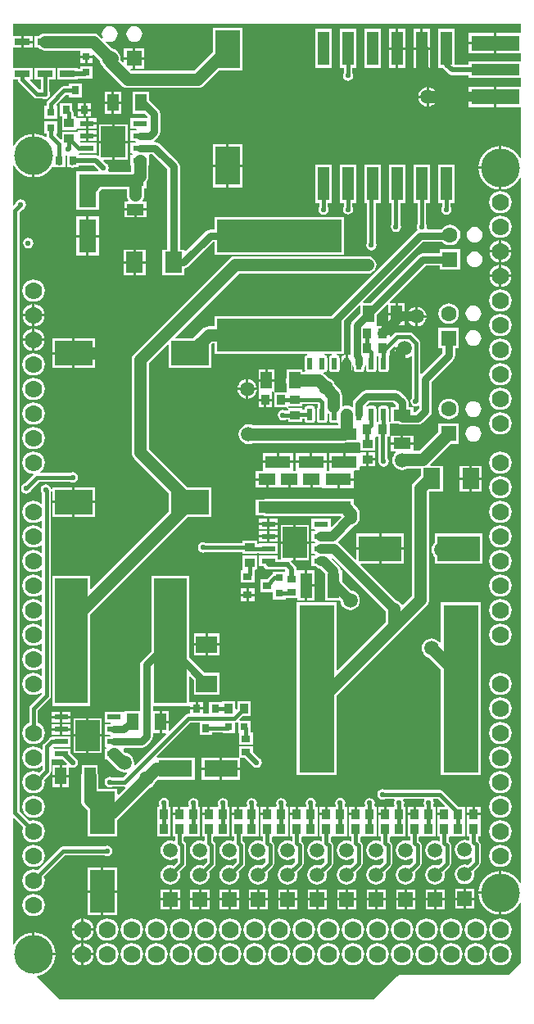
<source format=gtl>
G04*
G04 #@! TF.GenerationSoftware,Altium Limited,Altium Designer,18.1.11 (251)*
G04*
G04 Layer_Physical_Order=1*
G04 Layer_Color=255*
%FSLAX25Y25*%
%MOIN*%
G70*
G01*
G75*
%ADD16R,0.09449X0.12205*%
%ADD17R,0.05709X0.02362*%
%ADD18R,0.03543X0.02756*%
%ADD19R,0.04921X0.10433*%
%ADD20R,0.03543X0.03150*%
%ADD21R,0.03150X0.03150*%
%ADD22R,0.14370X0.68268*%
%ADD23R,0.04528X0.07087*%
%ADD24R,0.03543X0.03937*%
G04:AMPARAMS|DCode=25|XSize=21.65mil|YSize=49.21mil|CornerRadius=1.95mil|HoleSize=0mil|Usage=FLASHONLY|Rotation=180.000|XOffset=0mil|YOffset=0mil|HoleType=Round|Shape=RoundedRectangle|*
%AMROUNDEDRECTD25*
21,1,0.02165,0.04532,0,0,180.0*
21,1,0.01776,0.04921,0,0,180.0*
1,1,0.00390,-0.00888,0.02266*
1,1,0.00390,0.00888,0.02266*
1,1,0.00390,0.00888,-0.02266*
1,1,0.00390,-0.00888,-0.02266*
%
%ADD25ROUNDEDRECTD25*%
%ADD26R,0.03937X0.03543*%
%ADD27R,0.10433X0.04921*%
%ADD28R,0.07087X0.04528*%
%ADD29R,0.17323X0.10236*%
%ADD30R,0.07008X0.08504*%
%ADD31R,0.19685X0.04724*%
%ADD32R,0.19685X0.06299*%
%ADD33R,0.04724X0.13780*%
%ADD34R,0.10039X0.15354*%
%ADD35R,0.06496X0.02756*%
%ADD36R,0.03150X0.03543*%
%ADD37R,0.02756X0.03543*%
%ADD38R,0.07087X0.13780*%
%ADD39R,0.15354X0.10039*%
%ADD40R,0.13386X0.50945*%
%ADD41R,0.03150X0.03150*%
%ADD42R,0.08504X0.07008*%
%ADD43R,0.10236X0.17323*%
%ADD44R,0.50945X0.13386*%
%ADD45R,0.13780X0.07087*%
%ADD80C,0.05000*%
%ADD81C,0.04000*%
%ADD82C,0.01500*%
%ADD83C,0.03000*%
%ADD84C,0.02000*%
%ADD85R,0.10045X0.12971*%
%ADD86C,0.07000*%
%ADD87C,0.06299*%
%ADD88R,0.06299X0.06299*%
%ADD89R,0.06299X0.06299*%
%ADD90R,0.05906X0.05906*%
%ADD91C,0.05906*%
%ADD92C,0.15748*%
%ADD93C,0.02165*%
G36*
X208471Y-5146D02*
X198417D01*
Y-9295D01*
Y-13445D01*
X208471D01*
Y-16839D01*
X187075D01*
Y-18162D01*
X181362D01*
Y-3551D01*
X174638D01*
Y-19331D01*
X176484D01*
X176558Y-19442D01*
X178759Y-21643D01*
X179420Y-22085D01*
X180201Y-22240D01*
X187075D01*
Y-23563D01*
X208471D01*
Y-26957D01*
X198417D01*
Y-31106D01*
Y-35256D01*
X208471D01*
Y-55962D01*
X207971Y-56087D01*
X207414Y-55046D01*
X206305Y-53695D01*
X204954Y-52586D01*
X203412Y-51762D01*
X201740Y-51254D01*
X200500Y-51132D01*
Y-60000D01*
Y-68868D01*
X201740Y-68746D01*
X203412Y-68238D01*
X204954Y-67414D01*
X206305Y-66305D01*
X207414Y-64954D01*
X207971Y-63913D01*
X208471Y-64038D01*
X208471Y-350962D01*
X207971Y-351087D01*
X207414Y-350046D01*
X206305Y-348695D01*
X204954Y-347586D01*
X203412Y-346762D01*
X201740Y-346254D01*
X200500Y-346132D01*
Y-355000D01*
Y-363868D01*
X201740Y-363746D01*
X203412Y-363238D01*
X204954Y-362414D01*
X206305Y-361305D01*
X207414Y-359954D01*
X207971Y-358913D01*
X208471Y-359038D01*
Y-383366D01*
X203366Y-388471D01*
X159000D01*
X158415Y-388587D01*
X157919Y-388919D01*
X148366Y-398471D01*
X20633D01*
X11440Y-389278D01*
X11627Y-388757D01*
X11740Y-388746D01*
X13412Y-388238D01*
X14954Y-387414D01*
X16305Y-386305D01*
X17414Y-384954D01*
X18238Y-383412D01*
X18746Y-381740D01*
X18868Y-380500D01*
X10000D01*
Y-380000D01*
X9500D01*
Y-371132D01*
X8260Y-371254D01*
X6588Y-371762D01*
X5046Y-372586D01*
X3695Y-373695D01*
X2586Y-375046D01*
X2029Y-376087D01*
X1529Y-375962D01*
Y-324706D01*
X1991Y-324515D01*
X5817Y-328340D01*
X5616Y-328825D01*
X5461Y-330000D01*
X5616Y-331175D01*
X6069Y-332269D01*
X6791Y-333209D01*
X7731Y-333931D01*
X8825Y-334384D01*
X10000Y-334539D01*
X11175Y-334384D01*
X12269Y-333931D01*
X13209Y-333209D01*
X13931Y-332269D01*
X14384Y-331175D01*
X14539Y-330000D01*
X14384Y-328825D01*
X13931Y-327731D01*
X13209Y-326791D01*
X12269Y-326069D01*
X11175Y-325616D01*
X10000Y-325461D01*
X8825Y-325616D01*
X8340Y-325817D01*
X4284Y-321761D01*
X4284Y-77989D01*
X5249Y-77024D01*
X5563Y-76962D01*
X6251Y-76502D01*
X6712Y-75813D01*
X6874Y-75000D01*
X6712Y-74187D01*
X6251Y-73498D01*
X5563Y-73038D01*
X4750Y-72877D01*
X3937Y-73038D01*
X3249Y-73498D01*
X2788Y-74187D01*
X2726Y-74501D01*
X1991Y-75235D01*
X1529Y-75044D01*
Y-59038D01*
X2029Y-58913D01*
X2586Y-59954D01*
X3695Y-61305D01*
X5046Y-62414D01*
X6588Y-63238D01*
X8260Y-63746D01*
X9500Y-63868D01*
Y-55000D01*
Y-46132D01*
X8260Y-46254D01*
X6588Y-46762D01*
X5046Y-47586D01*
X3695Y-48695D01*
X2586Y-50046D01*
X2029Y-51087D01*
X1529Y-50962D01*
Y-24154D01*
X3746D01*
X3852Y-24683D01*
X4238Y-25262D01*
X10238Y-31262D01*
X10817Y-31648D01*
X11500Y-31784D01*
X13571D01*
X13837Y-31962D01*
X14650Y-32124D01*
X15462Y-31962D01*
X16151Y-31501D01*
X16611Y-30813D01*
X16773Y-30000D01*
X16611Y-29187D01*
X16434Y-28922D01*
Y-24153D01*
X18898D01*
Y-19398D01*
X10402D01*
Y-24153D01*
X12865D01*
Y-28216D01*
X12239D01*
X8639Y-24615D01*
X8830Y-24154D01*
X9748D01*
Y-19398D01*
X1529D01*
Y-11161D01*
X5000D01*
Y-8783D01*
Y-6406D01*
X1529D01*
Y-1529D01*
X208471D01*
Y-5146D01*
D02*
G37*
%LPC*%
G36*
X41000Y-2307D02*
X40174Y-2416D01*
X39404Y-2735D01*
X38743Y-3243D01*
X38235Y-3904D01*
X37916Y-4674D01*
X37807Y-5500D01*
X37916Y-6326D01*
X38192Y-6993D01*
X37768Y-7276D01*
X36780Y-6287D01*
X36049Y-5726D01*
X35197Y-5374D01*
X34284Y-5253D01*
X14650D01*
X13736Y-5374D01*
X12885Y-5726D01*
X12153Y-6287D01*
X12063Y-6406D01*
X10402D01*
Y-11161D01*
X12063D01*
X12153Y-11280D01*
X12885Y-11841D01*
X13736Y-12193D01*
X14650Y-12314D01*
X28925D01*
Y-14350D01*
X34075D01*
Y-14221D01*
X34537Y-14029D01*
X36937Y-16429D01*
X36957Y-16583D01*
X37375Y-17593D01*
X38041Y-18460D01*
X38208Y-18588D01*
X38343Y-18915D01*
X38904Y-19646D01*
X45755Y-26496D01*
X46486Y-27057D01*
X47337Y-27410D01*
X48251Y-27530D01*
X76780D01*
X77693Y-27410D01*
X78545Y-27057D01*
X79276Y-26496D01*
X85315Y-20457D01*
X95020D01*
Y-3102D01*
X82980D01*
Y-12807D01*
X75317Y-20470D01*
X49713D01*
X49355Y-20111D01*
X49546Y-19650D01*
X50500D01*
Y-16000D01*
X46850D01*
Y-16954D01*
X46389Y-17145D01*
X45326Y-16082D01*
X45403Y-15500D01*
X45282Y-14586D01*
X44930Y-13735D01*
X44369Y-13004D01*
X44238Y-12904D01*
X43960Y-12540D01*
X43093Y-11875D01*
X42083Y-11457D01*
X41929Y-11437D01*
X39224Y-8732D01*
X39507Y-8308D01*
X40174Y-8584D01*
X41000Y-8693D01*
X41826Y-8584D01*
X42596Y-8265D01*
X43257Y-7758D01*
X43765Y-7096D01*
X44084Y-6326D01*
X44193Y-5500D01*
X44084Y-4674D01*
X43765Y-3904D01*
X43257Y-3243D01*
X42596Y-2735D01*
X41826Y-2416D01*
X41000Y-2307D01*
D02*
G37*
G36*
X9748Y-6406D02*
X6000D01*
Y-8283D01*
X9748D01*
Y-6406D01*
D02*
G37*
G36*
X51000Y-2307D02*
X50174Y-2416D01*
X49404Y-2735D01*
X48742Y-3243D01*
X48235Y-3904D01*
X47916Y-4674D01*
X47807Y-5500D01*
X47916Y-6326D01*
X48235Y-7096D01*
X48742Y-7758D01*
X49404Y-8265D01*
X50174Y-8584D01*
X51000Y-8693D01*
X51826Y-8584D01*
X52596Y-8265D01*
X53258Y-7758D01*
X53765Y-7096D01*
X54084Y-6326D01*
X54193Y-5500D01*
X54084Y-4674D01*
X53765Y-3904D01*
X53258Y-3243D01*
X52596Y-2735D01*
X51826Y-2416D01*
X51000Y-2307D01*
D02*
G37*
G36*
X197417Y-5146D02*
X187075D01*
Y-8795D01*
X197417D01*
Y-5146D01*
D02*
G37*
G36*
X171362Y-3551D02*
X168500D01*
Y-10941D01*
X171362D01*
Y-3551D01*
D02*
G37*
G36*
X167500D02*
X164638D01*
Y-10941D01*
X167500D01*
Y-3551D01*
D02*
G37*
G36*
X161362D02*
X158500D01*
Y-10941D01*
X161362D01*
Y-3551D01*
D02*
G37*
G36*
X157500D02*
X154638D01*
Y-10941D01*
X157500D01*
Y-3551D01*
D02*
G37*
G36*
X9748Y-9284D02*
X6000D01*
Y-11161D01*
X9748D01*
Y-9284D01*
D02*
G37*
G36*
X197417Y-9795D02*
X187075D01*
Y-13445D01*
X197417D01*
Y-9795D01*
D02*
G37*
G36*
X55150Y-11350D02*
X51500D01*
Y-15000D01*
X55150D01*
Y-11350D01*
D02*
G37*
G36*
X50500D02*
X46850D01*
Y-15000D01*
X50500D01*
Y-11350D01*
D02*
G37*
G36*
X34075Y-15350D02*
X32000D01*
Y-17425D01*
X34075D01*
Y-15350D01*
D02*
G37*
G36*
X31000D02*
X28925D01*
Y-17425D01*
X31000D01*
Y-15350D01*
D02*
G37*
G36*
X171362Y-11941D02*
X168500D01*
Y-19331D01*
X171362D01*
Y-11941D01*
D02*
G37*
G36*
X167500D02*
X164638D01*
Y-19331D01*
X167500D01*
Y-11941D01*
D02*
G37*
G36*
X161362D02*
X158500D01*
Y-19331D01*
X161362D01*
Y-11941D01*
D02*
G37*
G36*
X157500D02*
X154638D01*
Y-19331D01*
X157500D01*
Y-11941D01*
D02*
G37*
G36*
X151362Y-3551D02*
X144638D01*
Y-19331D01*
X151362D01*
Y-3551D01*
D02*
G37*
G36*
X131362D02*
X124638D01*
Y-19331D01*
X131362D01*
Y-3551D01*
D02*
G37*
G36*
X55150Y-16000D02*
X51500D01*
Y-19650D01*
X55150D01*
Y-16000D01*
D02*
G37*
G36*
X34075Y-18575D02*
X28925D01*
Y-19736D01*
X28098D01*
Y-19398D01*
X19602D01*
Y-24153D01*
X28098D01*
Y-23815D01*
X30874D01*
X31328Y-23724D01*
X34075D01*
Y-18575D01*
D02*
G37*
G36*
X141362Y-3551D02*
X134638D01*
Y-19331D01*
X136216D01*
Y-21422D01*
X136038Y-21687D01*
X135877Y-22500D01*
X136038Y-23313D01*
X136498Y-24002D01*
X137187Y-24462D01*
X138000Y-24623D01*
X138813Y-24462D01*
X139502Y-24002D01*
X139962Y-23313D01*
X140123Y-22500D01*
X139962Y-21687D01*
X139784Y-21422D01*
Y-19331D01*
X141362D01*
Y-3551D01*
D02*
G37*
G36*
X170957Y-27185D02*
Y-30606D01*
X174378D01*
X174308Y-30074D01*
X173910Y-29113D01*
X173276Y-28287D01*
X172451Y-27654D01*
X171489Y-27255D01*
X170957Y-27185D01*
D02*
G37*
G36*
X169957D02*
X169425Y-27255D01*
X168464Y-27654D01*
X167638Y-28287D01*
X167005Y-29113D01*
X166606Y-30074D01*
X166536Y-30606D01*
X169957D01*
Y-27185D01*
D02*
G37*
G36*
X197417Y-26957D02*
X187075D01*
Y-30606D01*
X197417D01*
Y-26957D01*
D02*
G37*
G36*
X29575Y-25791D02*
X24425D01*
Y-26779D01*
X22437D01*
X21754Y-26915D01*
X21175Y-27301D01*
X21175Y-27301D01*
X15738Y-32738D01*
X15351Y-33317D01*
X15216Y-34000D01*
Y-34776D01*
X14425D01*
Y-39925D01*
X19575D01*
Y-34776D01*
X19455D01*
X19248Y-34276D01*
X23176Y-30347D01*
X24425D01*
Y-31335D01*
X29575D01*
Y-25791D01*
D02*
G37*
G36*
X45555Y-28957D02*
X42791D01*
Y-33000D01*
X45555D01*
Y-28957D01*
D02*
G37*
G36*
X41791D02*
X39028D01*
Y-33000D01*
X41791D01*
Y-28957D01*
D02*
G37*
G36*
X174378Y-31606D02*
X170957D01*
Y-35027D01*
X171489Y-34957D01*
X172451Y-34559D01*
X173276Y-33925D01*
X173910Y-33100D01*
X174308Y-32138D01*
X174378Y-31606D01*
D02*
G37*
G36*
X169957D02*
X166536D01*
X166606Y-32138D01*
X167005Y-33100D01*
X167638Y-33925D01*
X168464Y-34559D01*
X169425Y-34957D01*
X169957Y-35027D01*
Y-31606D01*
D02*
G37*
G36*
X197417Y-31606D02*
X187075D01*
Y-35256D01*
X197417D01*
Y-31606D01*
D02*
G37*
G36*
X33315Y-33665D02*
X31240D01*
Y-35937D01*
X33315D01*
Y-33665D01*
D02*
G37*
G36*
X30240D02*
X28165D01*
Y-35937D01*
X30240D01*
Y-33665D01*
D02*
G37*
G36*
X45555Y-34000D02*
X42791D01*
Y-38043D01*
X45555D01*
Y-34000D01*
D02*
G37*
G36*
X41791D02*
X39028D01*
Y-38043D01*
X41791D01*
Y-34000D01*
D02*
G37*
G36*
X33315Y-36937D02*
X31240D01*
Y-39209D01*
X33315D01*
Y-36937D01*
D02*
G37*
G36*
X30240D02*
X28165D01*
Y-39209D01*
X30240D01*
Y-36937D01*
D02*
G37*
G36*
X32272Y-39819D02*
Y-41500D01*
X35626D01*
Y-39819D01*
X32272D01*
D02*
G37*
G36*
X35626Y-42500D02*
X32272D01*
Y-44181D01*
X35626D01*
Y-42500D01*
D02*
G37*
G36*
X25835Y-33665D02*
X20685D01*
Y-39209D01*
X21531D01*
Y-44622D01*
X27468D01*
Y-44305D01*
X27917Y-44181D01*
X27968Y-44181D01*
X31272D01*
Y-42000D01*
Y-39819D01*
X27968D01*
X27917Y-39819D01*
X27468Y-39695D01*
Y-39079D01*
X26284D01*
Y-37677D01*
X26149Y-36994D01*
X25835Y-36525D01*
Y-33665D01*
D02*
G37*
G36*
X35626Y-44819D02*
X32272D01*
Y-46500D01*
X35626D01*
Y-44819D01*
D02*
G37*
G36*
X48224Y-42398D02*
X43000D01*
Y-49000D01*
X48224D01*
Y-42398D01*
D02*
G37*
G36*
X42000D02*
X36776D01*
Y-49000D01*
X42000D01*
Y-42398D01*
D02*
G37*
G36*
X35626Y-47500D02*
X32272D01*
Y-49181D01*
X35626D01*
Y-47500D01*
D02*
G37*
G36*
X48224Y-50000D02*
X43000D01*
Y-56602D01*
X48224D01*
Y-50000D01*
D02*
G37*
G36*
X95020Y-50543D02*
X89500D01*
Y-58720D01*
X95020D01*
Y-50543D01*
D02*
G37*
G36*
X88500D02*
X82980D01*
Y-58720D01*
X88500D01*
Y-50543D01*
D02*
G37*
G36*
X199500Y-51132D02*
X198260Y-51254D01*
X196588Y-51762D01*
X195046Y-52586D01*
X193695Y-53695D01*
X192586Y-55046D01*
X191762Y-56588D01*
X191254Y-58260D01*
X191132Y-59500D01*
X199500D01*
Y-51132D01*
D02*
G37*
G36*
X56972Y-28957D02*
X50445D01*
Y-38043D01*
X55439D01*
X56451Y-39056D01*
Y-39819D01*
X49374D01*
Y-44181D01*
X51757D01*
X51929Y-44438D01*
X51701Y-44819D01*
X49374D01*
Y-49181D01*
X51493D01*
X51698Y-49681D01*
X51559Y-49819D01*
X49374D01*
Y-54181D01*
X49924D01*
X50198Y-54681D01*
X50109Y-54819D01*
X49374D01*
Y-59181D01*
X49698D01*
Y-61564D01*
X40561D01*
X40294Y-61064D01*
X40462Y-60813D01*
X40624Y-60000D01*
X40462Y-59187D01*
X40001Y-58499D01*
X39642Y-58258D01*
X38448Y-57064D01*
X38640Y-56602D01*
X42000D01*
Y-50000D01*
X36776D01*
Y-54917D01*
X36335Y-55152D01*
X36280Y-55116D01*
X35626Y-54986D01*
Y-54819D01*
X28394D01*
Y-54238D01*
X28394D01*
X28853Y-54183D01*
X28874Y-54181D01*
X35626D01*
Y-49819D01*
X28985D01*
X28887Y-49681D01*
X29144Y-49181D01*
X31272D01*
Y-47000D01*
Y-44819D01*
X27917D01*
Y-45254D01*
X27468Y-45378D01*
Y-45378D01*
X21531D01*
Y-48301D01*
X21032Y-48508D01*
X19248Y-46724D01*
X19455Y-46224D01*
X19575D01*
Y-41075D01*
X14425D01*
Y-46224D01*
X15216D01*
Y-47000D01*
X15254Y-47194D01*
X15192Y-47275D01*
X14807Y-47507D01*
X13412Y-46762D01*
X11740Y-46254D01*
X10500Y-46132D01*
Y-55000D01*
Y-63868D01*
X11740Y-63746D01*
X13412Y-63238D01*
X14954Y-62414D01*
X16305Y-61305D01*
X17414Y-59954D01*
X17641Y-59530D01*
X18126Y-59651D01*
Y-59772D01*
X20181D01*
X20244Y-59784D01*
X20308Y-59772D01*
X22882D01*
Y-55073D01*
X23369Y-54781D01*
X23638Y-54930D01*
Y-59772D01*
X24807D01*
X24976Y-59884D01*
X25756Y-60039D01*
X26536Y-59884D01*
X26704Y-59772D01*
X28394D01*
Y-59181D01*
X34797D01*
X36474Y-60858D01*
X36267Y-61358D01*
X27457D01*
Y-77138D01*
X36543D01*
Y-69697D01*
X37616Y-68625D01*
X47970D01*
Y-71000D01*
X48090Y-71914D01*
X48443Y-72765D01*
X48732Y-73142D01*
X48485Y-73642D01*
X46957D01*
Y-76406D01*
X51500D01*
X56043D01*
Y-73642D01*
X54515D01*
X54268Y-73142D01*
X54557Y-72765D01*
X54910Y-71914D01*
X55030Y-71000D01*
Y-68358D01*
X56043D01*
Y-65447D01*
X56286Y-65131D01*
X56638Y-64280D01*
X56759Y-63366D01*
X56758Y-63366D01*
Y-59181D01*
X57083D01*
Y-54819D01*
X57471Y-54549D01*
X58444D01*
X64424Y-60528D01*
Y-93248D01*
X62468D01*
Y-103752D01*
X71476D01*
Y-100954D01*
X71975Y-100855D01*
X72802Y-100302D01*
X82950Y-90155D01*
X83528D01*
Y-95299D01*
X136472D01*
Y-79913D01*
X83528D01*
Y-85057D01*
X81894D01*
X80918Y-85251D01*
X80091Y-85804D01*
X71938Y-93957D01*
X71476Y-93765D01*
Y-93248D01*
X69521D01*
Y-59472D01*
X69327Y-58497D01*
X68775Y-57670D01*
X61302Y-50198D01*
X60475Y-49645D01*
X59500Y-49451D01*
X59232D01*
X59080Y-48951D01*
X59302Y-48802D01*
X60802Y-47302D01*
X61355Y-46475D01*
X61549Y-45500D01*
Y-38000D01*
X61355Y-37025D01*
X60802Y-36198D01*
X56972Y-32368D01*
Y-28957D01*
D02*
G37*
G36*
X95020Y-59720D02*
X89500D01*
Y-67898D01*
X95020D01*
Y-59720D01*
D02*
G37*
G36*
X88500D02*
X82980D01*
Y-67898D01*
X88500D01*
Y-59720D01*
D02*
G37*
G36*
X199500Y-60500D02*
X191132D01*
X191254Y-61740D01*
X191762Y-63412D01*
X192586Y-64954D01*
X193695Y-66305D01*
X195046Y-67414D01*
X196588Y-68238D01*
X198260Y-68746D01*
X199500Y-68868D01*
Y-60500D01*
D02*
G37*
G36*
X200000Y-69461D02*
X198825Y-69616D01*
X197731Y-70069D01*
X196791Y-70791D01*
X196069Y-71731D01*
X195616Y-72825D01*
X195461Y-74000D01*
X195616Y-75175D01*
X196069Y-76269D01*
X196791Y-77209D01*
X197731Y-77931D01*
X198825Y-78384D01*
X200000Y-78539D01*
X201175Y-78384D01*
X202269Y-77931D01*
X203209Y-77209D01*
X203931Y-76269D01*
X204384Y-75175D01*
X204539Y-74000D01*
X204384Y-72825D01*
X203931Y-71731D01*
X203209Y-70791D01*
X202269Y-70069D01*
X201175Y-69616D01*
X200000Y-69461D01*
D02*
G37*
G36*
X141362Y-58669D02*
X134638D01*
Y-74449D01*
X136216D01*
Y-75827D01*
X136038Y-76093D01*
X135877Y-76906D01*
X136038Y-77718D01*
X136498Y-78407D01*
X137187Y-78867D01*
X138000Y-79029D01*
X138813Y-78867D01*
X139502Y-78407D01*
X139962Y-77718D01*
X140123Y-76906D01*
X139962Y-76093D01*
X139784Y-75827D01*
Y-74449D01*
X141362D01*
Y-58669D01*
D02*
G37*
G36*
X181362D02*
X174638D01*
Y-74449D01*
X176216D01*
Y-75903D01*
X176038Y-76169D01*
X175876Y-76982D01*
X176038Y-77794D01*
X176498Y-78483D01*
X177187Y-78944D01*
X178000Y-79105D01*
X178813Y-78944D01*
X179501Y-78483D01*
X179962Y-77794D01*
X180123Y-76982D01*
X179962Y-76169D01*
X179784Y-75903D01*
Y-74449D01*
X181362D01*
Y-58669D01*
D02*
G37*
G36*
X131362D02*
X124638D01*
Y-74449D01*
X126216D01*
Y-75903D01*
X126038Y-76169D01*
X125876Y-76982D01*
X126038Y-77794D01*
X126498Y-78483D01*
X127187Y-78944D01*
X128000Y-79105D01*
X128813Y-78944D01*
X129501Y-78483D01*
X129962Y-77794D01*
X130123Y-76982D01*
X129962Y-76169D01*
X129784Y-75903D01*
Y-74449D01*
X131362D01*
Y-58669D01*
D02*
G37*
G36*
X56043Y-77406D02*
X52000D01*
Y-80169D01*
X56043D01*
Y-77406D01*
D02*
G37*
G36*
X51000D02*
X46957D01*
Y-80169D01*
X51000D01*
Y-77406D01*
D02*
G37*
G36*
X161362Y-58669D02*
X154638D01*
Y-74449D01*
X155716D01*
Y-82922D01*
X155538Y-83187D01*
X155377Y-84000D01*
X155538Y-84813D01*
X155999Y-85501D01*
X156687Y-85962D01*
X157500Y-86124D01*
X158313Y-85962D01*
X159002Y-85501D01*
X159462Y-84813D01*
X159624Y-84000D01*
X159462Y-83187D01*
X159284Y-82922D01*
Y-74449D01*
X161362D01*
Y-58669D01*
D02*
G37*
G36*
X36543Y-79862D02*
X32500D01*
Y-87252D01*
X36543D01*
Y-79862D01*
D02*
G37*
G36*
X31500D02*
X27457D01*
Y-87252D01*
X31500D01*
Y-79862D01*
D02*
G37*
G36*
X200000Y-79461D02*
X198825Y-79616D01*
X197731Y-80069D01*
X196791Y-80791D01*
X196069Y-81731D01*
X195616Y-82825D01*
X195461Y-84000D01*
X195616Y-85175D01*
X196069Y-86269D01*
X196791Y-87209D01*
X197731Y-87931D01*
X198825Y-88384D01*
X200000Y-88539D01*
X201175Y-88384D01*
X202269Y-87931D01*
X203209Y-87209D01*
X203931Y-86269D01*
X204384Y-85175D01*
X204539Y-84000D01*
X204384Y-82825D01*
X203931Y-81731D01*
X203209Y-80791D01*
X202269Y-80069D01*
X201175Y-79616D01*
X200000Y-79461D01*
D02*
G37*
G36*
X189500Y-84099D02*
X188674Y-84207D01*
X187904Y-84526D01*
X187242Y-85034D01*
X186735Y-85695D01*
X186416Y-86465D01*
X186307Y-87291D01*
X186416Y-88118D01*
X186735Y-88888D01*
X187242Y-89549D01*
X187904Y-90056D01*
X188674Y-90375D01*
X189500Y-90484D01*
X190326Y-90375D01*
X191096Y-90056D01*
X191758Y-89549D01*
X192265Y-88888D01*
X192584Y-88118D01*
X192693Y-87291D01*
X192584Y-86465D01*
X192265Y-85695D01*
X191758Y-85034D01*
X191096Y-84526D01*
X190326Y-84207D01*
X189500Y-84099D01*
D02*
G37*
G36*
X171362Y-58669D02*
X164638D01*
Y-74449D01*
X166216D01*
Y-82922D01*
X166038Y-83187D01*
X165876Y-84000D01*
X166038Y-84813D01*
X166355Y-85286D01*
X165615Y-85780D01*
X131088Y-120307D01*
X83528D01*
Y-124470D01*
X81221D01*
X80307Y-124590D01*
X79455Y-124943D01*
X78724Y-125504D01*
X74748Y-129480D01*
X67739D01*
X67548Y-129018D01*
X93536Y-103030D01*
X146000D01*
X146914Y-102910D01*
X147765Y-102557D01*
X148496Y-101996D01*
X149057Y-101265D01*
X149410Y-100414D01*
X149530Y-99500D01*
X149410Y-98586D01*
X149057Y-97735D01*
X148496Y-97004D01*
X147765Y-96443D01*
X146914Y-96090D01*
X146000Y-95970D01*
X92074D01*
X91160Y-96090D01*
X90309Y-96443D01*
X89578Y-97004D01*
X51004Y-135578D01*
X50443Y-136309D01*
X50090Y-137160D01*
X49970Y-138074D01*
Y-175779D01*
X50090Y-176693D01*
X50443Y-177545D01*
X51004Y-178276D01*
X65043Y-192315D01*
Y-199685D01*
X33458Y-231270D01*
X32996Y-231079D01*
Y-226028D01*
X17610D01*
Y-278972D01*
X32996D01*
Y-241717D01*
X72693Y-202020D01*
X82398D01*
Y-189980D01*
X72693D01*
X57030Y-174317D01*
Y-139536D01*
X64581Y-131985D01*
X65043Y-132176D01*
Y-141520D01*
X82398D01*
Y-131815D01*
X82683Y-131530D01*
X83528D01*
Y-135693D01*
X121505D01*
X121554Y-136193D01*
X121146Y-136274D01*
X120751Y-136538D01*
X120487Y-136933D01*
X120394Y-137400D01*
Y-141931D01*
X120487Y-142397D01*
X120535Y-142470D01*
X120268Y-142970D01*
X119472D01*
Y-141957D01*
X112945D01*
Y-145234D01*
X112799Y-145586D01*
X112679Y-146500D01*
X112799Y-147414D01*
X112945Y-147766D01*
Y-151043D01*
X112945D01*
X112916Y-151532D01*
X108378D01*
X108084Y-151532D01*
X108055Y-151043D01*
X108055Y-151032D01*
X108055Y-150628D01*
Y-147000D01*
X104791D01*
X101528D01*
Y-151043D01*
X101550D01*
X101579Y-151532D01*
X101579Y-151543D01*
Y-154000D01*
X104350D01*
X107122D01*
Y-151543D01*
X107122Y-151532D01*
X107150Y-151043D01*
X107555D01*
X107850Y-151043D01*
X107878Y-151532D01*
X107878Y-151542D01*
X107878Y-151946D01*
Y-157468D01*
X112973D01*
X113018Y-157472D01*
X113359Y-157568D01*
X113376Y-157587D01*
X113500Y-157819D01*
X113520Y-157929D01*
X113531Y-158069D01*
X113531Y-158321D01*
Y-158865D01*
X112578D01*
X112313Y-158688D01*
X111500Y-158526D01*
X110687Y-158688D01*
X109999Y-159148D01*
X109538Y-159837D01*
X109377Y-160650D01*
X109538Y-161462D01*
X109999Y-162151D01*
X110687Y-162611D01*
X111500Y-162773D01*
X112313Y-162611D01*
X112578Y-162434D01*
X113531D01*
Y-163421D01*
X119468D01*
Y-162119D01*
X120394D01*
Y-162600D01*
X120487Y-163067D01*
X120751Y-163462D01*
X121146Y-163726D01*
X121612Y-163819D01*
X123388D01*
X123854Y-163726D01*
X124249Y-163462D01*
X124513Y-163067D01*
X124606Y-162600D01*
Y-158069D01*
X124513Y-157603D01*
X124249Y-157207D01*
X123854Y-156943D01*
X123388Y-156851D01*
X121612D01*
X121146Y-156943D01*
X120751Y-157207D01*
X120487Y-157603D01*
X120394Y-158069D01*
Y-158550D01*
X119468D01*
Y-157878D01*
X114020D01*
X113979Y-157878D01*
X113949Y-157875D01*
X113884Y-157867D01*
X113595Y-157376D01*
X113597Y-157367D01*
X113640Y-157267D01*
X113640Y-157267D01*
X113695Y-157201D01*
X113761Y-157122D01*
X119468D01*
Y-156135D01*
X125611D01*
X125716Y-156239D01*
Y-157260D01*
X125487Y-157603D01*
X125394Y-158069D01*
Y-162600D01*
X125487Y-163067D01*
X125751Y-163462D01*
X126146Y-163726D01*
X126612Y-163819D01*
X128388D01*
X128854Y-163726D01*
X129249Y-163462D01*
X129513Y-163067D01*
X129606Y-162600D01*
Y-160175D01*
X130052Y-159946D01*
X130394Y-160169D01*
Y-162600D01*
X130487Y-163067D01*
X130751Y-163462D01*
X131146Y-163726D01*
X131612Y-163819D01*
X133388D01*
X133470Y-163802D01*
X133970Y-164204D01*
Y-164860D01*
X99306D01*
X98532Y-164539D01*
X97500Y-164403D01*
X96468Y-164539D01*
X95507Y-164937D01*
X94681Y-165571D01*
X94047Y-166396D01*
X93649Y-167358D01*
X93513Y-168390D01*
X93649Y-169422D01*
X94047Y-170383D01*
X94681Y-171209D01*
X95507Y-171843D01*
X96468Y-172241D01*
X97500Y-172377D01*
X98532Y-172241D01*
X99306Y-171920D01*
X136500D01*
X137028Y-171850D01*
X142717D01*
X143032Y-172220D01*
Y-175122D01*
X148969D01*
Y-170027D01*
X148972Y-169982D01*
X149068Y-169641D01*
X149087Y-169624D01*
X149319Y-169500D01*
X149428Y-169480D01*
X149569Y-169468D01*
X149821Y-169468D01*
X150365D01*
Y-179150D01*
X150406Y-179353D01*
X150376Y-179500D01*
X150538Y-180313D01*
X150998Y-181001D01*
X151687Y-181462D01*
X152500Y-181623D01*
X153313Y-181462D01*
X154001Y-181001D01*
X154462Y-180313D01*
X154623Y-179500D01*
X154462Y-178687D01*
X154001Y-177998D01*
X153934Y-177953D01*
Y-169468D01*
X154921D01*
Y-163531D01*
X154804D01*
X154523Y-163082D01*
X154520Y-163031D01*
X154606Y-162600D01*
Y-158069D01*
X154513Y-157603D01*
X154249Y-157207D01*
X153854Y-156943D01*
X153388Y-156851D01*
X151612D01*
X151146Y-156943D01*
X150751Y-157207D01*
X150487Y-157603D01*
X150394Y-158069D01*
Y-162600D01*
X150479Y-163027D01*
X150194Y-163435D01*
X149806D01*
X149521Y-163027D01*
X149606Y-162600D01*
Y-158069D01*
X149513Y-157603D01*
X149249Y-157207D01*
X148854Y-156943D01*
X148388Y-156851D01*
X146612D01*
X146146Y-156943D01*
X145751Y-157207D01*
X145728Y-157241D01*
X145197Y-157136D01*
X145159Y-156946D01*
X146556Y-155549D01*
X156444D01*
X157451Y-156556D01*
Y-157528D01*
X155457D01*
Y-164055D01*
X158576D01*
X159025Y-164355D01*
X160000Y-164549D01*
X166500D01*
X167475Y-164355D01*
X168302Y-163802D01*
X171302Y-160802D01*
X171855Y-159976D01*
X172049Y-159000D01*
Y-147056D01*
X180802Y-138302D01*
X181355Y-137476D01*
X181549Y-136500D01*
Y-133441D01*
X183150D01*
Y-125142D01*
X174850D01*
Y-133441D01*
X176451D01*
Y-135444D01*
X167987Y-143908D01*
X167487Y-143701D01*
Y-131552D01*
X167351Y-130869D01*
X166964Y-130290D01*
X166964Y-130290D01*
X164210Y-127536D01*
X163631Y-127149D01*
X162948Y-127013D01*
X157912D01*
X157911Y-127013D01*
X157229Y-127149D01*
X156650Y-127536D01*
X156650Y-127536D01*
X155383Y-128802D01*
X154921Y-128611D01*
Y-128000D01*
X152150D01*
Y-127500D01*
X151650D01*
Y-124531D01*
X149584D01*
X149555Y-124043D01*
X149555Y-124031D01*
Y-119841D01*
X153945Y-115451D01*
X154445Y-115658D01*
Y-119000D01*
X157209D01*
Y-114957D01*
X155147D01*
X154939Y-114457D01*
X169556Y-99840D01*
X175350D01*
Y-101441D01*
X183650D01*
Y-93142D01*
X175350D01*
Y-94742D01*
X168500D01*
X167525Y-94936D01*
X166698Y-95489D01*
X147230Y-114957D01*
X144301D01*
X144110Y-114495D01*
X168473Y-90132D01*
X176449D01*
X176541Y-90251D01*
X177407Y-90916D01*
X178417Y-91334D01*
X179500Y-91477D01*
X180583Y-91334D01*
X181593Y-90916D01*
X182459Y-90251D01*
X183125Y-89384D01*
X183543Y-88375D01*
X183685Y-87291D01*
X183543Y-86208D01*
X183125Y-85199D01*
X182459Y-84332D01*
X181593Y-83667D01*
X180583Y-83249D01*
X179500Y-83106D01*
X178417Y-83249D01*
X177407Y-83667D01*
X176541Y-84332D01*
X176002Y-85034D01*
X170370D01*
X170017Y-84534D01*
X170124Y-84000D01*
X169962Y-83187D01*
X169784Y-82922D01*
Y-74449D01*
X171362D01*
Y-58669D01*
D02*
G37*
G36*
X7850Y-88526D02*
X7038Y-88688D01*
X6349Y-89148D01*
X5889Y-89837D01*
X5727Y-90650D01*
X5889Y-91462D01*
X6349Y-92151D01*
X7038Y-92611D01*
X7850Y-92773D01*
X8663Y-92611D01*
X9352Y-92151D01*
X9812Y-91462D01*
X9974Y-90650D01*
X9812Y-89837D01*
X9352Y-89148D01*
X8663Y-88688D01*
X7850Y-88526D01*
D02*
G37*
G36*
X200500Y-89527D02*
Y-93500D01*
X204473D01*
X204384Y-92825D01*
X203931Y-91731D01*
X203209Y-90791D01*
X202269Y-90069D01*
X201175Y-89616D01*
X200500Y-89527D01*
D02*
G37*
G36*
X199500D02*
X198825Y-89616D01*
X197731Y-90069D01*
X196791Y-90791D01*
X196069Y-91731D01*
X195616Y-92825D01*
X195527Y-93500D01*
X199500D01*
Y-89527D01*
D02*
G37*
G36*
X151362Y-58669D02*
X144638D01*
Y-74449D01*
X145716D01*
Y-90457D01*
X145538Y-90723D01*
X145377Y-91536D01*
X145538Y-92348D01*
X145999Y-93037D01*
X146687Y-93497D01*
X147500Y-93659D01*
X148313Y-93497D01*
X149002Y-93037D01*
X149462Y-92348D01*
X149624Y-91536D01*
X149462Y-90723D01*
X149284Y-90457D01*
Y-74449D01*
X151362D01*
Y-58669D01*
D02*
G37*
G36*
X36543Y-88252D02*
X32500D01*
Y-95642D01*
X36543D01*
Y-88252D01*
D02*
G37*
G36*
X31500D02*
X27457D01*
Y-95642D01*
X31500D01*
Y-88252D01*
D02*
G37*
G36*
X55532Y-93248D02*
X51528D01*
Y-98000D01*
X55532D01*
Y-93248D01*
D02*
G37*
G36*
X50528D02*
X46524D01*
Y-98000D01*
X50528D01*
Y-93248D01*
D02*
G37*
G36*
X204473Y-94500D02*
X200500D01*
Y-98473D01*
X201175Y-98384D01*
X202269Y-97931D01*
X203209Y-97209D01*
X203931Y-96269D01*
X204384Y-95175D01*
X204473Y-94500D01*
D02*
G37*
G36*
X199500D02*
X195527D01*
X195616Y-95175D01*
X196069Y-96269D01*
X196791Y-97209D01*
X197731Y-97931D01*
X198825Y-98384D01*
X199500Y-98473D01*
Y-94500D01*
D02*
G37*
G36*
X189500Y-94099D02*
X188674Y-94208D01*
X187904Y-94526D01*
X187242Y-95034D01*
X186735Y-95695D01*
X186416Y-96465D01*
X186307Y-97291D01*
X186416Y-98118D01*
X186735Y-98888D01*
X187242Y-99549D01*
X187904Y-100056D01*
X188674Y-100375D01*
X189500Y-100484D01*
X190326Y-100375D01*
X191096Y-100056D01*
X191758Y-99549D01*
X192265Y-98888D01*
X192584Y-98118D01*
X192693Y-97291D01*
X192584Y-96465D01*
X192265Y-95695D01*
X191758Y-95034D01*
X191096Y-94526D01*
X190326Y-94208D01*
X189500Y-94099D01*
D02*
G37*
G36*
X200500Y-99527D02*
Y-103500D01*
X204473D01*
X204384Y-102825D01*
X203931Y-101731D01*
X203209Y-100791D01*
X202269Y-100069D01*
X201175Y-99616D01*
X200500Y-99527D01*
D02*
G37*
G36*
X199500D02*
X198825Y-99616D01*
X197731Y-100069D01*
X196791Y-100791D01*
X196069Y-101731D01*
X195616Y-102825D01*
X195527Y-103500D01*
X199500D01*
Y-99527D01*
D02*
G37*
G36*
X55532Y-99000D02*
X51528D01*
Y-103752D01*
X55532D01*
Y-99000D01*
D02*
G37*
G36*
X50528D02*
X46524D01*
Y-103752D01*
X50528D01*
Y-99000D01*
D02*
G37*
G36*
X204473Y-104500D02*
X200500D01*
Y-108473D01*
X201175Y-108384D01*
X202269Y-107931D01*
X203209Y-107209D01*
X203931Y-106269D01*
X204384Y-105175D01*
X204473Y-104500D01*
D02*
G37*
G36*
X199500D02*
X195527D01*
X195616Y-105175D01*
X196069Y-106269D01*
X196791Y-107209D01*
X197731Y-107931D01*
X198825Y-108384D01*
X199500Y-108473D01*
Y-104500D01*
D02*
G37*
G36*
X10000Y-105461D02*
X8825Y-105616D01*
X7731Y-106069D01*
X6791Y-106791D01*
X6069Y-107731D01*
X5616Y-108825D01*
X5461Y-110000D01*
X5616Y-111175D01*
X6069Y-112269D01*
X6791Y-113209D01*
X7731Y-113931D01*
X8825Y-114384D01*
X10000Y-114539D01*
X11175Y-114384D01*
X12269Y-113931D01*
X13209Y-113209D01*
X13931Y-112269D01*
X14384Y-111175D01*
X14539Y-110000D01*
X14384Y-108825D01*
X13931Y-107731D01*
X13209Y-106791D01*
X12269Y-106069D01*
X11175Y-105616D01*
X10000Y-105461D01*
D02*
G37*
G36*
X200000Y-109461D02*
X198825Y-109616D01*
X197731Y-110069D01*
X196791Y-110791D01*
X196069Y-111731D01*
X195616Y-112825D01*
X195461Y-114000D01*
X195616Y-115175D01*
X196069Y-116269D01*
X196791Y-117209D01*
X197731Y-117931D01*
X198825Y-118384D01*
X200000Y-118539D01*
X201175Y-118384D01*
X202269Y-117931D01*
X203209Y-117209D01*
X203931Y-116269D01*
X204384Y-115175D01*
X204539Y-114000D01*
X204384Y-112825D01*
X203931Y-111731D01*
X203209Y-110791D01*
X202269Y-110069D01*
X201175Y-109616D01*
X200000Y-109461D01*
D02*
G37*
G36*
X160972Y-114957D02*
X158209D01*
Y-119000D01*
X160972D01*
Y-114957D01*
D02*
G37*
G36*
X10500Y-115527D02*
Y-119500D01*
X14473D01*
X14384Y-118825D01*
X13931Y-117731D01*
X13209Y-116791D01*
X12269Y-116069D01*
X11175Y-115616D01*
X10500Y-115527D01*
D02*
G37*
G36*
X9500D02*
X8825Y-115616D01*
X7731Y-116069D01*
X6791Y-116791D01*
X6069Y-117731D01*
X5616Y-118825D01*
X5527Y-119500D01*
X9500D01*
Y-115527D01*
D02*
G37*
G36*
X166500Y-116579D02*
Y-120000D01*
X169921D01*
X169851Y-119468D01*
X169453Y-118507D01*
X168819Y-117681D01*
X167993Y-117047D01*
X167032Y-116649D01*
X166500Y-116579D01*
D02*
G37*
G36*
X165500D02*
X164968Y-116649D01*
X164007Y-117047D01*
X163181Y-117681D01*
X162547Y-118507D01*
X162149Y-119468D01*
X162079Y-120000D01*
X165500D01*
Y-116579D01*
D02*
G37*
G36*
X189000Y-116099D02*
X188174Y-116208D01*
X187404Y-116526D01*
X186742Y-117034D01*
X186235Y-117695D01*
X185916Y-118465D01*
X185807Y-119291D01*
X185916Y-120118D01*
X186235Y-120888D01*
X186742Y-121549D01*
X187404Y-122056D01*
X188174Y-122375D01*
X189000Y-122484D01*
X189826Y-122375D01*
X190596Y-122056D01*
X191258Y-121549D01*
X191765Y-120888D01*
X192084Y-120118D01*
X192193Y-119291D01*
X192084Y-118465D01*
X191765Y-117695D01*
X191258Y-117034D01*
X190596Y-116526D01*
X189826Y-116208D01*
X189000Y-116099D01*
D02*
G37*
G36*
X179000Y-115106D02*
X177917Y-115249D01*
X176907Y-115667D01*
X176040Y-116332D01*
X175375Y-117199D01*
X174957Y-118208D01*
X174815Y-119291D01*
X174957Y-120375D01*
X175375Y-121384D01*
X176040Y-122251D01*
X176907Y-122916D01*
X177917Y-123334D01*
X179000Y-123477D01*
X180083Y-123334D01*
X181093Y-122916D01*
X181959Y-122251D01*
X182625Y-121384D01*
X183043Y-120375D01*
X183185Y-119291D01*
X183043Y-118208D01*
X182625Y-117199D01*
X181959Y-116332D01*
X181093Y-115667D01*
X180083Y-115249D01*
X179000Y-115106D01*
D02*
G37*
G36*
X160972Y-120000D02*
X158209D01*
Y-124043D01*
X160972D01*
Y-120000D01*
D02*
G37*
G36*
X169921Y-121000D02*
X166500D01*
Y-124421D01*
X167032Y-124351D01*
X167993Y-123953D01*
X168819Y-123319D01*
X169453Y-122493D01*
X169851Y-121532D01*
X169921Y-121000D01*
D02*
G37*
G36*
X165500D02*
X162079D01*
X162149Y-121532D01*
X162547Y-122493D01*
X163181Y-123319D01*
X164007Y-123953D01*
X164968Y-124351D01*
X165500Y-124421D01*
Y-121000D01*
D02*
G37*
G36*
X14473Y-120500D02*
X10500D01*
Y-124473D01*
X11175Y-124384D01*
X12269Y-123931D01*
X13209Y-123209D01*
X13931Y-122269D01*
X14384Y-121175D01*
X14473Y-120500D01*
D02*
G37*
G36*
X9500D02*
X5527D01*
X5616Y-121175D01*
X6069Y-122269D01*
X6791Y-123209D01*
X7731Y-123931D01*
X8825Y-124384D01*
X9500Y-124473D01*
Y-120500D01*
D02*
G37*
G36*
X157209Y-120000D02*
X154445D01*
Y-124031D01*
X154445Y-124043D01*
X154416Y-124531D01*
X152650D01*
Y-127000D01*
X154921D01*
Y-124543D01*
X154921Y-124531D01*
X154950Y-124043D01*
X157209D01*
Y-120000D01*
D02*
G37*
G36*
X200000Y-119461D02*
X198825Y-119616D01*
X197731Y-120069D01*
X196791Y-120791D01*
X196069Y-121731D01*
X195616Y-122825D01*
X195461Y-124000D01*
X195616Y-125175D01*
X196069Y-126269D01*
X196791Y-127209D01*
X197731Y-127931D01*
X198825Y-128384D01*
X200000Y-128539D01*
X201175Y-128384D01*
X202269Y-127931D01*
X203209Y-127209D01*
X203931Y-126269D01*
X204384Y-125175D01*
X204539Y-124000D01*
X204384Y-122825D01*
X203931Y-121731D01*
X203209Y-120791D01*
X202269Y-120069D01*
X201175Y-119616D01*
X200000Y-119461D01*
D02*
G37*
G36*
X10500Y-125527D02*
Y-129500D01*
X14473D01*
X14384Y-128825D01*
X13931Y-127731D01*
X13209Y-126791D01*
X12269Y-126069D01*
X11175Y-125616D01*
X10500Y-125527D01*
D02*
G37*
G36*
X9500D02*
X8825Y-125616D01*
X7731Y-126069D01*
X6791Y-126791D01*
X6069Y-127731D01*
X5616Y-128825D01*
X5527Y-129500D01*
X9500D01*
Y-125527D01*
D02*
G37*
G36*
X189000Y-126099D02*
X188174Y-126207D01*
X187404Y-126526D01*
X186742Y-127034D01*
X186235Y-127695D01*
X185916Y-128465D01*
X185807Y-129291D01*
X185916Y-130118D01*
X186235Y-130888D01*
X186742Y-131549D01*
X187404Y-132056D01*
X188174Y-132375D01*
X189000Y-132484D01*
X189826Y-132375D01*
X190596Y-132056D01*
X191258Y-131549D01*
X191765Y-130888D01*
X192084Y-130118D01*
X192193Y-129291D01*
X192084Y-128465D01*
X191765Y-127695D01*
X191258Y-127034D01*
X190596Y-126526D01*
X189826Y-126207D01*
X189000Y-126099D01*
D02*
G37*
G36*
X14473Y-130500D02*
X10500D01*
Y-134473D01*
X11175Y-134384D01*
X12269Y-133931D01*
X13209Y-133209D01*
X13931Y-132269D01*
X14384Y-131175D01*
X14473Y-130500D01*
D02*
G37*
G36*
X9500D02*
X5527D01*
X5616Y-131175D01*
X6069Y-132269D01*
X6791Y-133209D01*
X7731Y-133931D01*
X8825Y-134384D01*
X9500Y-134473D01*
Y-130500D01*
D02*
G37*
G36*
X34957Y-129480D02*
X26779D01*
Y-135000D01*
X34957D01*
Y-129480D01*
D02*
G37*
G36*
X40500Y-133476D02*
Y-135000D01*
X42024D01*
X41962Y-134687D01*
X41502Y-133999D01*
X40813Y-133538D01*
X40500Y-133476D01*
D02*
G37*
G36*
X39500D02*
X39187Y-133538D01*
X38498Y-133999D01*
X38038Y-134687D01*
X37976Y-135000D01*
X39500D01*
Y-133476D01*
D02*
G37*
G36*
X25780Y-129480D02*
X17602D01*
Y-135000D01*
X25780D01*
Y-129480D01*
D02*
G37*
G36*
X42024Y-136000D02*
X40500D01*
Y-137524D01*
X40813Y-137462D01*
X41502Y-137002D01*
X41962Y-136313D01*
X42024Y-136000D01*
D02*
G37*
G36*
X39500D02*
X37976D01*
X38038Y-136313D01*
X38498Y-137002D01*
X39187Y-137462D01*
X39500Y-137524D01*
Y-136000D01*
D02*
G37*
G36*
X200000Y-129461D02*
X198825Y-129616D01*
X197731Y-130069D01*
X196791Y-130791D01*
X196069Y-131731D01*
X195616Y-132825D01*
X195461Y-134000D01*
X195616Y-135175D01*
X196069Y-136269D01*
X196791Y-137209D01*
X197731Y-137931D01*
X198825Y-138384D01*
X200000Y-138539D01*
X201175Y-138384D01*
X202269Y-137931D01*
X203209Y-137209D01*
X203931Y-136269D01*
X204384Y-135175D01*
X204539Y-134000D01*
X204384Y-132825D01*
X203931Y-131731D01*
X203209Y-130791D01*
X202269Y-130069D01*
X201175Y-129616D01*
X200000Y-129461D01*
D02*
G37*
G36*
X34957Y-136000D02*
X26779D01*
Y-141520D01*
X34957D01*
Y-136000D01*
D02*
G37*
G36*
X25780D02*
X17602D01*
Y-141520D01*
X25780D01*
Y-136000D01*
D02*
G37*
G36*
X10000Y-135461D02*
X8825Y-135616D01*
X7731Y-136069D01*
X6791Y-136791D01*
X6069Y-137731D01*
X5616Y-138825D01*
X5461Y-140000D01*
X5616Y-141175D01*
X6069Y-142269D01*
X6791Y-143209D01*
X7731Y-143931D01*
X8825Y-144384D01*
X10000Y-144539D01*
X11175Y-144384D01*
X12269Y-143931D01*
X13209Y-143209D01*
X13931Y-142269D01*
X14384Y-141175D01*
X14539Y-140000D01*
X14384Y-138825D01*
X13931Y-137731D01*
X13209Y-136791D01*
X12269Y-136069D01*
X11175Y-135616D01*
X10000Y-135461D01*
D02*
G37*
G36*
X108055Y-141957D02*
X105291D01*
Y-146000D01*
X108055D01*
Y-141957D01*
D02*
G37*
G36*
X104291D02*
X101528D01*
Y-146000D01*
X104291D01*
Y-141957D01*
D02*
G37*
G36*
X200000Y-139461D02*
X198825Y-139616D01*
X197731Y-140069D01*
X196791Y-140791D01*
X196069Y-141731D01*
X195616Y-142825D01*
X195461Y-144000D01*
X195616Y-145175D01*
X196069Y-146269D01*
X196791Y-147209D01*
X197731Y-147931D01*
X198825Y-148384D01*
X200000Y-148539D01*
X201175Y-148384D01*
X202269Y-147931D01*
X203209Y-147209D01*
X203931Y-146269D01*
X204384Y-145175D01*
X204539Y-144000D01*
X204384Y-142825D01*
X203931Y-141731D01*
X203209Y-140791D01*
X202269Y-140069D01*
X201175Y-139616D01*
X200000Y-139461D01*
D02*
G37*
G36*
X97500Y-146079D02*
Y-149500D01*
X100921D01*
X100851Y-148968D01*
X100453Y-148007D01*
X99819Y-147181D01*
X98993Y-146547D01*
X98032Y-146149D01*
X97500Y-146079D01*
D02*
G37*
G36*
X96500D02*
X95968Y-146149D01*
X95007Y-146547D01*
X94181Y-147181D01*
X93547Y-148007D01*
X93149Y-148968D01*
X93079Y-149500D01*
X96500D01*
Y-146079D01*
D02*
G37*
G36*
X100921Y-150500D02*
X97500D01*
Y-153921D01*
X98032Y-153851D01*
X98993Y-153453D01*
X99819Y-152819D01*
X100453Y-151993D01*
X100851Y-151032D01*
X100921Y-150500D01*
D02*
G37*
G36*
X96500D02*
X93079D01*
X93149Y-151032D01*
X93547Y-151993D01*
X94181Y-152819D01*
X95007Y-153453D01*
X95968Y-153851D01*
X96500Y-153921D01*
Y-150500D01*
D02*
G37*
G36*
X10000Y-145461D02*
X8825Y-145616D01*
X7731Y-146069D01*
X6791Y-146791D01*
X6069Y-147731D01*
X5616Y-148825D01*
X5461Y-150000D01*
X5616Y-151175D01*
X6069Y-152269D01*
X6791Y-153209D01*
X7731Y-153931D01*
X8825Y-154384D01*
X10000Y-154539D01*
X11175Y-154384D01*
X12269Y-153931D01*
X13209Y-153209D01*
X13931Y-152269D01*
X14384Y-151175D01*
X14539Y-150000D01*
X14384Y-148825D01*
X13931Y-147731D01*
X13209Y-146791D01*
X12269Y-146069D01*
X11175Y-145616D01*
X10000Y-145461D01*
D02*
G37*
G36*
X107122Y-155000D02*
X104850D01*
Y-157468D01*
X107122D01*
Y-155000D01*
D02*
G37*
G36*
X103850D02*
X101579D01*
Y-157468D01*
X103850D01*
Y-155000D01*
D02*
G37*
G36*
X200000Y-149461D02*
X198825Y-149616D01*
X197731Y-150069D01*
X196791Y-150791D01*
X196069Y-151731D01*
X195616Y-152825D01*
X195461Y-154000D01*
X195616Y-155175D01*
X196069Y-156269D01*
X196791Y-157209D01*
X197731Y-157931D01*
X198825Y-158384D01*
X200000Y-158539D01*
X201175Y-158384D01*
X202269Y-157931D01*
X203209Y-157209D01*
X203931Y-156269D01*
X204384Y-155175D01*
X204539Y-154000D01*
X204384Y-152825D01*
X203931Y-151731D01*
X203209Y-150791D01*
X202269Y-150069D01*
X201175Y-149616D01*
X200000Y-149461D01*
D02*
G37*
G36*
X189000Y-154957D02*
X188174Y-155066D01*
X187404Y-155385D01*
X186742Y-155892D01*
X186235Y-156553D01*
X185916Y-157323D01*
X185807Y-158150D01*
X185916Y-158976D01*
X186235Y-159746D01*
X186742Y-160407D01*
X187404Y-160915D01*
X188174Y-161233D01*
X189000Y-161342D01*
X189826Y-161233D01*
X190596Y-160915D01*
X191258Y-160407D01*
X191765Y-159746D01*
X192084Y-158976D01*
X192193Y-158150D01*
X192084Y-157323D01*
X191765Y-156553D01*
X191258Y-155892D01*
X190596Y-155385D01*
X189826Y-155066D01*
X189000Y-154957D01*
D02*
G37*
G36*
X179000Y-153964D02*
X177917Y-154107D01*
X176907Y-154525D01*
X176040Y-155190D01*
X175375Y-156057D01*
X174957Y-157066D01*
X174815Y-158150D01*
X174957Y-159233D01*
X175375Y-160242D01*
X176040Y-161109D01*
X176907Y-161774D01*
X177917Y-162192D01*
X179000Y-162335D01*
X180083Y-162192D01*
X181093Y-161774D01*
X181959Y-161109D01*
X182625Y-160242D01*
X183043Y-159233D01*
X183185Y-158150D01*
X183043Y-157066D01*
X182625Y-156057D01*
X181959Y-155190D01*
X181093Y-154525D01*
X180083Y-154107D01*
X179000Y-153964D01*
D02*
G37*
G36*
X10000Y-155461D02*
X8825Y-155616D01*
X7731Y-156069D01*
X6791Y-156791D01*
X6069Y-157731D01*
X5616Y-158825D01*
X5461Y-160000D01*
X5616Y-161175D01*
X6069Y-162269D01*
X6791Y-163209D01*
X7731Y-163931D01*
X8825Y-164384D01*
X10000Y-164539D01*
X11175Y-164384D01*
X12269Y-163931D01*
X13209Y-163209D01*
X13931Y-162269D01*
X14384Y-161175D01*
X14539Y-160000D01*
X14384Y-158825D01*
X13931Y-157731D01*
X13209Y-156791D01*
X12269Y-156069D01*
X11175Y-155616D01*
X10000Y-155461D01*
D02*
G37*
G36*
X200000Y-159461D02*
X198825Y-159616D01*
X197731Y-160069D01*
X196791Y-160791D01*
X196069Y-161731D01*
X195616Y-162825D01*
X195461Y-164000D01*
X195616Y-165175D01*
X196069Y-166269D01*
X196791Y-167209D01*
X197731Y-167931D01*
X198825Y-168384D01*
X200000Y-168539D01*
X201175Y-168384D01*
X202269Y-167931D01*
X203209Y-167209D01*
X203931Y-166269D01*
X204384Y-165175D01*
X204539Y-164000D01*
X204384Y-162825D01*
X203931Y-161731D01*
X203209Y-160791D01*
X202269Y-160069D01*
X201175Y-159616D01*
X200000Y-159461D01*
D02*
G37*
G36*
X189000Y-164957D02*
X188174Y-165066D01*
X187404Y-165385D01*
X186742Y-165892D01*
X186235Y-166553D01*
X185916Y-167323D01*
X185807Y-168150D01*
X185916Y-168976D01*
X186235Y-169746D01*
X186742Y-170407D01*
X187404Y-170914D01*
X188174Y-171233D01*
X189000Y-171342D01*
X189826Y-171233D01*
X190596Y-170914D01*
X191258Y-170407D01*
X191765Y-169746D01*
X192084Y-168976D01*
X192193Y-168150D01*
X192084Y-167323D01*
X191765Y-166553D01*
X191258Y-165892D01*
X190596Y-165385D01*
X189826Y-165066D01*
X189000Y-164957D01*
D02*
G37*
G36*
X164543Y-168945D02*
X160500D01*
Y-171709D01*
X164543D01*
Y-168945D01*
D02*
G37*
G36*
X159500D02*
X155457D01*
Y-171709D01*
X159500D01*
Y-168945D01*
D02*
G37*
G36*
X10000Y-165461D02*
X8825Y-165616D01*
X7731Y-166069D01*
X6791Y-166791D01*
X6069Y-167731D01*
X5616Y-168825D01*
X5461Y-170000D01*
X5616Y-171175D01*
X6069Y-172269D01*
X6791Y-173209D01*
X7731Y-173931D01*
X8825Y-174384D01*
X10000Y-174539D01*
X11175Y-174384D01*
X12269Y-173931D01*
X13209Y-173209D01*
X13931Y-172269D01*
X14384Y-171175D01*
X14539Y-170000D01*
X14384Y-168825D01*
X13931Y-167731D01*
X13209Y-166791D01*
X12269Y-166069D01*
X11175Y-165616D01*
X10000Y-165461D01*
D02*
G37*
G36*
X183150Y-164000D02*
X174850D01*
Y-167307D01*
X166939Y-175218D01*
X164543D01*
Y-172709D01*
X160000D01*
X155457D01*
Y-175472D01*
X157283D01*
X157452Y-175972D01*
X157181Y-176181D01*
X156547Y-177007D01*
X156149Y-177968D01*
X156013Y-179000D01*
X156149Y-180032D01*
X156547Y-180993D01*
X157181Y-181819D01*
X158007Y-182453D01*
X158968Y-182851D01*
X160000Y-182987D01*
X161032Y-182851D01*
X161993Y-182453D01*
X162221Y-182278D01*
X167524D01*
Y-185303D01*
X165004Y-187823D01*
X164443Y-188554D01*
X164090Y-189405D01*
X163970Y-190319D01*
Y-234187D01*
X160374Y-237784D01*
X159810Y-237640D01*
X159321Y-237003D01*
X158590Y-236442D01*
X157738Y-236089D01*
X157687Y-236082D01*
X143185Y-221580D01*
X143377Y-221118D01*
X150555D01*
Y-215500D01*
X141394D01*
Y-219135D01*
X140932Y-219327D01*
X134466Y-212860D01*
X134049Y-212541D01*
X134026Y-212510D01*
X133963Y-211984D01*
X133989Y-211900D01*
X139973Y-205917D01*
X140024Y-205910D01*
X140875Y-205557D01*
X141606Y-204996D01*
X142167Y-204265D01*
X142520Y-203414D01*
X142640Y-202500D01*
Y-200610D01*
X142520Y-199697D01*
X142167Y-198845D01*
X141606Y-198114D01*
X140261Y-196769D01*
Y-194650D01*
X137139D01*
X136610Y-194580D01*
X134045D01*
X133517Y-194650D01*
X127828D01*
Y-194678D01*
X105045D01*
X104131Y-194799D01*
X103778Y-194945D01*
X100502D01*
Y-201472D01*
X103778D01*
X104131Y-201619D01*
X105045Y-201739D01*
X133947D01*
X134694Y-201640D01*
X134983D01*
X135221Y-202110D01*
X131316Y-206015D01*
X130854Y-205823D01*
Y-202819D01*
X123146D01*
Y-207181D01*
X124475D01*
X124720Y-207681D01*
X124613Y-207819D01*
X123146D01*
Y-212181D01*
X124469D01*
X124673Y-212681D01*
X124533Y-212819D01*
X123146D01*
Y-217181D01*
X124469D01*
X124673Y-217681D01*
X124533Y-217819D01*
X123146D01*
Y-222181D01*
X124914D01*
X125487Y-222621D01*
X126217Y-222923D01*
X126708Y-222988D01*
X128694Y-224974D01*
Y-228627D01*
X128625Y-229155D01*
Y-230000D01*
X128694Y-230528D01*
Y-236216D01*
X134791D01*
X134912Y-236337D01*
X135003Y-237032D01*
X135401Y-237993D01*
X136035Y-238819D01*
X136861Y-239453D01*
X137822Y-239851D01*
X138854Y-239987D01*
X139886Y-239851D01*
X140847Y-239453D01*
X141673Y-238819D01*
X142307Y-237993D01*
X142705Y-237032D01*
X142841Y-236000D01*
X142705Y-234968D01*
X142307Y-234007D01*
X141673Y-233181D01*
X140847Y-232547D01*
X139886Y-232149D01*
X139191Y-232057D01*
X135616Y-228483D01*
Y-223783D01*
X135132D01*
X135078Y-223372D01*
X134776Y-222642D01*
X134295Y-222016D01*
X131194Y-218915D01*
X131204Y-218865D01*
X131747Y-218700D01*
X153295Y-240248D01*
Y-244863D01*
X133842Y-264316D01*
X133379Y-264124D01*
Y-236866D01*
X117009D01*
Y-307134D01*
X133379D01*
Y-274701D01*
X133646Y-274496D01*
X159321Y-248821D01*
X169996Y-238146D01*
X170557Y-237415D01*
X170910Y-236563D01*
X171030Y-235650D01*
Y-191781D01*
X171059Y-191752D01*
X176532D01*
Y-181248D01*
X171601D01*
X171394Y-180748D01*
X179843Y-172299D01*
X183150D01*
Y-164000D01*
D02*
G37*
G36*
X146500Y-175878D02*
Y-178150D01*
X148969D01*
Y-175878D01*
X146500D01*
D02*
G37*
G36*
X115717Y-176150D02*
X110000D01*
Y-179110D01*
X115717D01*
Y-176150D01*
D02*
G37*
G36*
X129217D02*
X123500D01*
Y-179110D01*
X129217D01*
Y-176150D01*
D02*
G37*
G36*
X109000D02*
X103284D01*
Y-179110D01*
X109000D01*
Y-176150D01*
D02*
G37*
G36*
X122500D02*
X116783D01*
Y-179110D01*
X122500D01*
Y-176150D01*
D02*
G37*
G36*
X136000D02*
X130283D01*
Y-179110D01*
X136000D01*
Y-176150D01*
D02*
G37*
G36*
X148969Y-179150D02*
X146500D01*
Y-181421D01*
X148969D01*
Y-179150D01*
D02*
G37*
G36*
X143032Y-175878D02*
X142644Y-176150D01*
X142532Y-176150D01*
X137000D01*
Y-179610D01*
X136500D01*
Y-180110D01*
X130283D01*
Y-182929D01*
X130283Y-183071D01*
X130022Y-183345D01*
X129478D01*
X129217Y-183071D01*
X129217Y-182929D01*
Y-180110D01*
X123000D01*
X116783D01*
Y-183028D01*
X116783Y-183071D01*
X116679Y-183528D01*
X115821D01*
X115717Y-183071D01*
X115717Y-183028D01*
Y-180110D01*
X109500D01*
Y-179610D01*
D01*
Y-180110D01*
X103284D01*
Y-183028D01*
X103284Y-183071D01*
X103179Y-183528D01*
X100502D01*
Y-186291D01*
X105045D01*
Y-186791D01*
X105545D01*
Y-190055D01*
X113545D01*
Y-186791D01*
X114545D01*
Y-190055D01*
X122545D01*
Y-186791D01*
X123545D01*
Y-190055D01*
X127451D01*
X127828Y-190350D01*
X127966Y-190350D01*
X133545D01*
Y-186890D01*
X134045D01*
Y-186390D01*
X140261D01*
Y-183571D01*
X140261Y-183429D01*
X140604Y-183071D01*
X142717D01*
Y-181791D01*
X143032Y-181421D01*
X143217Y-181421D01*
X145500D01*
Y-178650D01*
Y-175878D01*
X143045Y-175878D01*
X143032D01*
D02*
G37*
G36*
X200000Y-175461D02*
X198825Y-175616D01*
X197731Y-176069D01*
X196791Y-176791D01*
X196069Y-177731D01*
X195616Y-178825D01*
X195461Y-180000D01*
X195616Y-181175D01*
X196069Y-182269D01*
X196791Y-183209D01*
X197731Y-183931D01*
X198825Y-184384D01*
X200000Y-184539D01*
X201175Y-184384D01*
X202269Y-183931D01*
X203209Y-183209D01*
X203931Y-182269D01*
X204384Y-181175D01*
X204539Y-180000D01*
X204384Y-178825D01*
X203931Y-177731D01*
X203209Y-176791D01*
X202269Y-176069D01*
X201175Y-175616D01*
X200000Y-175461D01*
D02*
G37*
G36*
X192476Y-181248D02*
X188472D01*
Y-186000D01*
X192476D01*
Y-181248D01*
D02*
G37*
G36*
X187472D02*
X183468D01*
Y-186000D01*
X187472D01*
Y-181248D01*
D02*
G37*
G36*
X10000Y-175461D02*
X8825Y-175616D01*
X7731Y-176069D01*
X6791Y-176791D01*
X6069Y-177731D01*
X5616Y-178825D01*
X5461Y-180000D01*
X5616Y-181175D01*
X6069Y-182269D01*
X6791Y-183209D01*
X7731Y-183931D01*
X8825Y-184384D01*
X9762Y-184508D01*
X9945Y-185032D01*
X6501Y-188476D01*
X6187Y-188538D01*
X5499Y-188998D01*
X5038Y-189687D01*
X4876Y-190500D01*
X5038Y-191313D01*
X5499Y-192001D01*
X6187Y-192462D01*
X7000Y-192623D01*
X7813Y-192462D01*
X8501Y-192001D01*
X8962Y-191313D01*
X9024Y-190999D01*
X12239Y-187784D01*
X24922D01*
X25187Y-187962D01*
X26000Y-188124D01*
X26813Y-187962D01*
X27501Y-187502D01*
X27962Y-186813D01*
X28124Y-186000D01*
X27962Y-185187D01*
X27501Y-184499D01*
X26813Y-184038D01*
X26000Y-183877D01*
X25187Y-184038D01*
X24922Y-184216D01*
X12719D01*
X12550Y-183716D01*
X13209Y-183209D01*
X13931Y-182269D01*
X14384Y-181175D01*
X14539Y-180000D01*
X14384Y-178825D01*
X13931Y-177731D01*
X13209Y-176791D01*
X12269Y-176069D01*
X11175Y-175616D01*
X10000Y-175461D01*
D02*
G37*
G36*
X104545Y-187291D02*
X100502D01*
Y-190055D01*
X104545D01*
Y-187291D01*
D02*
G37*
G36*
X140261Y-187390D02*
X134545D01*
Y-190350D01*
X140261D01*
Y-187390D01*
D02*
G37*
G36*
X192476Y-187000D02*
X188472D01*
Y-191752D01*
X192476D01*
Y-187000D01*
D02*
G37*
G36*
X187472D02*
X183468D01*
Y-191752D01*
X187472D01*
Y-187000D01*
D02*
G37*
G36*
X200000Y-185461D02*
X198825Y-185616D01*
X197731Y-186069D01*
X196791Y-186791D01*
X196069Y-187731D01*
X195616Y-188825D01*
X195461Y-190000D01*
X195616Y-191175D01*
X196069Y-192269D01*
X196791Y-193209D01*
X197731Y-193931D01*
X198825Y-194384D01*
X200000Y-194539D01*
X201175Y-194384D01*
X202269Y-193931D01*
X203209Y-193209D01*
X203931Y-192269D01*
X204384Y-191175D01*
X204539Y-190000D01*
X204384Y-188825D01*
X203931Y-187731D01*
X203209Y-186791D01*
X202269Y-186069D01*
X201175Y-185616D01*
X200000Y-185461D01*
D02*
G37*
G36*
X34957Y-189980D02*
X26779D01*
Y-195500D01*
X34957D01*
Y-189980D01*
D02*
G37*
G36*
X15000Y-188876D02*
X14187Y-189038D01*
X13498Y-189498D01*
X13038Y-190187D01*
X12877Y-191000D01*
X13038Y-191813D01*
X13466Y-192453D01*
Y-196357D01*
X12966Y-196604D01*
X12269Y-196069D01*
X11175Y-195616D01*
X10000Y-195461D01*
X8825Y-195616D01*
X7731Y-196069D01*
X6791Y-196791D01*
X6069Y-197731D01*
X5616Y-198825D01*
X5461Y-200000D01*
X5616Y-201175D01*
X6069Y-202269D01*
X6791Y-203209D01*
X7731Y-203931D01*
X8825Y-204384D01*
X10000Y-204539D01*
X11175Y-204384D01*
X12269Y-203931D01*
X12966Y-203397D01*
X13466Y-203643D01*
Y-206357D01*
X12966Y-206604D01*
X12269Y-206069D01*
X11175Y-205616D01*
X10000Y-205461D01*
X8825Y-205616D01*
X7731Y-206069D01*
X6791Y-206791D01*
X6069Y-207731D01*
X5616Y-208825D01*
X5461Y-210000D01*
X5616Y-211175D01*
X6069Y-212269D01*
X6791Y-213209D01*
X7731Y-213931D01*
X8825Y-214384D01*
X10000Y-214539D01*
X11175Y-214384D01*
X12269Y-213931D01*
X12966Y-213397D01*
X13466Y-213643D01*
Y-216357D01*
X12966Y-216603D01*
X12269Y-216069D01*
X11175Y-215616D01*
X10000Y-215461D01*
X8825Y-215616D01*
X7731Y-216069D01*
X6791Y-216791D01*
X6069Y-217731D01*
X5616Y-218825D01*
X5461Y-220000D01*
X5616Y-221175D01*
X6069Y-222269D01*
X6791Y-223209D01*
X7731Y-223931D01*
X8825Y-224384D01*
X10000Y-224539D01*
X11175Y-224384D01*
X12269Y-223931D01*
X12966Y-223396D01*
X13466Y-223643D01*
Y-226357D01*
X12966Y-226604D01*
X12269Y-226069D01*
X11175Y-225616D01*
X10000Y-225461D01*
X8825Y-225616D01*
X7731Y-226069D01*
X6791Y-226791D01*
X6069Y-227731D01*
X5616Y-228825D01*
X5461Y-230000D01*
X5616Y-231175D01*
X6069Y-232269D01*
X6791Y-233209D01*
X7731Y-233931D01*
X8825Y-234384D01*
X10000Y-234539D01*
X11175Y-234384D01*
X12269Y-233931D01*
X12966Y-233397D01*
X13466Y-233643D01*
Y-236357D01*
X12966Y-236603D01*
X12269Y-236069D01*
X11175Y-235616D01*
X10000Y-235461D01*
X8825Y-235616D01*
X7731Y-236069D01*
X6791Y-236791D01*
X6069Y-237731D01*
X5616Y-238825D01*
X5461Y-240000D01*
X5616Y-241175D01*
X6069Y-242269D01*
X6791Y-243209D01*
X7731Y-243931D01*
X8825Y-244384D01*
X10000Y-244539D01*
X11175Y-244384D01*
X12269Y-243931D01*
X12966Y-243396D01*
X13466Y-243643D01*
Y-246357D01*
X12966Y-246603D01*
X12269Y-246069D01*
X11175Y-245616D01*
X10000Y-245461D01*
X8825Y-245616D01*
X7731Y-246069D01*
X6791Y-246791D01*
X6069Y-247731D01*
X5616Y-248825D01*
X5461Y-250000D01*
X5616Y-251175D01*
X6069Y-252269D01*
X6791Y-253209D01*
X7731Y-253931D01*
X8825Y-254384D01*
X10000Y-254539D01*
X11175Y-254384D01*
X12269Y-253931D01*
X12966Y-253397D01*
X13466Y-253643D01*
Y-256357D01*
X12966Y-256604D01*
X12269Y-256069D01*
X11175Y-255616D01*
X10000Y-255461D01*
X8825Y-255616D01*
X7731Y-256069D01*
X6791Y-256791D01*
X6069Y-257731D01*
X5616Y-258825D01*
X5461Y-260000D01*
X5616Y-261175D01*
X6069Y-262269D01*
X6791Y-263209D01*
X7731Y-263931D01*
X8825Y-264384D01*
X10000Y-264539D01*
X11175Y-264384D01*
X12269Y-263931D01*
X12966Y-263397D01*
X13466Y-263643D01*
Y-266357D01*
X12966Y-266603D01*
X12269Y-266069D01*
X11175Y-265616D01*
X10000Y-265461D01*
X8825Y-265616D01*
X7731Y-266069D01*
X6791Y-266791D01*
X6069Y-267731D01*
X5616Y-268825D01*
X5461Y-270000D01*
X5616Y-271175D01*
X6069Y-272269D01*
X6791Y-273209D01*
X7731Y-273931D01*
X8825Y-274384D01*
X10000Y-274539D01*
X11175Y-274384D01*
X12269Y-273931D01*
X12868Y-273471D01*
X13332Y-273685D01*
X13376Y-274100D01*
X8738Y-278738D01*
X8352Y-279317D01*
X8216Y-280000D01*
Y-285868D01*
X7731Y-286069D01*
X6791Y-286791D01*
X6069Y-287731D01*
X5616Y-288825D01*
X5461Y-290000D01*
X5616Y-291175D01*
X6069Y-292269D01*
X6791Y-293209D01*
X7731Y-293931D01*
X8825Y-294384D01*
X10000Y-294539D01*
X11175Y-294384D01*
X12269Y-293931D01*
X13209Y-293209D01*
X13931Y-292269D01*
X14384Y-291175D01*
X14539Y-290000D01*
X14384Y-288825D01*
X13931Y-287731D01*
X13209Y-286791D01*
X12269Y-286069D01*
X11784Y-285868D01*
Y-280739D01*
X16512Y-276012D01*
X16898Y-275433D01*
X17034Y-274750D01*
Y-191594D01*
X17102Y-191509D01*
X17602Y-191686D01*
Y-195500D01*
X25780D01*
Y-189980D01*
X17602D01*
Y-190713D01*
X17538Y-190851D01*
X17182Y-190886D01*
X17077Y-190769D01*
X16962Y-190187D01*
X16501Y-189498D01*
X15813Y-189038D01*
X15000Y-188876D01*
D02*
G37*
G36*
X34957Y-196500D02*
X26779D01*
Y-202020D01*
X34957D01*
Y-196500D01*
D02*
G37*
G36*
X25780D02*
X17602D01*
Y-202020D01*
X25780D01*
Y-196500D01*
D02*
G37*
G36*
X109398Y-202819D02*
X106043D01*
Y-204500D01*
X109398D01*
Y-202819D01*
D02*
G37*
G36*
X105043D02*
X101689D01*
Y-204500D01*
X105043D01*
Y-202819D01*
D02*
G37*
G36*
X200000Y-195461D02*
X198825Y-195616D01*
X197731Y-196069D01*
X196791Y-196791D01*
X196069Y-197731D01*
X195616Y-198825D01*
X195461Y-200000D01*
X195616Y-201175D01*
X196069Y-202269D01*
X196791Y-203209D01*
X197731Y-203931D01*
X198825Y-204384D01*
X200000Y-204539D01*
X201175Y-204384D01*
X202269Y-203931D01*
X203209Y-203209D01*
X203931Y-202269D01*
X204384Y-201175D01*
X204539Y-200000D01*
X204384Y-198825D01*
X203931Y-197731D01*
X203209Y-196791D01*
X202269Y-196069D01*
X201175Y-195616D01*
X200000Y-195461D01*
D02*
G37*
G36*
X109398Y-205500D02*
X106043D01*
Y-207181D01*
X109398D01*
Y-205500D01*
D02*
G37*
G36*
X105043D02*
X101689D01*
Y-207181D01*
X105043D01*
Y-205500D01*
D02*
G37*
G36*
X109398Y-207819D02*
X106043D01*
Y-209500D01*
X109398D01*
Y-207819D01*
D02*
G37*
G36*
X105043D02*
X101689D01*
Y-209500D01*
X105043D01*
Y-207819D01*
D02*
G37*
G36*
X121996Y-205398D02*
X116772D01*
Y-212000D01*
X121996D01*
Y-205398D01*
D02*
G37*
G36*
X115772D02*
X110547D01*
Y-212000D01*
X115772D01*
Y-205398D01*
D02*
G37*
G36*
X109398Y-210500D02*
X106043D01*
Y-212181D01*
X109398D01*
Y-210500D01*
D02*
G37*
G36*
X105043D02*
X101689D01*
Y-212181D01*
X105043D01*
Y-210500D01*
D02*
G37*
G36*
X100969Y-211579D02*
X95031D01*
Y-212716D01*
X80078D01*
X79813Y-212538D01*
X79000Y-212376D01*
X78187Y-212538D01*
X77499Y-212999D01*
X77038Y-213687D01*
X76876Y-214500D01*
X77038Y-215313D01*
X77499Y-216002D01*
X78187Y-216462D01*
X79000Y-216623D01*
X79813Y-216462D01*
X80078Y-216284D01*
X95031D01*
Y-217122D01*
X100969D01*
Y-216784D01*
X101689D01*
Y-217181D01*
X109398D01*
Y-212819D01*
X101689D01*
Y-213216D01*
X100969D01*
Y-211579D01*
D02*
G37*
G36*
X160716Y-208882D02*
X151555D01*
Y-214500D01*
X160716D01*
Y-208882D01*
D02*
G37*
G36*
X150555D02*
X141394D01*
Y-214500D01*
X150555D01*
Y-208882D01*
D02*
G37*
G36*
X200000Y-205461D02*
X198825Y-205616D01*
X197731Y-206069D01*
X196791Y-206791D01*
X196069Y-207731D01*
X195616Y-208825D01*
X195461Y-210000D01*
X195616Y-211175D01*
X196069Y-212269D01*
X196791Y-213209D01*
X197731Y-213931D01*
X198825Y-214384D01*
X200000Y-214539D01*
X201175Y-214384D01*
X202269Y-213931D01*
X203209Y-213209D01*
X203931Y-212269D01*
X204384Y-211175D01*
X204539Y-210000D01*
X204384Y-208825D01*
X203931Y-207731D01*
X203209Y-206791D01*
X202269Y-206069D01*
X201175Y-205616D01*
X200000Y-205461D01*
D02*
G37*
G36*
X115772Y-213000D02*
X110547D01*
Y-219461D01*
X109398D01*
Y-217819D01*
X101689D01*
Y-222181D01*
X103640D01*
X103659Y-222280D01*
X104101Y-222942D01*
X104763Y-223384D01*
X105543Y-223539D01*
X112296D01*
X112484Y-223787D01*
X112239Y-224276D01*
X107470D01*
Y-225198D01*
X107449Y-225202D01*
X106870Y-225589D01*
X105033Y-227425D01*
X102210D01*
Y-232575D01*
X107470D01*
Y-235724D01*
X112620D01*
Y-235134D01*
X117474D01*
Y-236216D01*
X120435D01*
Y-230000D01*
Y-223783D01*
X117474D01*
X117084Y-223518D01*
Y-223273D01*
X116929Y-222493D01*
X116487Y-221831D01*
X115013Y-220358D01*
X114843Y-220102D01*
X115012Y-219602D01*
X115772D01*
Y-213000D01*
D02*
G37*
G36*
X121996D02*
X116772D01*
Y-219602D01*
X121996D01*
Y-213000D01*
D02*
G37*
G36*
X192606Y-208882D02*
X173284D01*
Y-212602D01*
X173181Y-212681D01*
X172547Y-213507D01*
X172149Y-214468D01*
X172013Y-215500D01*
X172149Y-216532D01*
X172547Y-217493D01*
X173181Y-218319D01*
X173284Y-218398D01*
Y-221118D01*
X192606D01*
Y-208882D01*
D02*
G37*
G36*
X160716Y-215500D02*
X151555D01*
Y-221118D01*
X160716D01*
Y-215500D01*
D02*
G37*
G36*
X200000Y-215461D02*
X198825Y-215616D01*
X197731Y-216069D01*
X196791Y-216791D01*
X196069Y-217731D01*
X195616Y-218825D01*
X195461Y-220000D01*
X195616Y-221175D01*
X196069Y-222269D01*
X196791Y-223209D01*
X197731Y-223931D01*
X198825Y-224384D01*
X200000Y-224539D01*
X201175Y-224384D01*
X202269Y-223931D01*
X203209Y-223209D01*
X203931Y-222269D01*
X204384Y-221175D01*
X204539Y-220000D01*
X204384Y-218825D01*
X203931Y-217731D01*
X203209Y-216791D01*
X202269Y-216069D01*
X201175Y-215616D01*
X200000Y-215461D01*
D02*
G37*
G36*
X100969Y-217878D02*
X95031D01*
Y-223421D01*
X94641Y-223685D01*
X94336D01*
Y-228835D01*
X99879D01*
Y-223685D01*
X100270Y-223421D01*
X100969D01*
Y-217878D01*
D02*
G37*
G36*
X121435Y-223783D02*
Y-229500D01*
X124395D01*
Y-223783D01*
X121435D01*
D02*
G37*
G36*
X99879Y-231165D02*
X97608D01*
Y-233240D01*
X99879D01*
Y-231165D01*
D02*
G37*
G36*
X96608D02*
X94336D01*
Y-233240D01*
X96608D01*
Y-231165D01*
D02*
G37*
G36*
X200000Y-225461D02*
X198825Y-225616D01*
X197731Y-226069D01*
X196791Y-226791D01*
X196069Y-227731D01*
X195616Y-228825D01*
X195461Y-230000D01*
X195616Y-231175D01*
X196069Y-232269D01*
X196791Y-233209D01*
X197731Y-233931D01*
X198825Y-234384D01*
X200000Y-234539D01*
X201175Y-234384D01*
X202269Y-233931D01*
X203209Y-233209D01*
X203931Y-232269D01*
X204384Y-231175D01*
X204539Y-230000D01*
X204384Y-228825D01*
X203931Y-227731D01*
X203209Y-226791D01*
X202269Y-226069D01*
X201175Y-225616D01*
X200000Y-225461D01*
D02*
G37*
G36*
X124395Y-230500D02*
X121435D01*
Y-236216D01*
X124395D01*
Y-230500D01*
D02*
G37*
G36*
X99879Y-234240D02*
X97608D01*
Y-236315D01*
X99879D01*
Y-234240D01*
D02*
G37*
G36*
X96608D02*
X94336D01*
Y-236315D01*
X96608D01*
Y-234240D01*
D02*
G37*
G36*
X200000Y-235461D02*
X198825Y-235616D01*
X197731Y-236069D01*
X196791Y-236791D01*
X196069Y-237731D01*
X195616Y-238825D01*
X195461Y-240000D01*
X195616Y-241175D01*
X196069Y-242269D01*
X196791Y-243209D01*
X197731Y-243931D01*
X198825Y-244384D01*
X200000Y-244539D01*
X201175Y-244384D01*
X202269Y-243931D01*
X203209Y-243209D01*
X203931Y-242269D01*
X204384Y-241175D01*
X204539Y-240000D01*
X204384Y-238825D01*
X203931Y-237731D01*
X203209Y-236791D01*
X202269Y-236069D01*
X201175Y-235616D01*
X200000Y-235461D01*
D02*
G37*
G36*
X192080Y-236866D02*
X175710D01*
Y-253021D01*
X175210Y-253190D01*
X174819Y-252681D01*
X173993Y-252047D01*
X173032Y-251649D01*
X172000Y-251513D01*
X170968Y-251649D01*
X170007Y-252047D01*
X169181Y-252681D01*
X168547Y-253507D01*
X168149Y-254468D01*
X168013Y-255500D01*
X168149Y-256532D01*
X168547Y-257493D01*
X169181Y-258319D01*
X170007Y-258953D01*
X170781Y-259274D01*
X175710Y-264203D01*
Y-307134D01*
X192080D01*
Y-236866D01*
D02*
G37*
G36*
X85752Y-249524D02*
X81000D01*
Y-253528D01*
X85752D01*
Y-249524D01*
D02*
G37*
G36*
X80000D02*
X75248D01*
Y-253528D01*
X80000D01*
Y-249524D01*
D02*
G37*
G36*
X200000Y-245461D02*
X198825Y-245616D01*
X197731Y-246069D01*
X196791Y-246791D01*
X196069Y-247731D01*
X195616Y-248825D01*
X195461Y-250000D01*
X195616Y-251175D01*
X196069Y-252269D01*
X196791Y-253209D01*
X197731Y-253931D01*
X198825Y-254384D01*
X200000Y-254539D01*
X201175Y-254384D01*
X202269Y-253931D01*
X203209Y-253209D01*
X203931Y-252269D01*
X204384Y-251175D01*
X204539Y-250000D01*
X204384Y-248825D01*
X203931Y-247731D01*
X203209Y-246791D01*
X202269Y-246069D01*
X201175Y-245616D01*
X200000Y-245461D01*
D02*
G37*
G36*
X85752Y-254528D02*
X81000D01*
Y-258531D01*
X85752D01*
Y-254528D01*
D02*
G37*
G36*
X80000D02*
X75248D01*
Y-258531D01*
X80000D01*
Y-254528D01*
D02*
G37*
G36*
X73390Y-226028D02*
X58004D01*
Y-256588D01*
X54198Y-260395D01*
X53645Y-261221D01*
X53451Y-262197D01*
Y-280957D01*
X47028D01*
Y-281186D01*
X46583Y-281319D01*
Y-281319D01*
X38874D01*
Y-285681D01*
X41257D01*
X41429Y-285938D01*
X41201Y-286319D01*
X38874D01*
Y-290681D01*
X40993D01*
X41198Y-291181D01*
X41058Y-291319D01*
X38874D01*
Y-295681D01*
X39424D01*
X39698Y-296181D01*
X39609Y-296319D01*
X38874D01*
Y-300681D01*
X39990D01*
X40232Y-300996D01*
X43732Y-304496D01*
X44463Y-305057D01*
X44524Y-305082D01*
X45007Y-305453D01*
X45968Y-305851D01*
X47000Y-305987D01*
X47901Y-305868D01*
X48149Y-306261D01*
X48164Y-306313D01*
X46261Y-308216D01*
X42078D01*
X41813Y-308038D01*
X41000Y-307876D01*
X40187Y-308038D01*
X39498Y-308499D01*
X39038Y-309187D01*
X38877Y-310000D01*
X39038Y-310813D01*
X39498Y-311502D01*
X40187Y-311962D01*
X41000Y-312123D01*
X41813Y-311962D01*
X42078Y-311784D01*
X47000D01*
X47020Y-311780D01*
X47267Y-312241D01*
X44580Y-314928D01*
X44118Y-314736D01*
Y-312894D01*
X36436D01*
Y-307500D01*
X36315Y-306586D01*
X36169Y-306234D01*
Y-302957D01*
X29642D01*
Y-306234D01*
X29496Y-306586D01*
X29375Y-307500D01*
Y-317461D01*
X29496Y-318374D01*
X29848Y-319226D01*
X30409Y-319957D01*
X31882Y-321429D01*
Y-332217D01*
X44118D01*
Y-325299D01*
X44441Y-325051D01*
X57219Y-312274D01*
X57993Y-311953D01*
X58819Y-311319D01*
X59453Y-310493D01*
X59771Y-309726D01*
X60453Y-309043D01*
X75638D01*
Y-299957D01*
X60274D01*
X60067Y-299457D01*
X73739Y-285784D01*
X77575D01*
Y-290709D01*
X82725D01*
Y-289721D01*
X86926D01*
Y-290075D01*
X92075D01*
Y-285700D01*
X92332Y-285648D01*
X92725Y-285386D01*
X93225Y-285624D01*
Y-290075D01*
X93728D01*
Y-294622D01*
X99272D01*
Y-289866D01*
X98374D01*
Y-284925D01*
X93901D01*
X93710Y-284463D01*
X95204Y-282968D01*
X98421D01*
Y-277031D01*
X92878D01*
Y-280183D01*
X92599Y-280406D01*
X92122Y-280196D01*
Y-277031D01*
X86579D01*
X86465Y-277291D01*
X81315D01*
Y-282216D01*
X78985D01*
Y-280563D01*
X73835D01*
Y-282216D01*
X73000D01*
X72317Y-282351D01*
X71738Y-282738D01*
X71738Y-282738D01*
X65434Y-289042D01*
X64972Y-288851D01*
Y-286000D01*
X62209D01*
Y-290043D01*
X63780D01*
X63971Y-290505D01*
X51313Y-303164D01*
X51261Y-303149D01*
X50868Y-302901D01*
X50987Y-302000D01*
X50851Y-300968D01*
X50453Y-300007D01*
X49819Y-299181D01*
X48993Y-298547D01*
X48032Y-298149D01*
X47269Y-298049D01*
X46583Y-297362D01*
Y-296319D01*
X46971Y-296049D01*
X54000D01*
X54975Y-295855D01*
X55802Y-295302D01*
X57802Y-293302D01*
X58355Y-292476D01*
X58549Y-291500D01*
Y-290043D01*
X61209D01*
Y-285500D01*
Y-280957D01*
X58549D01*
Y-278972D01*
X73390D01*
Y-278972D01*
X73835Y-279104D01*
Y-279563D01*
X75910D01*
Y-277291D01*
X73835D01*
Y-277291D01*
X73390Y-277159D01*
Y-267120D01*
X73852Y-266929D01*
X75248Y-268325D01*
Y-274476D01*
X85752D01*
Y-265469D01*
X79601D01*
X73390Y-259257D01*
Y-226028D01*
D02*
G37*
G36*
X200000Y-265461D02*
X198825Y-265616D01*
X197731Y-266069D01*
X196791Y-266791D01*
X196069Y-267731D01*
X195616Y-268825D01*
X195461Y-270000D01*
X195616Y-271175D01*
X196069Y-272269D01*
X196791Y-273209D01*
X197731Y-273931D01*
X198825Y-274384D01*
X200000Y-274539D01*
X201175Y-274384D01*
X202269Y-273931D01*
X203209Y-273209D01*
X203931Y-272269D01*
X204384Y-271175D01*
X204539Y-270000D01*
X204384Y-268825D01*
X203931Y-267731D01*
X203209Y-266791D01*
X202269Y-266069D01*
X201175Y-265616D01*
X200000Y-265461D01*
D02*
G37*
G36*
X78985Y-277291D02*
X76910D01*
Y-279563D01*
X78985D01*
Y-277291D01*
D02*
G37*
G36*
X25126Y-281319D02*
X21772D01*
Y-283000D01*
X25126D01*
Y-281319D01*
D02*
G37*
G36*
X20772D02*
X17417D01*
Y-283000D01*
X20772D01*
Y-281319D01*
D02*
G37*
G36*
X200000Y-275461D02*
X198825Y-275616D01*
X197731Y-276069D01*
X196791Y-276791D01*
X196069Y-277731D01*
X195616Y-278825D01*
X195461Y-280000D01*
X195616Y-281175D01*
X196069Y-282269D01*
X196791Y-283209D01*
X197731Y-283931D01*
X198825Y-284384D01*
X200000Y-284539D01*
X201175Y-284384D01*
X202269Y-283931D01*
X203209Y-283209D01*
X203931Y-282269D01*
X204384Y-281175D01*
X204539Y-280000D01*
X204384Y-278825D01*
X203931Y-277731D01*
X203209Y-276791D01*
X202269Y-276069D01*
X201175Y-275616D01*
X200000Y-275461D01*
D02*
G37*
G36*
X64972Y-280957D02*
X62209D01*
Y-285000D01*
X64972D01*
Y-280957D01*
D02*
G37*
G36*
X25126Y-284000D02*
X21772D01*
Y-285681D01*
X25126D01*
Y-284000D01*
D02*
G37*
G36*
X20772D02*
X17417D01*
Y-285681D01*
X20772D01*
Y-284000D01*
D02*
G37*
G36*
X25126Y-286319D02*
X21772D01*
Y-288000D01*
X25126D01*
Y-286319D01*
D02*
G37*
G36*
X20772D02*
X17417D01*
Y-288000D01*
X20772D01*
Y-286319D01*
D02*
G37*
G36*
X37724Y-283898D02*
X32500D01*
Y-290500D01*
X37724D01*
Y-283898D01*
D02*
G37*
G36*
X31500D02*
X26276D01*
Y-290500D01*
X31500D01*
Y-283898D01*
D02*
G37*
G36*
X25126Y-289000D02*
X21772D01*
Y-290681D01*
X25126D01*
Y-289000D01*
D02*
G37*
G36*
X20772D02*
X17417D01*
Y-290681D01*
X20772D01*
Y-289000D01*
D02*
G37*
G36*
X200000Y-285461D02*
X198825Y-285616D01*
X197731Y-286069D01*
X196791Y-286791D01*
X196069Y-287731D01*
X195616Y-288825D01*
X195461Y-290000D01*
X195616Y-291175D01*
X196069Y-292269D01*
X196791Y-293209D01*
X197731Y-293931D01*
X198825Y-294384D01*
X200000Y-294539D01*
X201175Y-294384D01*
X202269Y-293931D01*
X203209Y-293209D01*
X203931Y-292269D01*
X204384Y-291175D01*
X204539Y-290000D01*
X204384Y-288825D01*
X203931Y-287731D01*
X203209Y-286791D01*
X202269Y-286069D01*
X201175Y-285616D01*
X200000Y-285461D01*
D02*
G37*
G36*
X25126Y-291319D02*
X17417D01*
Y-291732D01*
X16817Y-291851D01*
X16238Y-292238D01*
X16238Y-292238D01*
X14238Y-294238D01*
X13851Y-294817D01*
X13716Y-295500D01*
Y-296673D01*
X13242Y-296833D01*
X13209Y-296791D01*
X12269Y-296069D01*
X11175Y-295616D01*
X10000Y-295461D01*
X8825Y-295616D01*
X7731Y-296069D01*
X6791Y-296791D01*
X6069Y-297731D01*
X5616Y-298825D01*
X5461Y-300000D01*
X5616Y-301175D01*
X6069Y-302269D01*
X6791Y-303209D01*
X7731Y-303931D01*
X8825Y-304384D01*
X10000Y-304539D01*
X11175Y-304384D01*
X12269Y-303931D01*
X13209Y-303209D01*
X13242Y-303167D01*
X13716Y-303327D01*
Y-304761D01*
X12348Y-306129D01*
X12269Y-306069D01*
X11175Y-305616D01*
X10000Y-305461D01*
X8825Y-305616D01*
X7731Y-306069D01*
X6791Y-306791D01*
X6069Y-307731D01*
X5616Y-308825D01*
X5461Y-310000D01*
X5616Y-311175D01*
X6069Y-312269D01*
X6791Y-313209D01*
X7731Y-313931D01*
X8825Y-314384D01*
X10000Y-314539D01*
X11175Y-314384D01*
X12269Y-313931D01*
X13209Y-313209D01*
X13931Y-312269D01*
X14384Y-311175D01*
X14539Y-310000D01*
X14421Y-309103D01*
X16762Y-306762D01*
X17149Y-306183D01*
X17284Y-305500D01*
Y-301126D01*
X17417Y-300681D01*
X17784Y-300681D01*
X21813D01*
X23627Y-302495D01*
X23435Y-302957D01*
X21595D01*
Y-307000D01*
X24358D01*
Y-303999D01*
X24858Y-303731D01*
X25203Y-303962D01*
X26016Y-304123D01*
X26828Y-303962D01*
X27517Y-303502D01*
X27978Y-302813D01*
X28139Y-302000D01*
X27978Y-301187D01*
X27517Y-300499D01*
X27158Y-300258D01*
X25126Y-298226D01*
Y-296319D01*
X18364D01*
X18097Y-295819D01*
X18189Y-295681D01*
X25126D01*
Y-291319D01*
D02*
G37*
G36*
X37724Y-291500D02*
X32500D01*
Y-298102D01*
X37724D01*
Y-291500D01*
D02*
G37*
G36*
X31500D02*
X26276D01*
Y-298102D01*
X31500D01*
Y-291500D01*
D02*
G37*
G36*
X99272Y-295378D02*
X93728D01*
Y-299925D01*
X93728D01*
X93728Y-299957D01*
X93717Y-299957D01*
X93717D01*
X93715Y-299957D01*
X86752D01*
Y-304000D01*
X94142D01*
Y-300166D01*
X94142D01*
X94142Y-300134D01*
X94153Y-300134D01*
X94153D01*
X94155Y-300134D01*
X95994D01*
X98999Y-303138D01*
X99239Y-303498D01*
X99928Y-303958D01*
X100740Y-304119D01*
X101553Y-303958D01*
X102242Y-303498D01*
X102702Y-302809D01*
X102864Y-301996D01*
X102702Y-301183D01*
X102242Y-300495D01*
X101882Y-300255D01*
X99272Y-297644D01*
Y-295378D01*
D02*
G37*
G36*
X85752Y-299957D02*
X78362D01*
Y-304000D01*
X85752D01*
Y-299957D01*
D02*
G37*
G36*
X200000Y-295461D02*
X198825Y-295616D01*
X197731Y-296069D01*
X196791Y-296791D01*
X196069Y-297731D01*
X195616Y-298825D01*
X195461Y-300000D01*
X195616Y-301175D01*
X196069Y-302269D01*
X196791Y-303209D01*
X197731Y-303931D01*
X198825Y-304384D01*
X200000Y-304539D01*
X201175Y-304384D01*
X202269Y-303931D01*
X203209Y-303209D01*
X203931Y-302269D01*
X204384Y-301175D01*
X204539Y-300000D01*
X204384Y-298825D01*
X203931Y-297731D01*
X203209Y-296791D01*
X202269Y-296069D01*
X201175Y-295616D01*
X200000Y-295461D01*
D02*
G37*
G36*
X20595Y-302957D02*
X17831D01*
Y-307000D01*
X20595D01*
Y-302957D01*
D02*
G37*
G36*
X94142Y-305000D02*
X86752D01*
Y-309043D01*
X94142D01*
Y-305000D01*
D02*
G37*
G36*
X85752D02*
X78362D01*
Y-309043D01*
X85752D01*
Y-305000D01*
D02*
G37*
G36*
X24358Y-308000D02*
X21595D01*
Y-312043D01*
X24358D01*
Y-308000D01*
D02*
G37*
G36*
X20595D02*
X17831D01*
Y-312043D01*
X20595D01*
Y-308000D01*
D02*
G37*
G36*
X200000Y-305461D02*
X198825Y-305616D01*
X197731Y-306069D01*
X196791Y-306791D01*
X196069Y-307731D01*
X195616Y-308825D01*
X195461Y-310000D01*
X195616Y-311175D01*
X196069Y-312269D01*
X196791Y-313209D01*
X197731Y-313931D01*
X198825Y-314384D01*
X200000Y-314539D01*
X201175Y-314384D01*
X202269Y-313931D01*
X203209Y-313209D01*
X203931Y-312269D01*
X204384Y-311175D01*
X204539Y-310000D01*
X204384Y-308825D01*
X203931Y-307731D01*
X203209Y-306791D01*
X202269Y-306069D01*
X201175Y-305616D01*
X200000Y-305461D01*
D02*
G37*
G36*
X146850Y-316421D02*
X146038Y-316583D01*
X145349Y-317043D01*
X144889Y-317732D01*
X144727Y-318545D01*
X144889Y-319357D01*
X145005Y-319531D01*
X144846Y-320031D01*
X144079Y-320031D01*
X143579Y-320031D01*
X141650D01*
Y-323000D01*
X141150D01*
Y-323500D01*
X138378D01*
Y-325532D01*
X138378Y-325969D01*
X138378Y-326468D01*
Y-331968D01*
X139365D01*
Y-333744D01*
X138950Y-334022D01*
X138532Y-333849D01*
X137500Y-333713D01*
X136468Y-333849D01*
X135507Y-334247D01*
X134681Y-334881D01*
X134047Y-335707D01*
X133649Y-336668D01*
X133513Y-337700D01*
X133649Y-338732D01*
X134047Y-339693D01*
X134681Y-340519D01*
X135507Y-341153D01*
X136468Y-341551D01*
X137500Y-341687D01*
X138532Y-341551D01*
X139493Y-341153D01*
X139918Y-340827D01*
X140419Y-341073D01*
Y-342258D01*
X138741Y-343936D01*
X138532Y-343849D01*
X137500Y-343713D01*
X136468Y-343849D01*
X135507Y-344247D01*
X134681Y-344881D01*
X134047Y-345707D01*
X133649Y-346668D01*
X133513Y-347700D01*
X133649Y-348732D01*
X134047Y-349693D01*
X134681Y-350519D01*
X135507Y-351153D01*
X136468Y-351551D01*
X137500Y-351687D01*
X138532Y-351551D01*
X139493Y-351153D01*
X140319Y-350519D01*
X140953Y-349693D01*
X141351Y-348732D01*
X141487Y-347700D01*
X141351Y-346668D01*
X141264Y-346459D01*
X143464Y-344259D01*
X143464Y-344259D01*
X143851Y-343680D01*
X143987Y-342997D01*
X143987Y-342997D01*
Y-335752D01*
X143987Y-335752D01*
X143851Y-335069D01*
X143464Y-334490D01*
X142934Y-333960D01*
Y-332322D01*
X143287Y-331968D01*
X143921Y-331968D01*
X144421Y-331968D01*
X149622D01*
Y-326031D01*
X149622D01*
X149622Y-325969D01*
X149622D01*
Y-320031D01*
X148855D01*
X148696Y-319531D01*
X148812Y-319357D01*
X148974Y-318545D01*
X148812Y-317732D01*
X148352Y-317043D01*
X147663Y-316583D01*
X146850Y-316421D01*
D02*
G37*
G36*
X134850Y-316376D02*
X134038Y-316538D01*
X133349Y-316999D01*
X132889Y-317687D01*
X132727Y-318500D01*
X132889Y-319313D01*
X133035Y-319531D01*
X132913Y-320031D01*
X132079Y-320031D01*
X131579Y-320031D01*
X129650D01*
Y-323000D01*
X129150D01*
Y-323500D01*
X126378D01*
Y-325532D01*
X126378Y-325969D01*
X126378Y-326468D01*
Y-331968D01*
X127365D01*
Y-333744D01*
X126950Y-334022D01*
X126532Y-333849D01*
X125500Y-333713D01*
X124468Y-333849D01*
X123507Y-334247D01*
X122681Y-334881D01*
X122047Y-335707D01*
X121649Y-336668D01*
X121513Y-337700D01*
X121649Y-338732D01*
X122047Y-339693D01*
X122681Y-340519D01*
X123507Y-341153D01*
X124468Y-341551D01*
X125500Y-341687D01*
X126532Y-341551D01*
X127493Y-341153D01*
X127919Y-340827D01*
X128419Y-341073D01*
Y-342258D01*
X126741Y-343936D01*
X126532Y-343849D01*
X125500Y-343713D01*
X124468Y-343849D01*
X123507Y-344247D01*
X122681Y-344881D01*
X122047Y-345707D01*
X121649Y-346668D01*
X121513Y-347700D01*
X121649Y-348732D01*
X122047Y-349693D01*
X122681Y-350519D01*
X123507Y-351153D01*
X124468Y-351551D01*
X125500Y-351687D01*
X126532Y-351551D01*
X127493Y-351153D01*
X128319Y-350519D01*
X128953Y-349693D01*
X129351Y-348732D01*
X129487Y-347700D01*
X129351Y-346668D01*
X129264Y-346459D01*
X131464Y-344259D01*
X131464Y-344259D01*
X131851Y-343680D01*
X131987Y-342997D01*
X131987Y-342997D01*
Y-335752D01*
X131987Y-335752D01*
X131851Y-335069D01*
X131464Y-334490D01*
X130934Y-333960D01*
Y-332322D01*
X131287Y-331968D01*
X131921Y-331968D01*
X132421Y-331968D01*
X137622D01*
Y-326031D01*
X137622D01*
X137622Y-325969D01*
X137622D01*
Y-320031D01*
X136788D01*
X136666Y-319531D01*
X136812Y-319313D01*
X136974Y-318500D01*
X136812Y-317687D01*
X136352Y-316999D01*
X135663Y-316538D01*
X134850Y-316376D01*
D02*
G37*
G36*
X122850D02*
X122038Y-316538D01*
X121349Y-316999D01*
X120889Y-317687D01*
X120727Y-318500D01*
X120889Y-319313D01*
X121035Y-319531D01*
X120913Y-320031D01*
X120079Y-320031D01*
X119579Y-320031D01*
X117650D01*
Y-323000D01*
X117150D01*
Y-323500D01*
X114378D01*
Y-325532D01*
X114378Y-325969D01*
X114378Y-326468D01*
Y-331968D01*
X115365D01*
Y-333744D01*
X114950Y-334022D01*
X114532Y-333849D01*
X113500Y-333713D01*
X112468Y-333849D01*
X111507Y-334247D01*
X110681Y-334881D01*
X110047Y-335707D01*
X109649Y-336668D01*
X109513Y-337700D01*
X109649Y-338732D01*
X110047Y-339693D01*
X110681Y-340519D01*
X111507Y-341153D01*
X112468Y-341551D01*
X113500Y-341687D01*
X114532Y-341551D01*
X115493Y-341153D01*
X115919Y-340827D01*
X116419Y-341073D01*
Y-342258D01*
X114741Y-343936D01*
X114532Y-343849D01*
X113500Y-343713D01*
X112468Y-343849D01*
X111507Y-344247D01*
X110681Y-344881D01*
X110047Y-345707D01*
X109649Y-346668D01*
X109513Y-347700D01*
X109649Y-348732D01*
X110047Y-349693D01*
X110681Y-350519D01*
X111507Y-351153D01*
X112468Y-351551D01*
X113500Y-351687D01*
X114532Y-351551D01*
X115493Y-351153D01*
X116319Y-350519D01*
X116953Y-349693D01*
X117351Y-348732D01*
X117487Y-347700D01*
X117351Y-346668D01*
X117264Y-346459D01*
X119464Y-344259D01*
X119464Y-344259D01*
X119851Y-343680D01*
X119987Y-342997D01*
X119987Y-342997D01*
Y-335752D01*
X119987Y-335752D01*
X119851Y-335069D01*
X119464Y-334490D01*
X118934Y-333960D01*
Y-332322D01*
X119287Y-331968D01*
X119921Y-331968D01*
X120421Y-331968D01*
X125622D01*
Y-326031D01*
X125622D01*
X125622Y-325969D01*
X125622D01*
Y-320031D01*
X124788D01*
X124666Y-319531D01*
X124812Y-319313D01*
X124974Y-318500D01*
X124812Y-317687D01*
X124352Y-316999D01*
X123663Y-316538D01*
X122850Y-316376D01*
D02*
G37*
G36*
X110850Y-316421D02*
X110038Y-316583D01*
X109349Y-317043D01*
X108889Y-317732D01*
X108727Y-318545D01*
X108889Y-319357D01*
X109005Y-319531D01*
X108846Y-320031D01*
X108079Y-320031D01*
X107579Y-320031D01*
X105650D01*
Y-323000D01*
X105150D01*
Y-323500D01*
X102378D01*
Y-325532D01*
X102378Y-325969D01*
X102378Y-326468D01*
Y-331968D01*
X103365D01*
Y-333744D01*
X102950Y-334022D01*
X102532Y-333849D01*
X101500Y-333713D01*
X100468Y-333849D01*
X99507Y-334247D01*
X98681Y-334881D01*
X98047Y-335707D01*
X97649Y-336668D01*
X97513Y-337700D01*
X97649Y-338732D01*
X98047Y-339693D01*
X98681Y-340519D01*
X99507Y-341153D01*
X100468Y-341551D01*
X101500Y-341687D01*
X102532Y-341551D01*
X103493Y-341153D01*
X103919Y-340827D01*
X104419Y-341073D01*
Y-342258D01*
X102741Y-343936D01*
X102532Y-343849D01*
X101500Y-343713D01*
X100468Y-343849D01*
X99507Y-344247D01*
X98681Y-344881D01*
X98047Y-345707D01*
X97649Y-346668D01*
X97513Y-347700D01*
X97649Y-348732D01*
X98047Y-349693D01*
X98681Y-350519D01*
X99507Y-351153D01*
X100468Y-351551D01*
X101500Y-351687D01*
X102532Y-351551D01*
X103493Y-351153D01*
X104319Y-350519D01*
X104953Y-349693D01*
X105351Y-348732D01*
X105487Y-347700D01*
X105351Y-346668D01*
X105264Y-346459D01*
X107464Y-344259D01*
X107464Y-344259D01*
X107851Y-343680D01*
X107987Y-342997D01*
X107987Y-342997D01*
Y-335752D01*
X107987Y-335752D01*
X107851Y-335069D01*
X107464Y-334490D01*
X106934Y-333960D01*
Y-332322D01*
X107287Y-331968D01*
X107921Y-331968D01*
X108421Y-331968D01*
X113622D01*
Y-326031D01*
X113622D01*
X113622Y-325969D01*
X113622D01*
Y-320031D01*
X112855D01*
X112696Y-319531D01*
X112812Y-319357D01*
X112974Y-318545D01*
X112812Y-317732D01*
X112352Y-317043D01*
X111663Y-316583D01*
X110850Y-316421D01*
D02*
G37*
G36*
X87045D02*
X86232Y-316583D01*
X85543Y-317043D01*
X85083Y-317732D01*
X84921Y-318545D01*
X85083Y-319357D01*
X85199Y-319531D01*
X85040Y-320031D01*
X84273Y-320031D01*
X83773Y-320031D01*
X81844D01*
Y-323000D01*
X81344D01*
Y-323500D01*
X78572D01*
Y-325532D01*
X78572Y-325969D01*
X78572Y-326468D01*
Y-331968D01*
X79560D01*
Y-333744D01*
X79144Y-334022D01*
X78726Y-333849D01*
X77694Y-333713D01*
X76663Y-333849D01*
X75701Y-334247D01*
X74875Y-334881D01*
X74242Y-335707D01*
X73843Y-336668D01*
X73708Y-337700D01*
X73843Y-338732D01*
X74242Y-339693D01*
X74875Y-340519D01*
X75701Y-341153D01*
X76663Y-341551D01*
X77694Y-341687D01*
X78726Y-341551D01*
X79688Y-341153D01*
X80113Y-340827D01*
X80613Y-341073D01*
Y-342258D01*
X78935Y-343936D01*
X78726Y-343849D01*
X77694Y-343713D01*
X76663Y-343849D01*
X75701Y-344247D01*
X74875Y-344881D01*
X74242Y-345707D01*
X73843Y-346668D01*
X73708Y-347700D01*
X73843Y-348732D01*
X74242Y-349693D01*
X74875Y-350519D01*
X75701Y-351153D01*
X76663Y-351551D01*
X77694Y-351687D01*
X78726Y-351551D01*
X79688Y-351153D01*
X80514Y-350519D01*
X81147Y-349693D01*
X81546Y-348732D01*
X81681Y-347700D01*
X81546Y-346668D01*
X81459Y-346459D01*
X83659Y-344259D01*
X83659Y-344259D01*
X84046Y-343680D01*
X84181Y-342997D01*
X84181Y-342997D01*
Y-335752D01*
X84181Y-335752D01*
X84046Y-335069D01*
X83659Y-334490D01*
X83128Y-333960D01*
Y-332322D01*
X83482Y-331968D01*
X84116Y-331968D01*
X84616Y-331968D01*
X89816D01*
Y-326031D01*
X89816D01*
X89816Y-325969D01*
X89816D01*
Y-320031D01*
X89050D01*
X88890Y-319531D01*
X89007Y-319357D01*
X89168Y-318545D01*
X89007Y-317732D01*
X88546Y-317043D01*
X87858Y-316583D01*
X87045Y-316421D01*
D02*
G37*
G36*
X75045D02*
X74232Y-316583D01*
X73543Y-317043D01*
X73083Y-317732D01*
X72921Y-318545D01*
X73083Y-319357D01*
X73199Y-319531D01*
X73040Y-320031D01*
X72273Y-320031D01*
X71773Y-320031D01*
X69844D01*
Y-323000D01*
X69344D01*
Y-323500D01*
X66572D01*
Y-325532D01*
X66572Y-325969D01*
X66572Y-326468D01*
Y-331968D01*
X67560D01*
Y-333744D01*
X67144Y-334022D01*
X66726Y-333849D01*
X65694Y-333713D01*
X64663Y-333849D01*
X63701Y-334247D01*
X62875Y-334881D01*
X62242Y-335707D01*
X61844Y-336668D01*
X61708Y-337700D01*
X61844Y-338732D01*
X62242Y-339693D01*
X62875Y-340519D01*
X63701Y-341153D01*
X64663Y-341551D01*
X65694Y-341687D01*
X66726Y-341551D01*
X67688Y-341153D01*
X68113Y-340827D01*
X68613Y-341073D01*
Y-342258D01*
X66935Y-343936D01*
X66726Y-343849D01*
X65694Y-343713D01*
X64663Y-343849D01*
X63701Y-344247D01*
X62875Y-344881D01*
X62242Y-345707D01*
X61844Y-346668D01*
X61708Y-347700D01*
X61844Y-348732D01*
X62242Y-349693D01*
X62875Y-350519D01*
X63701Y-351153D01*
X64663Y-351551D01*
X65694Y-351687D01*
X66726Y-351551D01*
X67688Y-351153D01*
X68514Y-350519D01*
X69147Y-349693D01*
X69546Y-348732D01*
X69681Y-347700D01*
X69546Y-346668D01*
X69459Y-346459D01*
X71659Y-344259D01*
X71659Y-344259D01*
X72046Y-343680D01*
X72181Y-342997D01*
X72181Y-342997D01*
Y-335752D01*
X72181Y-335752D01*
X72046Y-335069D01*
X71659Y-334490D01*
X71128Y-333960D01*
Y-332322D01*
X71482Y-331968D01*
X72116Y-331968D01*
X72616Y-331968D01*
X77816D01*
Y-326031D01*
X77816D01*
X77816Y-325969D01*
X77816D01*
Y-320031D01*
X77050D01*
X76890Y-319531D01*
X77007Y-319357D01*
X77168Y-318545D01*
X77007Y-317732D01*
X76546Y-317043D01*
X75858Y-316583D01*
X75045Y-316421D01*
D02*
G37*
G36*
X191921Y-320031D02*
X189650D01*
Y-322500D01*
X191921D01*
Y-320031D01*
D02*
G37*
G36*
X188650D02*
X186378D01*
Y-322500D01*
X188650D01*
Y-320031D01*
D02*
G37*
G36*
X164545D02*
X162273D01*
Y-322500D01*
X164545D01*
Y-320031D01*
D02*
G37*
G36*
X152650D02*
X150378D01*
Y-322500D01*
X152650D01*
Y-320031D01*
D02*
G37*
G36*
X140650D02*
X138378D01*
Y-322500D01*
X140650D01*
Y-320031D01*
D02*
G37*
G36*
X128650D02*
X126378D01*
Y-322500D01*
X128650D01*
Y-320031D01*
D02*
G37*
G36*
X116650D02*
X114378D01*
Y-322500D01*
X116650D01*
Y-320031D01*
D02*
G37*
G36*
X104650D02*
X102378D01*
Y-322500D01*
X104650D01*
Y-320031D01*
D02*
G37*
G36*
X92844D02*
X90572D01*
Y-322500D01*
X92844D01*
Y-320031D01*
D02*
G37*
G36*
X80844D02*
X78572D01*
Y-322500D01*
X80844D01*
Y-320031D01*
D02*
G37*
G36*
X68844D02*
X66572D01*
Y-322500D01*
X68844D01*
Y-320031D01*
D02*
G37*
G36*
X200000Y-315461D02*
X198825Y-315616D01*
X197731Y-316069D01*
X196791Y-316791D01*
X196069Y-317731D01*
X195616Y-318825D01*
X195461Y-320000D01*
X195616Y-321175D01*
X196069Y-322269D01*
X196791Y-323209D01*
X197731Y-323931D01*
X198825Y-324384D01*
X200000Y-324539D01*
X201175Y-324384D01*
X202269Y-323931D01*
X203209Y-323209D01*
X203931Y-322269D01*
X204384Y-321175D01*
X204539Y-320000D01*
X204384Y-318825D01*
X203931Y-317731D01*
X203209Y-316791D01*
X202269Y-316069D01*
X201175Y-315616D01*
X200000Y-315461D01*
D02*
G37*
G36*
X10000D02*
X8825Y-315616D01*
X7731Y-316069D01*
X6791Y-316791D01*
X6069Y-317731D01*
X5616Y-318825D01*
X5461Y-320000D01*
X5616Y-321175D01*
X6069Y-322269D01*
X6791Y-323209D01*
X7731Y-323931D01*
X8825Y-324384D01*
X10000Y-324539D01*
X11175Y-324384D01*
X12269Y-323931D01*
X13209Y-323209D01*
X13931Y-322269D01*
X14384Y-321175D01*
X14539Y-320000D01*
X14384Y-318825D01*
X13931Y-317731D01*
X13209Y-316791D01*
X12269Y-316069D01*
X11175Y-315616D01*
X10000Y-315461D01*
D02*
G37*
G36*
X63045Y-316376D02*
X62232Y-316538D01*
X61543Y-316999D01*
X61083Y-317687D01*
X60921Y-318500D01*
X61083Y-319313D01*
X61229Y-319531D01*
X61107Y-320031D01*
X60273D01*
Y-325969D01*
X60273D01*
X60273Y-326031D01*
X60273D01*
Y-331968D01*
X65816D01*
Y-326031D01*
X65816D01*
X65816Y-325969D01*
X65816D01*
Y-320031D01*
X64982D01*
X64860Y-319531D01*
X65007Y-319313D01*
X65168Y-318500D01*
X65007Y-317687D01*
X64546Y-316999D01*
X63858Y-316538D01*
X63045Y-316376D01*
D02*
G37*
G36*
X152000Y-312877D02*
X151187Y-313038D01*
X150498Y-313498D01*
X150038Y-314187D01*
X149876Y-315000D01*
X150038Y-315813D01*
X150498Y-316501D01*
X151187Y-316962D01*
X152000Y-317124D01*
X152813Y-316962D01*
X153078Y-316784D01*
X156786D01*
X157053Y-317284D01*
X156784Y-317687D01*
X156622Y-318500D01*
X156784Y-319313D01*
X156930Y-319531D01*
X156808Y-320031D01*
X155974Y-320031D01*
X155474Y-320031D01*
X153650D01*
Y-323000D01*
X153150D01*
Y-323500D01*
X150378D01*
Y-325532D01*
X150378Y-325969D01*
X150378Y-326468D01*
Y-331968D01*
X151365D01*
Y-333744D01*
X150950Y-334022D01*
X150532Y-333849D01*
X149500Y-333713D01*
X148468Y-333849D01*
X147507Y-334247D01*
X146681Y-334881D01*
X146047Y-335707D01*
X145649Y-336668D01*
X145513Y-337700D01*
X145649Y-338732D01*
X146047Y-339693D01*
X146681Y-340519D01*
X147507Y-341153D01*
X148468Y-341551D01*
X149500Y-341687D01*
X150532Y-341551D01*
X151493Y-341153D01*
X151918Y-340827D01*
X152418Y-341073D01*
Y-342258D01*
X150741Y-343936D01*
X150532Y-343849D01*
X149500Y-343713D01*
X148468Y-343849D01*
X147507Y-344247D01*
X146681Y-344881D01*
X146047Y-345707D01*
X145649Y-346668D01*
X145513Y-347700D01*
X145649Y-348732D01*
X146047Y-349693D01*
X146681Y-350519D01*
X147507Y-351153D01*
X148468Y-351551D01*
X149500Y-351687D01*
X150532Y-351551D01*
X151493Y-351153D01*
X152319Y-350519D01*
X152953Y-349693D01*
X153351Y-348732D01*
X153487Y-347700D01*
X153351Y-346668D01*
X153264Y-346459D01*
X155464Y-344259D01*
X155464Y-344259D01*
X155851Y-343680D01*
X155987Y-342997D01*
X155987Y-342997D01*
Y-335752D01*
X155987Y-335752D01*
X155851Y-335069D01*
X155464Y-334490D01*
X154934Y-333960D01*
Y-332322D01*
X155287Y-331968D01*
X155921Y-331968D01*
X156421Y-331968D01*
X161517D01*
Y-326031D01*
X161517D01*
X161517Y-325969D01*
X161517D01*
Y-320031D01*
X160683D01*
X160561Y-319531D01*
X160707Y-319313D01*
X160869Y-318500D01*
X160707Y-317687D01*
X160438Y-317284D01*
X160705Y-316784D01*
X168891D01*
X169158Y-317284D01*
X168889Y-317687D01*
X168727Y-318500D01*
X168889Y-319313D01*
X169035Y-319531D01*
X168913Y-320031D01*
X167948Y-320031D01*
X167579Y-320031D01*
X165545D01*
Y-323000D01*
X165045D01*
Y-323500D01*
X162273D01*
Y-325532D01*
X162273Y-325969D01*
X162273Y-326468D01*
Y-331968D01*
X163261D01*
Y-333701D01*
X162845Y-333979D01*
X162532Y-333849D01*
X161500Y-333713D01*
X160468Y-333849D01*
X159507Y-334247D01*
X158681Y-334881D01*
X158047Y-335707D01*
X157649Y-336668D01*
X157513Y-337700D01*
X157649Y-338732D01*
X158047Y-339693D01*
X158681Y-340519D01*
X159507Y-341153D01*
X160468Y-341551D01*
X161500Y-341687D01*
X162532Y-341551D01*
X163493Y-341153D01*
X163918Y-340827D01*
X164418Y-341073D01*
Y-342258D01*
X162741Y-343936D01*
X162532Y-343849D01*
X161500Y-343713D01*
X160468Y-343849D01*
X159507Y-344247D01*
X158681Y-344881D01*
X158047Y-345707D01*
X157649Y-346668D01*
X157513Y-347700D01*
X157649Y-348732D01*
X158047Y-349693D01*
X158681Y-350519D01*
X159507Y-351153D01*
X160468Y-351551D01*
X161500Y-351687D01*
X162532Y-351551D01*
X163493Y-351153D01*
X164319Y-350519D01*
X164953Y-349693D01*
X165351Y-348732D01*
X165487Y-347700D01*
X165351Y-346668D01*
X165264Y-346459D01*
X167464Y-344259D01*
X167464Y-344259D01*
X167851Y-343680D01*
X167987Y-342997D01*
X167987Y-342997D01*
Y-335752D01*
X167987Y-335752D01*
X167851Y-335069D01*
X167464Y-334490D01*
X167464Y-334490D01*
X166829Y-333855D01*
Y-332322D01*
X167183Y-331968D01*
X167948Y-331968D01*
X168317Y-331968D01*
X173622D01*
Y-326031D01*
X173622D01*
X173622Y-325969D01*
X173622D01*
Y-320031D01*
X172788D01*
X172666Y-319531D01*
X172812Y-319313D01*
X172974Y-318500D01*
X172812Y-317687D01*
X172543Y-317284D01*
X172810Y-316784D01*
X174626D01*
X177411Y-319570D01*
X177219Y-320031D01*
X174378D01*
Y-322500D01*
X177150D01*
Y-323500D01*
X174378D01*
Y-325532D01*
X174378Y-325969D01*
X174378Y-326468D01*
Y-331968D01*
X175365D01*
Y-333744D01*
X174950Y-334022D01*
X174532Y-333849D01*
X173500Y-333713D01*
X172468Y-333849D01*
X171507Y-334247D01*
X170681Y-334881D01*
X170047Y-335707D01*
X169649Y-336668D01*
X169513Y-337700D01*
X169649Y-338732D01*
X170047Y-339693D01*
X170681Y-340519D01*
X171507Y-341153D01*
X172468Y-341551D01*
X173500Y-341687D01*
X174532Y-341551D01*
X175493Y-341153D01*
X175918Y-340827D01*
X176418Y-341073D01*
Y-342258D01*
X174741Y-343936D01*
X174532Y-343849D01*
X173500Y-343713D01*
X172468Y-343849D01*
X171507Y-344247D01*
X170681Y-344881D01*
X170047Y-345707D01*
X169649Y-346668D01*
X169513Y-347700D01*
X169649Y-348732D01*
X170047Y-349693D01*
X170681Y-350519D01*
X171507Y-351153D01*
X172468Y-351551D01*
X173500Y-351687D01*
X174532Y-351551D01*
X175493Y-351153D01*
X176319Y-350519D01*
X176953Y-349693D01*
X177351Y-348732D01*
X177487Y-347700D01*
X177351Y-346668D01*
X177264Y-346459D01*
X179464Y-344259D01*
X179464Y-344259D01*
X179851Y-343680D01*
X179987Y-342997D01*
X179987Y-342997D01*
Y-335752D01*
X179987Y-335752D01*
X179851Y-335069D01*
X179464Y-334490D01*
X178934Y-333960D01*
Y-332322D01*
X179287Y-331968D01*
X179921Y-331968D01*
X180421Y-331968D01*
X185622D01*
Y-326031D01*
X185622D01*
X185622Y-325969D01*
X185622D01*
Y-320031D01*
X182920D01*
X176626Y-313738D01*
X176048Y-313351D01*
X175365Y-313216D01*
X153078D01*
X152813Y-313038D01*
X152000Y-312877D01*
D02*
G37*
G36*
X191921Y-323500D02*
X189150D01*
X186378D01*
Y-325532D01*
X186378Y-325969D01*
X186378Y-326468D01*
Y-331968D01*
X187365D01*
Y-333544D01*
X186950Y-333822D01*
X186532Y-333649D01*
X185500Y-333513D01*
X184468Y-333649D01*
X183507Y-334047D01*
X182681Y-334681D01*
X182047Y-335507D01*
X181649Y-336468D01*
X181513Y-337500D01*
X181649Y-338532D01*
X182047Y-339493D01*
X182681Y-340319D01*
X183507Y-340953D01*
X184468Y-341351D01*
X185500Y-341487D01*
X186532Y-341351D01*
X187493Y-340953D01*
X187918Y-340627D01*
X188418Y-340873D01*
Y-342058D01*
X186741Y-343736D01*
X186532Y-343649D01*
X185500Y-343513D01*
X184468Y-343649D01*
X183507Y-344047D01*
X182681Y-344681D01*
X182047Y-345507D01*
X181649Y-346468D01*
X181513Y-347500D01*
X181649Y-348532D01*
X182047Y-349493D01*
X182681Y-350319D01*
X183507Y-350953D01*
X184468Y-351351D01*
X185500Y-351487D01*
X186532Y-351351D01*
X187493Y-350953D01*
X188319Y-350319D01*
X188953Y-349493D01*
X189351Y-348532D01*
X189487Y-347500D01*
X189351Y-346468D01*
X189264Y-346259D01*
X191464Y-344059D01*
X191464Y-344059D01*
X191851Y-343480D01*
X191987Y-342797D01*
X191987Y-342797D01*
Y-335552D01*
X191987Y-335552D01*
X191851Y-334869D01*
X191464Y-334290D01*
X190934Y-333760D01*
Y-331968D01*
X191921D01*
Y-326468D01*
X191921Y-326031D01*
X191921Y-325532D01*
Y-323500D01*
D02*
G37*
G36*
X98850Y-316421D02*
X98038Y-316583D01*
X97349Y-317043D01*
X96889Y-317732D01*
X96727Y-318545D01*
X96889Y-319357D01*
X97005Y-319531D01*
X96846Y-320031D01*
X93844D01*
Y-323000D01*
X93344D01*
Y-323500D01*
X90572D01*
Y-325969D01*
X90572D01*
X90572Y-326031D01*
X90572D01*
Y-331968D01*
X91560D01*
Y-333744D01*
X91144Y-334022D01*
X90726Y-333849D01*
X89694Y-333713D01*
X88663Y-333849D01*
X87701Y-334247D01*
X86875Y-334881D01*
X86242Y-335707D01*
X85843Y-336668D01*
X85708Y-337700D01*
X85843Y-338732D01*
X86242Y-339693D01*
X86875Y-340519D01*
X87701Y-341153D01*
X88663Y-341551D01*
X89694Y-341687D01*
X90726Y-341551D01*
X91688Y-341153D01*
X92113Y-340827D01*
X92613Y-341073D01*
Y-342258D01*
X90935Y-343936D01*
X90726Y-343849D01*
X89694Y-343713D01*
X88663Y-343849D01*
X87701Y-344247D01*
X86875Y-344881D01*
X86242Y-345707D01*
X85843Y-346668D01*
X85708Y-347700D01*
X85843Y-348732D01*
X86242Y-349693D01*
X86875Y-350519D01*
X87701Y-351153D01*
X88663Y-351551D01*
X89694Y-351687D01*
X90726Y-351551D01*
X91688Y-351153D01*
X92514Y-350519D01*
X93147Y-349693D01*
X93546Y-348732D01*
X93681Y-347700D01*
X93546Y-346668D01*
X93459Y-346459D01*
X95659Y-344259D01*
X95659Y-344259D01*
X96046Y-343680D01*
X96181Y-342997D01*
X96181Y-342997D01*
Y-335752D01*
X96181Y-335752D01*
X96046Y-335069D01*
X95659Y-334490D01*
X95128Y-333960D01*
Y-331968D01*
X101622D01*
Y-326031D01*
X101622D01*
X101622Y-325969D01*
X101622D01*
Y-320031D01*
X100855D01*
X100696Y-319531D01*
X100812Y-319357D01*
X100974Y-318545D01*
X100812Y-317732D01*
X100352Y-317043D01*
X99663Y-316583D01*
X98850Y-316421D01*
D02*
G37*
G36*
X200000Y-325461D02*
X198825Y-325616D01*
X197731Y-326069D01*
X196791Y-326791D01*
X196069Y-327731D01*
X195616Y-328825D01*
X195461Y-330000D01*
X195616Y-331175D01*
X196069Y-332269D01*
X196791Y-333209D01*
X197731Y-333931D01*
X198825Y-334384D01*
X200000Y-334539D01*
X201175Y-334384D01*
X202269Y-333931D01*
X203209Y-333209D01*
X203931Y-332269D01*
X204384Y-331175D01*
X204539Y-330000D01*
X204384Y-328825D01*
X203931Y-327731D01*
X203209Y-326791D01*
X202269Y-326069D01*
X201175Y-325616D01*
X200000Y-325461D01*
D02*
G37*
G36*
X40000Y-335876D02*
X39187Y-336038D01*
X38922Y-336216D01*
X22000D01*
X21317Y-336351D01*
X20738Y-336738D01*
X20738Y-336738D01*
X11660Y-345817D01*
X11175Y-345616D01*
X10000Y-345461D01*
X8825Y-345616D01*
X7731Y-346069D01*
X6791Y-346791D01*
X6069Y-347731D01*
X5616Y-348825D01*
X5461Y-350000D01*
X5616Y-351175D01*
X6069Y-352269D01*
X6791Y-353209D01*
X7731Y-353931D01*
X8825Y-354384D01*
X10000Y-354539D01*
X11175Y-354384D01*
X12269Y-353931D01*
X13209Y-353209D01*
X13931Y-352269D01*
X14384Y-351175D01*
X14539Y-350000D01*
X14384Y-348825D01*
X14183Y-348340D01*
X22739Y-339784D01*
X38922D01*
X39187Y-339962D01*
X40000Y-340124D01*
X40813Y-339962D01*
X41502Y-339502D01*
X41962Y-338813D01*
X42123Y-338000D01*
X41962Y-337187D01*
X41502Y-336498D01*
X40813Y-336038D01*
X40000Y-335876D01*
D02*
G37*
G36*
X200000Y-335461D02*
X198825Y-335616D01*
X197731Y-336069D01*
X196791Y-336791D01*
X196069Y-337731D01*
X195616Y-338825D01*
X195461Y-340000D01*
X195616Y-341175D01*
X196069Y-342269D01*
X196791Y-343209D01*
X197731Y-343931D01*
X198825Y-344384D01*
X200000Y-344539D01*
X201175Y-344384D01*
X202269Y-343931D01*
X203209Y-343209D01*
X203931Y-342269D01*
X204384Y-341175D01*
X204539Y-340000D01*
X204384Y-338825D01*
X203931Y-337731D01*
X203209Y-336791D01*
X202269Y-336069D01*
X201175Y-335616D01*
X200000Y-335461D01*
D02*
G37*
G36*
X10000D02*
X8825Y-335616D01*
X7731Y-336069D01*
X6791Y-336791D01*
X6069Y-337731D01*
X5616Y-338825D01*
X5461Y-340000D01*
X5616Y-341175D01*
X6069Y-342269D01*
X6791Y-343209D01*
X7731Y-343931D01*
X8825Y-344384D01*
X10000Y-344539D01*
X11175Y-344384D01*
X12269Y-343931D01*
X13209Y-343209D01*
X13931Y-342269D01*
X14384Y-341175D01*
X14539Y-340000D01*
X14384Y-338825D01*
X13931Y-337731D01*
X13209Y-336791D01*
X12269Y-336069D01*
X11175Y-335616D01*
X10000Y-335461D01*
D02*
G37*
G36*
X44118Y-344783D02*
X38500D01*
Y-353945D01*
X44118D01*
Y-344783D01*
D02*
G37*
G36*
X37500D02*
X31882D01*
Y-353945D01*
X37500D01*
Y-344783D01*
D02*
G37*
G36*
X199500Y-346132D02*
X198260Y-346254D01*
X196588Y-346762D01*
X195046Y-347586D01*
X193695Y-348695D01*
X192586Y-350046D01*
X191762Y-351588D01*
X191254Y-353260D01*
X191132Y-354500D01*
X199500D01*
Y-346132D01*
D02*
G37*
G36*
X189453Y-353547D02*
X186000D01*
Y-357000D01*
X189453D01*
Y-353547D01*
D02*
G37*
G36*
X185000D02*
X181547D01*
Y-357000D01*
X185000D01*
Y-353547D01*
D02*
G37*
G36*
X177453Y-353747D02*
X174000D01*
Y-357200D01*
X177453D01*
Y-353747D01*
D02*
G37*
G36*
X165453D02*
X162000D01*
Y-357200D01*
X165453D01*
Y-353747D01*
D02*
G37*
G36*
X153453D02*
X150000D01*
Y-357200D01*
X153453D01*
Y-353747D01*
D02*
G37*
G36*
X141453D02*
X138000D01*
Y-357200D01*
X141453D01*
Y-353747D01*
D02*
G37*
G36*
X129453D02*
X126000D01*
Y-357200D01*
X129453D01*
Y-353747D01*
D02*
G37*
G36*
X117453D02*
X114000D01*
Y-357200D01*
X117453D01*
Y-353747D01*
D02*
G37*
G36*
X105453D02*
X102000D01*
Y-357200D01*
X105453D01*
Y-353747D01*
D02*
G37*
G36*
X93647D02*
X90194D01*
Y-357200D01*
X93647D01*
Y-353747D01*
D02*
G37*
G36*
X81647D02*
X78194D01*
Y-357200D01*
X81647D01*
Y-353747D01*
D02*
G37*
G36*
X69647D02*
X66194D01*
Y-357200D01*
X69647D01*
Y-353747D01*
D02*
G37*
G36*
X173000D02*
X169547D01*
Y-357200D01*
X173000D01*
Y-353747D01*
D02*
G37*
G36*
X161000D02*
X157547D01*
Y-357200D01*
X161000D01*
Y-353747D01*
D02*
G37*
G36*
X149000D02*
X145547D01*
Y-357200D01*
X149000D01*
Y-353747D01*
D02*
G37*
G36*
X137000D02*
X133547D01*
Y-357200D01*
X137000D01*
Y-353747D01*
D02*
G37*
G36*
X125000D02*
X121547D01*
Y-357200D01*
X125000D01*
Y-353747D01*
D02*
G37*
G36*
X113000D02*
X109547D01*
Y-357200D01*
X113000D01*
Y-353747D01*
D02*
G37*
G36*
X101000D02*
X97547D01*
Y-357200D01*
X101000D01*
Y-353747D01*
D02*
G37*
G36*
X89195D02*
X85742D01*
Y-357200D01*
X89195D01*
Y-353747D01*
D02*
G37*
G36*
X77194D02*
X73742D01*
Y-357200D01*
X77194D01*
Y-353747D01*
D02*
G37*
G36*
X65194D02*
X61742D01*
Y-357200D01*
X65194D01*
Y-353747D01*
D02*
G37*
G36*
X189453Y-358000D02*
X186000D01*
Y-361453D01*
X189453D01*
Y-358000D01*
D02*
G37*
G36*
X185000D02*
X181547D01*
Y-361453D01*
X185000D01*
Y-358000D01*
D02*
G37*
G36*
X177453Y-358200D02*
X174000D01*
Y-361653D01*
X177453D01*
Y-358200D01*
D02*
G37*
G36*
X173000D02*
X169547D01*
Y-361653D01*
X173000D01*
Y-358200D01*
D02*
G37*
G36*
X165453D02*
X162000D01*
Y-361653D01*
X165453D01*
Y-358200D01*
D02*
G37*
G36*
X161000D02*
X157547D01*
Y-361653D01*
X161000D01*
Y-358200D01*
D02*
G37*
G36*
X153453D02*
X150000D01*
Y-361653D01*
X153453D01*
Y-358200D01*
D02*
G37*
G36*
X149000D02*
X145547D01*
Y-361653D01*
X149000D01*
Y-358200D01*
D02*
G37*
G36*
X141453D02*
X138000D01*
Y-361653D01*
X141453D01*
Y-358200D01*
D02*
G37*
G36*
X137000D02*
X133547D01*
Y-361653D01*
X137000D01*
Y-358200D01*
D02*
G37*
G36*
X129453D02*
X126000D01*
Y-361653D01*
X129453D01*
Y-358200D01*
D02*
G37*
G36*
X125000D02*
X121547D01*
Y-361653D01*
X125000D01*
Y-358200D01*
D02*
G37*
G36*
X117453D02*
X114000D01*
Y-361653D01*
X117453D01*
Y-358200D01*
D02*
G37*
G36*
X113000D02*
X109547D01*
Y-361653D01*
X113000D01*
Y-358200D01*
D02*
G37*
G36*
X105453D02*
X102000D01*
Y-361653D01*
X105453D01*
Y-358200D01*
D02*
G37*
G36*
X101000D02*
X97547D01*
Y-361653D01*
X101000D01*
Y-358200D01*
D02*
G37*
G36*
X93647D02*
X90194D01*
Y-361653D01*
X93647D01*
Y-358200D01*
D02*
G37*
G36*
X89195D02*
X85742D01*
Y-361653D01*
X89195D01*
Y-358200D01*
D02*
G37*
G36*
X81647D02*
X78194D01*
Y-361653D01*
X81647D01*
Y-358200D01*
D02*
G37*
G36*
X77194D02*
X73742D01*
Y-361653D01*
X77194D01*
Y-358200D01*
D02*
G37*
G36*
X69647D02*
X66194D01*
Y-361653D01*
X69647D01*
Y-358200D01*
D02*
G37*
G36*
X65194D02*
X61742D01*
Y-361653D01*
X65194D01*
Y-358200D01*
D02*
G37*
G36*
X199500Y-355500D02*
X191132D01*
X191254Y-356740D01*
X191762Y-358412D01*
X192586Y-359954D01*
X193695Y-361305D01*
X195046Y-362414D01*
X196588Y-363238D01*
X198260Y-363746D01*
X199500Y-363868D01*
Y-355500D01*
D02*
G37*
G36*
X44118Y-354945D02*
X38500D01*
Y-364106D01*
X44118D01*
Y-354945D01*
D02*
G37*
G36*
X37500D02*
X31882D01*
Y-364106D01*
X37500D01*
Y-354945D01*
D02*
G37*
G36*
X10000Y-355461D02*
X8825Y-355616D01*
X7731Y-356069D01*
X6791Y-356791D01*
X6069Y-357731D01*
X5616Y-358825D01*
X5461Y-360000D01*
X5616Y-361175D01*
X6069Y-362269D01*
X6791Y-363209D01*
X7731Y-363931D01*
X8825Y-364384D01*
X10000Y-364539D01*
X11175Y-364384D01*
X12269Y-363931D01*
X13209Y-363209D01*
X13931Y-362269D01*
X14384Y-361175D01*
X14539Y-360000D01*
X14384Y-358825D01*
X13931Y-357731D01*
X13209Y-356791D01*
X12269Y-356069D01*
X11175Y-355616D01*
X10000Y-355461D01*
D02*
G37*
G36*
X30500Y-365527D02*
Y-369500D01*
X34473D01*
X34384Y-368825D01*
X33931Y-367731D01*
X33209Y-366791D01*
X32269Y-366069D01*
X31175Y-365616D01*
X30500Y-365527D01*
D02*
G37*
G36*
X29500D02*
X28825Y-365616D01*
X27731Y-366069D01*
X26791Y-366791D01*
X26069Y-367731D01*
X25616Y-368825D01*
X25527Y-369500D01*
X29500D01*
Y-365527D01*
D02*
G37*
G36*
X34473Y-370500D02*
X30500D01*
Y-374473D01*
X31175Y-374384D01*
X32269Y-373931D01*
X33209Y-373209D01*
X33931Y-372269D01*
X34384Y-371175D01*
X34473Y-370500D01*
D02*
G37*
G36*
X29500D02*
X25527D01*
X25616Y-371175D01*
X26069Y-372269D01*
X26791Y-373209D01*
X27731Y-373931D01*
X28825Y-374384D01*
X29500Y-374473D01*
Y-370500D01*
D02*
G37*
G36*
X200000Y-365461D02*
X198825Y-365616D01*
X197731Y-366069D01*
X196791Y-366791D01*
X196069Y-367731D01*
X195616Y-368825D01*
X195461Y-370000D01*
X195616Y-371175D01*
X196069Y-372269D01*
X196791Y-373209D01*
X197731Y-373931D01*
X198825Y-374384D01*
X200000Y-374539D01*
X201175Y-374384D01*
X202269Y-373931D01*
X203209Y-373209D01*
X203931Y-372269D01*
X204384Y-371175D01*
X204539Y-370000D01*
X204384Y-368825D01*
X203931Y-367731D01*
X203209Y-366791D01*
X202269Y-366069D01*
X201175Y-365616D01*
X200000Y-365461D01*
D02*
G37*
G36*
X190000D02*
X188825Y-365616D01*
X187731Y-366069D01*
X186791Y-366791D01*
X186069Y-367731D01*
X185616Y-368825D01*
X185461Y-370000D01*
X185616Y-371175D01*
X186069Y-372269D01*
X186791Y-373209D01*
X187731Y-373931D01*
X188825Y-374384D01*
X190000Y-374539D01*
X191175Y-374384D01*
X192269Y-373931D01*
X193209Y-373209D01*
X193931Y-372269D01*
X194384Y-371175D01*
X194539Y-370000D01*
X194384Y-368825D01*
X193931Y-367731D01*
X193209Y-366791D01*
X192269Y-366069D01*
X191175Y-365616D01*
X190000Y-365461D01*
D02*
G37*
G36*
X180000D02*
X178825Y-365616D01*
X177731Y-366069D01*
X176791Y-366791D01*
X176069Y-367731D01*
X175616Y-368825D01*
X175461Y-370000D01*
X175616Y-371175D01*
X176069Y-372269D01*
X176791Y-373209D01*
X177731Y-373931D01*
X178825Y-374384D01*
X180000Y-374539D01*
X181175Y-374384D01*
X182269Y-373931D01*
X183209Y-373209D01*
X183931Y-372269D01*
X184384Y-371175D01*
X184539Y-370000D01*
X184384Y-368825D01*
X183931Y-367731D01*
X183209Y-366791D01*
X182269Y-366069D01*
X181175Y-365616D01*
X180000Y-365461D01*
D02*
G37*
G36*
X170000D02*
X168825Y-365616D01*
X167731Y-366069D01*
X166791Y-366791D01*
X166069Y-367731D01*
X165616Y-368825D01*
X165461Y-370000D01*
X165616Y-371175D01*
X166069Y-372269D01*
X166791Y-373209D01*
X167731Y-373931D01*
X168825Y-374384D01*
X170000Y-374539D01*
X171175Y-374384D01*
X172269Y-373931D01*
X173209Y-373209D01*
X173931Y-372269D01*
X174384Y-371175D01*
X174539Y-370000D01*
X174384Y-368825D01*
X173931Y-367731D01*
X173209Y-366791D01*
X172269Y-366069D01*
X171175Y-365616D01*
X170000Y-365461D01*
D02*
G37*
G36*
X160000D02*
X158825Y-365616D01*
X157731Y-366069D01*
X156791Y-366791D01*
X156069Y-367731D01*
X155616Y-368825D01*
X155461Y-370000D01*
X155616Y-371175D01*
X156069Y-372269D01*
X156791Y-373209D01*
X157731Y-373931D01*
X158825Y-374384D01*
X160000Y-374539D01*
X161175Y-374384D01*
X162269Y-373931D01*
X163209Y-373209D01*
X163931Y-372269D01*
X164384Y-371175D01*
X164539Y-370000D01*
X164384Y-368825D01*
X163931Y-367731D01*
X163209Y-366791D01*
X162269Y-366069D01*
X161175Y-365616D01*
X160000Y-365461D01*
D02*
G37*
G36*
X150000D02*
X148825Y-365616D01*
X147731Y-366069D01*
X146791Y-366791D01*
X146069Y-367731D01*
X145616Y-368825D01*
X145461Y-370000D01*
X145616Y-371175D01*
X146069Y-372269D01*
X146791Y-373209D01*
X147731Y-373931D01*
X148825Y-374384D01*
X150000Y-374539D01*
X151175Y-374384D01*
X152269Y-373931D01*
X153209Y-373209D01*
X153931Y-372269D01*
X154384Y-371175D01*
X154539Y-370000D01*
X154384Y-368825D01*
X153931Y-367731D01*
X153209Y-366791D01*
X152269Y-366069D01*
X151175Y-365616D01*
X150000Y-365461D01*
D02*
G37*
G36*
X140000D02*
X138825Y-365616D01*
X137731Y-366069D01*
X136791Y-366791D01*
X136069Y-367731D01*
X135616Y-368825D01*
X135461Y-370000D01*
X135616Y-371175D01*
X136069Y-372269D01*
X136791Y-373209D01*
X137731Y-373931D01*
X138825Y-374384D01*
X140000Y-374539D01*
X141175Y-374384D01*
X142269Y-373931D01*
X143209Y-373209D01*
X143931Y-372269D01*
X144384Y-371175D01*
X144539Y-370000D01*
X144384Y-368825D01*
X143931Y-367731D01*
X143209Y-366791D01*
X142269Y-366069D01*
X141175Y-365616D01*
X140000Y-365461D01*
D02*
G37*
G36*
X130000D02*
X128825Y-365616D01*
X127731Y-366069D01*
X126791Y-366791D01*
X126069Y-367731D01*
X125616Y-368825D01*
X125461Y-370000D01*
X125616Y-371175D01*
X126069Y-372269D01*
X126791Y-373209D01*
X127731Y-373931D01*
X128825Y-374384D01*
X130000Y-374539D01*
X131175Y-374384D01*
X132269Y-373931D01*
X133209Y-373209D01*
X133931Y-372269D01*
X134384Y-371175D01*
X134539Y-370000D01*
X134384Y-368825D01*
X133931Y-367731D01*
X133209Y-366791D01*
X132269Y-366069D01*
X131175Y-365616D01*
X130000Y-365461D01*
D02*
G37*
G36*
X120000D02*
X118825Y-365616D01*
X117731Y-366069D01*
X116791Y-366791D01*
X116069Y-367731D01*
X115616Y-368825D01*
X115461Y-370000D01*
X115616Y-371175D01*
X116069Y-372269D01*
X116791Y-373209D01*
X117731Y-373931D01*
X118825Y-374384D01*
X120000Y-374539D01*
X121175Y-374384D01*
X122269Y-373931D01*
X123209Y-373209D01*
X123931Y-372269D01*
X124384Y-371175D01*
X124539Y-370000D01*
X124384Y-368825D01*
X123931Y-367731D01*
X123209Y-366791D01*
X122269Y-366069D01*
X121175Y-365616D01*
X120000Y-365461D01*
D02*
G37*
G36*
X110000D02*
X108825Y-365616D01*
X107731Y-366069D01*
X106791Y-366791D01*
X106069Y-367731D01*
X105616Y-368825D01*
X105461Y-370000D01*
X105616Y-371175D01*
X106069Y-372269D01*
X106791Y-373209D01*
X107731Y-373931D01*
X108825Y-374384D01*
X110000Y-374539D01*
X111175Y-374384D01*
X112269Y-373931D01*
X113209Y-373209D01*
X113931Y-372269D01*
X114384Y-371175D01*
X114539Y-370000D01*
X114384Y-368825D01*
X113931Y-367731D01*
X113209Y-366791D01*
X112269Y-366069D01*
X111175Y-365616D01*
X110000Y-365461D01*
D02*
G37*
G36*
X100000D02*
X98825Y-365616D01*
X97731Y-366069D01*
X96791Y-366791D01*
X96069Y-367731D01*
X95616Y-368825D01*
X95461Y-370000D01*
X95616Y-371175D01*
X96069Y-372269D01*
X96791Y-373209D01*
X97731Y-373931D01*
X98825Y-374384D01*
X100000Y-374539D01*
X101175Y-374384D01*
X102269Y-373931D01*
X103209Y-373209D01*
X103931Y-372269D01*
X104384Y-371175D01*
X104539Y-370000D01*
X104384Y-368825D01*
X103931Y-367731D01*
X103209Y-366791D01*
X102269Y-366069D01*
X101175Y-365616D01*
X100000Y-365461D01*
D02*
G37*
G36*
X90000D02*
X88825Y-365616D01*
X87731Y-366069D01*
X86791Y-366791D01*
X86069Y-367731D01*
X85616Y-368825D01*
X85461Y-370000D01*
X85616Y-371175D01*
X86069Y-372269D01*
X86791Y-373209D01*
X87731Y-373931D01*
X88825Y-374384D01*
X90000Y-374539D01*
X91175Y-374384D01*
X92269Y-373931D01*
X93209Y-373209D01*
X93931Y-372269D01*
X94384Y-371175D01*
X94539Y-370000D01*
X94384Y-368825D01*
X93931Y-367731D01*
X93209Y-366791D01*
X92269Y-366069D01*
X91175Y-365616D01*
X90000Y-365461D01*
D02*
G37*
G36*
X80000D02*
X78825Y-365616D01*
X77731Y-366069D01*
X76791Y-366791D01*
X76069Y-367731D01*
X75616Y-368825D01*
X75461Y-370000D01*
X75616Y-371175D01*
X76069Y-372269D01*
X76791Y-373209D01*
X77731Y-373931D01*
X78825Y-374384D01*
X80000Y-374539D01*
X81175Y-374384D01*
X82269Y-373931D01*
X83209Y-373209D01*
X83931Y-372269D01*
X84384Y-371175D01*
X84539Y-370000D01*
X84384Y-368825D01*
X83931Y-367731D01*
X83209Y-366791D01*
X82269Y-366069D01*
X81175Y-365616D01*
X80000Y-365461D01*
D02*
G37*
G36*
X70000D02*
X68825Y-365616D01*
X67731Y-366069D01*
X66791Y-366791D01*
X66069Y-367731D01*
X65616Y-368825D01*
X65461Y-370000D01*
X65616Y-371175D01*
X66069Y-372269D01*
X66791Y-373209D01*
X67731Y-373931D01*
X68825Y-374384D01*
X70000Y-374539D01*
X71175Y-374384D01*
X72269Y-373931D01*
X73209Y-373209D01*
X73931Y-372269D01*
X74384Y-371175D01*
X74539Y-370000D01*
X74384Y-368825D01*
X73931Y-367731D01*
X73209Y-366791D01*
X72269Y-366069D01*
X71175Y-365616D01*
X70000Y-365461D01*
D02*
G37*
G36*
X60000D02*
X58825Y-365616D01*
X57731Y-366069D01*
X56791Y-366791D01*
X56069Y-367731D01*
X55616Y-368825D01*
X55461Y-370000D01*
X55616Y-371175D01*
X56069Y-372269D01*
X56791Y-373209D01*
X57731Y-373931D01*
X58825Y-374384D01*
X60000Y-374539D01*
X61175Y-374384D01*
X62269Y-373931D01*
X63209Y-373209D01*
X63931Y-372269D01*
X64384Y-371175D01*
X64539Y-370000D01*
X64384Y-368825D01*
X63931Y-367731D01*
X63209Y-366791D01*
X62269Y-366069D01*
X61175Y-365616D01*
X60000Y-365461D01*
D02*
G37*
G36*
X50000D02*
X48825Y-365616D01*
X47731Y-366069D01*
X46791Y-366791D01*
X46069Y-367731D01*
X45616Y-368825D01*
X45461Y-370000D01*
X45616Y-371175D01*
X46069Y-372269D01*
X46791Y-373209D01*
X47731Y-373931D01*
X48825Y-374384D01*
X50000Y-374539D01*
X51175Y-374384D01*
X52269Y-373931D01*
X53209Y-373209D01*
X53931Y-372269D01*
X54384Y-371175D01*
X54539Y-370000D01*
X54384Y-368825D01*
X53931Y-367731D01*
X53209Y-366791D01*
X52269Y-366069D01*
X51175Y-365616D01*
X50000Y-365461D01*
D02*
G37*
G36*
X40000D02*
X38825Y-365616D01*
X37731Y-366069D01*
X36791Y-366791D01*
X36069Y-367731D01*
X35616Y-368825D01*
X35461Y-370000D01*
X35616Y-371175D01*
X36069Y-372269D01*
X36791Y-373209D01*
X37731Y-373931D01*
X38825Y-374384D01*
X40000Y-374539D01*
X41175Y-374384D01*
X42269Y-373931D01*
X43209Y-373209D01*
X43931Y-372269D01*
X44384Y-371175D01*
X44539Y-370000D01*
X44384Y-368825D01*
X43931Y-367731D01*
X43209Y-366791D01*
X42269Y-366069D01*
X41175Y-365616D01*
X40000Y-365461D01*
D02*
G37*
G36*
X30500Y-375527D02*
Y-379500D01*
X34473D01*
X34384Y-378825D01*
X33931Y-377731D01*
X33209Y-376791D01*
X32269Y-376069D01*
X31175Y-375616D01*
X30500Y-375527D01*
D02*
G37*
G36*
X10500Y-371132D02*
Y-379500D01*
X18868D01*
X18746Y-378260D01*
X18238Y-376588D01*
X17414Y-375046D01*
X16305Y-373695D01*
X14954Y-372586D01*
X13412Y-371762D01*
X11740Y-371254D01*
X10500Y-371132D01*
D02*
G37*
G36*
X29500Y-375527D02*
X28825Y-375616D01*
X27731Y-376069D01*
X26791Y-376791D01*
X26069Y-377731D01*
X25616Y-378825D01*
X25527Y-379500D01*
X29500D01*
Y-375527D01*
D02*
G37*
G36*
X34473Y-380500D02*
X30500D01*
Y-384473D01*
X31175Y-384384D01*
X32269Y-383931D01*
X33209Y-383209D01*
X33931Y-382269D01*
X34384Y-381175D01*
X34473Y-380500D01*
D02*
G37*
G36*
X29500D02*
X25527D01*
X25616Y-381175D01*
X26069Y-382269D01*
X26791Y-383209D01*
X27731Y-383931D01*
X28825Y-384384D01*
X29500Y-384473D01*
Y-380500D01*
D02*
G37*
G36*
X200000Y-375461D02*
X198825Y-375616D01*
X197731Y-376069D01*
X196791Y-376791D01*
X196069Y-377731D01*
X195616Y-378825D01*
X195461Y-380000D01*
X195616Y-381175D01*
X196069Y-382269D01*
X196791Y-383209D01*
X197731Y-383931D01*
X198825Y-384384D01*
X200000Y-384539D01*
X201175Y-384384D01*
X202269Y-383931D01*
X203209Y-383209D01*
X203931Y-382269D01*
X204384Y-381175D01*
X204539Y-380000D01*
X204384Y-378825D01*
X203931Y-377731D01*
X203209Y-376791D01*
X202269Y-376069D01*
X201175Y-375616D01*
X200000Y-375461D01*
D02*
G37*
G36*
X190000D02*
X188825Y-375616D01*
X187731Y-376069D01*
X186791Y-376791D01*
X186069Y-377731D01*
X185616Y-378825D01*
X185461Y-380000D01*
X185616Y-381175D01*
X186069Y-382269D01*
X186791Y-383209D01*
X187731Y-383931D01*
X188825Y-384384D01*
X190000Y-384539D01*
X191175Y-384384D01*
X192269Y-383931D01*
X193209Y-383209D01*
X193931Y-382269D01*
X194384Y-381175D01*
X194539Y-380000D01*
X194384Y-378825D01*
X193931Y-377731D01*
X193209Y-376791D01*
X192269Y-376069D01*
X191175Y-375616D01*
X190000Y-375461D01*
D02*
G37*
G36*
X180000D02*
X178825Y-375616D01*
X177731Y-376069D01*
X176791Y-376791D01*
X176069Y-377731D01*
X175616Y-378825D01*
X175461Y-380000D01*
X175616Y-381175D01*
X176069Y-382269D01*
X176791Y-383209D01*
X177731Y-383931D01*
X178825Y-384384D01*
X180000Y-384539D01*
X181175Y-384384D01*
X182269Y-383931D01*
X183209Y-383209D01*
X183931Y-382269D01*
X184384Y-381175D01*
X184539Y-380000D01*
X184384Y-378825D01*
X183931Y-377731D01*
X183209Y-376791D01*
X182269Y-376069D01*
X181175Y-375616D01*
X180000Y-375461D01*
D02*
G37*
G36*
X170000D02*
X168825Y-375616D01*
X167731Y-376069D01*
X166791Y-376791D01*
X166069Y-377731D01*
X165616Y-378825D01*
X165461Y-380000D01*
X165616Y-381175D01*
X166069Y-382269D01*
X166791Y-383209D01*
X167731Y-383931D01*
X168825Y-384384D01*
X170000Y-384539D01*
X171175Y-384384D01*
X172269Y-383931D01*
X173209Y-383209D01*
X173931Y-382269D01*
X174384Y-381175D01*
X174539Y-380000D01*
X174384Y-378825D01*
X173931Y-377731D01*
X173209Y-376791D01*
X172269Y-376069D01*
X171175Y-375616D01*
X170000Y-375461D01*
D02*
G37*
G36*
X160000D02*
X158825Y-375616D01*
X157731Y-376069D01*
X156791Y-376791D01*
X156069Y-377731D01*
X155616Y-378825D01*
X155461Y-380000D01*
X155616Y-381175D01*
X156069Y-382269D01*
X156791Y-383209D01*
X157731Y-383931D01*
X158825Y-384384D01*
X160000Y-384539D01*
X161175Y-384384D01*
X162269Y-383931D01*
X163209Y-383209D01*
X163931Y-382269D01*
X164384Y-381175D01*
X164539Y-380000D01*
X164384Y-378825D01*
X163931Y-377731D01*
X163209Y-376791D01*
X162269Y-376069D01*
X161175Y-375616D01*
X160000Y-375461D01*
D02*
G37*
G36*
X150000D02*
X148825Y-375616D01*
X147731Y-376069D01*
X146791Y-376791D01*
X146069Y-377731D01*
X145616Y-378825D01*
X145461Y-380000D01*
X145616Y-381175D01*
X146069Y-382269D01*
X146791Y-383209D01*
X147731Y-383931D01*
X148825Y-384384D01*
X150000Y-384539D01*
X151175Y-384384D01*
X152269Y-383931D01*
X153209Y-383209D01*
X153931Y-382269D01*
X154384Y-381175D01*
X154539Y-380000D01*
X154384Y-378825D01*
X153931Y-377731D01*
X153209Y-376791D01*
X152269Y-376069D01*
X151175Y-375616D01*
X150000Y-375461D01*
D02*
G37*
G36*
X140000D02*
X138825Y-375616D01*
X137731Y-376069D01*
X136791Y-376791D01*
X136069Y-377731D01*
X135616Y-378825D01*
X135461Y-380000D01*
X135616Y-381175D01*
X136069Y-382269D01*
X136791Y-383209D01*
X137731Y-383931D01*
X138825Y-384384D01*
X140000Y-384539D01*
X141175Y-384384D01*
X142269Y-383931D01*
X143209Y-383209D01*
X143931Y-382269D01*
X144384Y-381175D01*
X144539Y-380000D01*
X144384Y-378825D01*
X143931Y-377731D01*
X143209Y-376791D01*
X142269Y-376069D01*
X141175Y-375616D01*
X140000Y-375461D01*
D02*
G37*
G36*
X130000D02*
X128825Y-375616D01*
X127731Y-376069D01*
X126791Y-376791D01*
X126069Y-377731D01*
X125616Y-378825D01*
X125461Y-380000D01*
X125616Y-381175D01*
X126069Y-382269D01*
X126791Y-383209D01*
X127731Y-383931D01*
X128825Y-384384D01*
X130000Y-384539D01*
X131175Y-384384D01*
X132269Y-383931D01*
X133209Y-383209D01*
X133931Y-382269D01*
X134384Y-381175D01*
X134539Y-380000D01*
X134384Y-378825D01*
X133931Y-377731D01*
X133209Y-376791D01*
X132269Y-376069D01*
X131175Y-375616D01*
X130000Y-375461D01*
D02*
G37*
G36*
X120000D02*
X118825Y-375616D01*
X117731Y-376069D01*
X116791Y-376791D01*
X116069Y-377731D01*
X115616Y-378825D01*
X115461Y-380000D01*
X115616Y-381175D01*
X116069Y-382269D01*
X116791Y-383209D01*
X117731Y-383931D01*
X118825Y-384384D01*
X120000Y-384539D01*
X121175Y-384384D01*
X122269Y-383931D01*
X123209Y-383209D01*
X123931Y-382269D01*
X124384Y-381175D01*
X124539Y-380000D01*
X124384Y-378825D01*
X123931Y-377731D01*
X123209Y-376791D01*
X122269Y-376069D01*
X121175Y-375616D01*
X120000Y-375461D01*
D02*
G37*
G36*
X110000D02*
X108825Y-375616D01*
X107731Y-376069D01*
X106791Y-376791D01*
X106069Y-377731D01*
X105616Y-378825D01*
X105461Y-380000D01*
X105616Y-381175D01*
X106069Y-382269D01*
X106791Y-383209D01*
X107731Y-383931D01*
X108825Y-384384D01*
X110000Y-384539D01*
X111175Y-384384D01*
X112269Y-383931D01*
X113209Y-383209D01*
X113931Y-382269D01*
X114384Y-381175D01*
X114539Y-380000D01*
X114384Y-378825D01*
X113931Y-377731D01*
X113209Y-376791D01*
X112269Y-376069D01*
X111175Y-375616D01*
X110000Y-375461D01*
D02*
G37*
G36*
X100000D02*
X98825Y-375616D01*
X97731Y-376069D01*
X96791Y-376791D01*
X96069Y-377731D01*
X95616Y-378825D01*
X95461Y-380000D01*
X95616Y-381175D01*
X96069Y-382269D01*
X96791Y-383209D01*
X97731Y-383931D01*
X98825Y-384384D01*
X100000Y-384539D01*
X101175Y-384384D01*
X102269Y-383931D01*
X103209Y-383209D01*
X103931Y-382269D01*
X104384Y-381175D01*
X104539Y-380000D01*
X104384Y-378825D01*
X103931Y-377731D01*
X103209Y-376791D01*
X102269Y-376069D01*
X101175Y-375616D01*
X100000Y-375461D01*
D02*
G37*
G36*
X90000D02*
X88825Y-375616D01*
X87731Y-376069D01*
X86791Y-376791D01*
X86069Y-377731D01*
X85616Y-378825D01*
X85461Y-380000D01*
X85616Y-381175D01*
X86069Y-382269D01*
X86791Y-383209D01*
X87731Y-383931D01*
X88825Y-384384D01*
X90000Y-384539D01*
X91175Y-384384D01*
X92269Y-383931D01*
X93209Y-383209D01*
X93931Y-382269D01*
X94384Y-381175D01*
X94539Y-380000D01*
X94384Y-378825D01*
X93931Y-377731D01*
X93209Y-376791D01*
X92269Y-376069D01*
X91175Y-375616D01*
X90000Y-375461D01*
D02*
G37*
G36*
X80000D02*
X78825Y-375616D01*
X77731Y-376069D01*
X76791Y-376791D01*
X76069Y-377731D01*
X75616Y-378825D01*
X75461Y-380000D01*
X75616Y-381175D01*
X76069Y-382269D01*
X76791Y-383209D01*
X77731Y-383931D01*
X78825Y-384384D01*
X80000Y-384539D01*
X81175Y-384384D01*
X82269Y-383931D01*
X83209Y-383209D01*
X83931Y-382269D01*
X84384Y-381175D01*
X84539Y-380000D01*
X84384Y-378825D01*
X83931Y-377731D01*
X83209Y-376791D01*
X82269Y-376069D01*
X81175Y-375616D01*
X80000Y-375461D01*
D02*
G37*
G36*
X70000D02*
X68825Y-375616D01*
X67731Y-376069D01*
X66791Y-376791D01*
X66069Y-377731D01*
X65616Y-378825D01*
X65461Y-380000D01*
X65616Y-381175D01*
X66069Y-382269D01*
X66791Y-383209D01*
X67731Y-383931D01*
X68825Y-384384D01*
X70000Y-384539D01*
X71175Y-384384D01*
X72269Y-383931D01*
X73209Y-383209D01*
X73931Y-382269D01*
X74384Y-381175D01*
X74539Y-380000D01*
X74384Y-378825D01*
X73931Y-377731D01*
X73209Y-376791D01*
X72269Y-376069D01*
X71175Y-375616D01*
X70000Y-375461D01*
D02*
G37*
G36*
X60000D02*
X58825Y-375616D01*
X57731Y-376069D01*
X56791Y-376791D01*
X56069Y-377731D01*
X55616Y-378825D01*
X55461Y-380000D01*
X55616Y-381175D01*
X56069Y-382269D01*
X56791Y-383209D01*
X57731Y-383931D01*
X58825Y-384384D01*
X60000Y-384539D01*
X61175Y-384384D01*
X62269Y-383931D01*
X63209Y-383209D01*
X63931Y-382269D01*
X64384Y-381175D01*
X64539Y-380000D01*
X64384Y-378825D01*
X63931Y-377731D01*
X63209Y-376791D01*
X62269Y-376069D01*
X61175Y-375616D01*
X60000Y-375461D01*
D02*
G37*
G36*
X50000D02*
X48825Y-375616D01*
X47731Y-376069D01*
X46791Y-376791D01*
X46069Y-377731D01*
X45616Y-378825D01*
X45461Y-380000D01*
X45616Y-381175D01*
X46069Y-382269D01*
X46791Y-383209D01*
X47731Y-383931D01*
X48825Y-384384D01*
X50000Y-384539D01*
X51175Y-384384D01*
X52269Y-383931D01*
X53209Y-383209D01*
X53931Y-382269D01*
X54384Y-381175D01*
X54539Y-380000D01*
X54384Y-378825D01*
X53931Y-377731D01*
X53209Y-376791D01*
X52269Y-376069D01*
X51175Y-375616D01*
X50000Y-375461D01*
D02*
G37*
G36*
X40000D02*
X38825Y-375616D01*
X37731Y-376069D01*
X36791Y-376791D01*
X36069Y-377731D01*
X35616Y-378825D01*
X35461Y-380000D01*
X35616Y-381175D01*
X36069Y-382269D01*
X36791Y-383209D01*
X37731Y-383931D01*
X38825Y-384384D01*
X40000Y-384539D01*
X41175Y-384384D01*
X42269Y-383931D01*
X43209Y-383209D01*
X43931Y-382269D01*
X44384Y-381175D01*
X44539Y-380000D01*
X44384Y-378825D01*
X43931Y-377731D01*
X43209Y-376791D01*
X42269Y-376069D01*
X41175Y-375616D01*
X40000Y-375461D01*
D02*
G37*
%LPD*%
G36*
X143028Y-116230D02*
Y-119159D01*
X139776Y-122410D01*
X139224Y-123237D01*
X139030Y-124213D01*
Y-135836D01*
X138530Y-136210D01*
X138388Y-136181D01*
X138000D01*
Y-139665D01*
Y-143149D01*
X138388D01*
X138854Y-143057D01*
X139249Y-142793D01*
X139513Y-142397D01*
X139606Y-141931D01*
Y-140494D01*
X140106Y-140445D01*
X140145Y-140641D01*
X140394Y-141013D01*
Y-141931D01*
X140487Y-142397D01*
X140751Y-142793D01*
X141146Y-143057D01*
X141612Y-143149D01*
X143388D01*
X143854Y-143057D01*
X144249Y-142793D01*
X144513Y-142397D01*
X144606Y-141931D01*
Y-141013D01*
X144855Y-140641D01*
X144894Y-140445D01*
X145394Y-140494D01*
Y-141931D01*
X145487Y-142397D01*
X145751Y-142793D01*
X146146Y-143057D01*
X146612Y-143149D01*
X148388D01*
X148854Y-143057D01*
X149249Y-142793D01*
X149513Y-142397D01*
X149606Y-141931D01*
Y-137400D01*
X149521Y-136973D01*
X149806Y-136565D01*
X150194D01*
X150479Y-136973D01*
X150394Y-137400D01*
Y-141931D01*
X150487Y-142397D01*
X150751Y-142793D01*
X151146Y-143057D01*
X151612Y-143149D01*
X153388D01*
X153854Y-143057D01*
X154249Y-142793D01*
X154513Y-142397D01*
X154606Y-141931D01*
Y-137400D01*
X154520Y-136969D01*
X154523Y-136918D01*
X154804Y-136469D01*
X154921D01*
Y-134311D01*
X156627Y-132605D01*
X157100Y-132839D01*
X157079Y-133000D01*
X161000D01*
Y-133500D01*
X161500D01*
Y-137421D01*
X162032Y-137351D01*
X162993Y-136953D01*
X163418Y-136627D01*
X163918Y-136873D01*
Y-153618D01*
X163538Y-154187D01*
X163376Y-155000D01*
X163538Y-155813D01*
X163998Y-156501D01*
X164687Y-156962D01*
X165500Y-157123D01*
X166313Y-156962D01*
X166510Y-156830D01*
X166951Y-157066D01*
Y-157944D01*
X165444Y-159451D01*
X164543D01*
Y-157528D01*
X162549D01*
Y-155500D01*
X162355Y-154525D01*
X161802Y-153698D01*
X159302Y-151198D01*
X158475Y-150645D01*
X157500Y-150451D01*
X145500D01*
X144525Y-150645D01*
X143698Y-151198D01*
X140698Y-154198D01*
X140145Y-155025D01*
X139951Y-156000D01*
Y-157238D01*
X139503Y-157460D01*
X139329Y-157326D01*
X139249Y-157207D01*
X138854Y-156943D01*
X138388Y-156851D01*
X137851D01*
X137500Y-156804D01*
X137149Y-156851D01*
X136612D01*
X136146Y-156943D01*
X136113Y-156965D01*
X135613Y-156698D01*
Y-152583D01*
X135493Y-151669D01*
X135140Y-150818D01*
X134579Y-150086D01*
X132815Y-148322D01*
X132494Y-147548D01*
X131860Y-146722D01*
X131035Y-146089D01*
X130260Y-145768D01*
X128496Y-144004D01*
X128034Y-143649D01*
X128204Y-143149D01*
X128388D01*
X128854Y-143057D01*
X129249Y-142793D01*
X129513Y-142397D01*
X129606Y-141931D01*
Y-137400D01*
X129513Y-136933D01*
X129249Y-136538D01*
X128854Y-136274D01*
X128446Y-136193D01*
X128495Y-135693D01*
X131505D01*
X131554Y-136193D01*
X131146Y-136274D01*
X130751Y-136538D01*
X130487Y-136933D01*
X130394Y-137400D01*
Y-141931D01*
X130487Y-142397D01*
X130751Y-142793D01*
X131146Y-143057D01*
X131612Y-143149D01*
X133388D01*
X133854Y-143057D01*
X134249Y-142793D01*
X134513Y-142397D01*
X134606Y-141931D01*
Y-137400D01*
X134513Y-136933D01*
X134249Y-136538D01*
X133854Y-136274D01*
X133446Y-136193D01*
X133495Y-135693D01*
X136472D01*
Y-122132D01*
X142566Y-116039D01*
X143028Y-116230D01*
D02*
G37*
%LPC*%
G36*
X160500Y-134000D02*
X157079D01*
X157149Y-134532D01*
X157547Y-135493D01*
X158181Y-136319D01*
X159007Y-136953D01*
X159968Y-137351D01*
X160500Y-137421D01*
Y-134000D01*
D02*
G37*
G36*
X137000Y-136181D02*
X136612D01*
X136146Y-136274D01*
X135751Y-136538D01*
X135487Y-136933D01*
X135394Y-137400D01*
Y-139165D01*
X137000D01*
Y-136181D01*
D02*
G37*
G36*
Y-140165D02*
X135394D01*
Y-141931D01*
X135487Y-142397D01*
X135751Y-142793D01*
X136146Y-143057D01*
X136612Y-143149D01*
X137000D01*
Y-140165D01*
D02*
G37*
%LPD*%
D16*
X42500Y-49500D02*
D03*
X116272Y-212500D02*
D03*
X32000Y-291000D02*
D03*
D17*
X53228Y-57000D02*
D03*
Y-52000D02*
D03*
Y-47000D02*
D03*
Y-42000D02*
D03*
X31772Y-57000D02*
D03*
Y-52000D02*
D03*
Y-47000D02*
D03*
Y-42000D02*
D03*
X127000Y-220000D02*
D03*
Y-215000D02*
D03*
Y-210000D02*
D03*
Y-205000D02*
D03*
X105543Y-220000D02*
D03*
Y-215000D02*
D03*
Y-210000D02*
D03*
Y-205000D02*
D03*
X21272Y-283500D02*
D03*
Y-288500D02*
D03*
Y-293500D02*
D03*
Y-298500D02*
D03*
X42728Y-283500D02*
D03*
Y-288500D02*
D03*
Y-293500D02*
D03*
Y-298500D02*
D03*
D18*
X115045Y-227244D02*
D03*
Y-232756D02*
D03*
X96500Y-297756D02*
D03*
Y-292244D02*
D03*
D19*
X132155Y-230000D02*
D03*
X120935D02*
D03*
D20*
X104982D02*
D03*
X97108Y-233740D02*
D03*
Y-226260D02*
D03*
D21*
X110045Y-233150D02*
D03*
Y-226850D02*
D03*
X31500Y-21150D02*
D03*
Y-14850D02*
D03*
X17000Y-43650D02*
D03*
Y-37350D02*
D03*
D22*
X183895Y-272000D02*
D03*
X125195D02*
D03*
D23*
X157709Y-119500D02*
D03*
X146291D02*
D03*
X104791Y-146500D02*
D03*
X116209D02*
D03*
X42291Y-33500D02*
D03*
X53709D02*
D03*
X61709Y-285500D02*
D03*
X50291D02*
D03*
X32906Y-307500D02*
D03*
X21094D02*
D03*
D24*
X145850Y-133500D02*
D03*
X152150D02*
D03*
X152150Y-127500D02*
D03*
X145850D02*
D03*
X104350Y-154500D02*
D03*
X110650D02*
D03*
X95650Y-280000D02*
D03*
X89350D02*
D03*
X182850Y-329000D02*
D03*
X189150D02*
D03*
X170850D02*
D03*
X177150D02*
D03*
X158746D02*
D03*
X165045D02*
D03*
X146850D02*
D03*
X153150D02*
D03*
X134850D02*
D03*
X141150D02*
D03*
X122850D02*
D03*
X129150D02*
D03*
X110850D02*
D03*
X117150D02*
D03*
X98850D02*
D03*
X105150D02*
D03*
X75045D02*
D03*
X81344D02*
D03*
X87045D02*
D03*
X93344D02*
D03*
X189150Y-323000D02*
D03*
X182850D02*
D03*
X177150D02*
D03*
X170850D02*
D03*
X165045D02*
D03*
X158746D02*
D03*
X153150D02*
D03*
X146850D02*
D03*
X141150D02*
D03*
X134850D02*
D03*
X129150D02*
D03*
X122850D02*
D03*
X117150D02*
D03*
X110850D02*
D03*
X105150D02*
D03*
X98850D02*
D03*
X93344D02*
D03*
X87045D02*
D03*
X81344D02*
D03*
X75045D02*
D03*
X63045Y-329000D02*
D03*
X69344D02*
D03*
X69344Y-323000D02*
D03*
X63045D02*
D03*
X152150Y-166500D02*
D03*
X145850D02*
D03*
D25*
X152500Y-139665D02*
D03*
X147500D02*
D03*
X142500D02*
D03*
X137500D02*
D03*
X132500D02*
D03*
X127500D02*
D03*
X122500D02*
D03*
X152500Y-160335D02*
D03*
X147500D02*
D03*
X142500D02*
D03*
X137500D02*
D03*
X132500D02*
D03*
X127500D02*
D03*
X122500D02*
D03*
D26*
X116500Y-154350D02*
D03*
Y-160650D02*
D03*
X24500Y-48150D02*
D03*
Y-41850D02*
D03*
X146000Y-172350D02*
D03*
Y-178650D02*
D03*
X98000Y-220650D02*
D03*
Y-214350D02*
D03*
D27*
X123000Y-168390D02*
D03*
Y-179610D02*
D03*
X109500Y-168390D02*
D03*
Y-179610D02*
D03*
X134045Y-198110D02*
D03*
Y-186890D02*
D03*
X136500Y-179610D02*
D03*
Y-168390D02*
D03*
D28*
X123045Y-186791D02*
D03*
Y-198209D02*
D03*
X51500Y-65095D02*
D03*
Y-76906D02*
D03*
X160000Y-160791D02*
D03*
Y-172209D02*
D03*
X114045Y-198209D02*
D03*
Y-186791D02*
D03*
X105045Y-198209D02*
D03*
Y-186791D02*
D03*
D29*
X151055Y-215000D02*
D03*
X182945D02*
D03*
D30*
X172028Y-186500D02*
D03*
X187972D02*
D03*
X66972Y-98500D02*
D03*
X51028D02*
D03*
D31*
X197917Y-20201D02*
D03*
D32*
Y-9295D02*
D03*
Y-31106D02*
D03*
D33*
X128000Y-66559D02*
D03*
X138000D02*
D03*
X148000D02*
D03*
X158000D02*
D03*
X168000D02*
D03*
X178000D02*
D03*
X128000Y-11441D02*
D03*
X138000D02*
D03*
X148000D02*
D03*
X158000D02*
D03*
X168000D02*
D03*
X178000D02*
D03*
D34*
X89000Y-11779D02*
D03*
Y-59220D02*
D03*
D35*
X5500Y-8783D02*
D03*
Y-21776D02*
D03*
X14650Y-21776D02*
D03*
Y-8783D02*
D03*
X23850Y-21776D02*
D03*
Y-8783D02*
D03*
D36*
X27000Y-28563D02*
D03*
X30740Y-36437D02*
D03*
X23260D02*
D03*
X80150Y-287937D02*
D03*
X76410Y-280063D02*
D03*
X83890D02*
D03*
D37*
X26016Y-57000D02*
D03*
X20504D02*
D03*
D38*
X32000Y-87752D02*
D03*
Y-69248D02*
D03*
D39*
X73721Y-135500D02*
D03*
X26280D02*
D03*
X73721Y-196000D02*
D03*
X26280D02*
D03*
D40*
X65697Y-252500D02*
D03*
X25303D02*
D03*
D41*
X95800Y-287500D02*
D03*
X89500D02*
D03*
D42*
X80500Y-269972D02*
D03*
Y-254028D02*
D03*
D43*
X38000Y-354445D02*
D03*
Y-322555D02*
D03*
D44*
X110000Y-128000D02*
D03*
Y-87606D02*
D03*
D45*
X67748Y-304500D02*
D03*
X86252D02*
D03*
D80*
X170457Y-31106D02*
X179405D01*
X132155Y-230000D02*
Y-229155D01*
X172000Y-255500D02*
X183895Y-267395D01*
X167500Y-190319D02*
X172028Y-185791D01*
X156825Y-246325D02*
Y-239499D01*
Y-246325D02*
X167500Y-235650D01*
X131150Y-272000D02*
X156825Y-246325D01*
X134045Y-198110D02*
X136610D01*
X139110Y-200610D01*
Y-202500D02*
Y-200610D01*
X123045Y-198209D02*
X133947D01*
X114045D02*
X123045D01*
X105045D02*
X114045D01*
X133947D02*
X134045Y-198110D01*
X97500Y-168390D02*
X109500D01*
X46228Y-302000D02*
X47000D01*
X42728Y-298500D02*
X46228Y-302000D01*
X183895Y-272000D02*
Y-267395D01*
X167500Y-235650D02*
Y-190319D01*
X160252Y-178748D02*
X168402D01*
X179000Y-168150D01*
X160000Y-179000D02*
X160252Y-178748D01*
X129041Y-149541D02*
X132083Y-152583D01*
X126000Y-146500D02*
X129041Y-149541D01*
X132083Y-157000D02*
Y-152583D01*
X116209Y-146500D02*
X126000D01*
X168000Y-19701D02*
X179405Y-31106D01*
X168000Y-19701D02*
Y-11441D01*
X125195Y-272000D02*
X131150D01*
X25303Y-244417D02*
X73721Y-196000D01*
X25303Y-252500D02*
Y-244417D01*
X26280Y-135500D02*
X40000D01*
X73721D02*
X81221Y-128000D01*
X110000D01*
X92074Y-99500D02*
X146000D01*
X53500Y-138074D02*
X92074Y-99500D01*
X53500Y-175779D02*
Y-138074D01*
Y-175779D02*
X73721Y-196000D01*
X41401Y-17150D02*
X48251Y-24000D01*
X76780D02*
X89000Y-11779D01*
X48251Y-24000D02*
X76780D01*
X51500Y-71000D02*
Y-65095D01*
X41945Y-322555D02*
X56000Y-308500D01*
X38000Y-322555D02*
X41945D01*
X56000Y-308500D02*
X56004D01*
X60004Y-304500D01*
X67748D01*
X34284Y-8783D02*
X41000Y-15500D01*
X23850Y-8783D02*
X34284D01*
X32906Y-317461D02*
X38000Y-322555D01*
X32906Y-317461D02*
Y-307500D01*
X41000Y-15500D02*
X41872D01*
X32000Y-69248D02*
X36154Y-65095D01*
X51500D01*
X53228Y-63366D01*
Y-57000D01*
X14650Y-8783D02*
X23850D01*
X109500Y-168390D02*
X123000D01*
X136500D01*
X137500Y-167390D01*
Y-160335D01*
D81*
X179405Y-31106D02*
X197917D01*
X132854Y-230000D02*
X138854Y-236000D01*
X132155Y-230000D02*
X132854D01*
X157709Y-119500D02*
X158709Y-120500D01*
X166000D01*
X159000Y-135500D02*
X161000Y-133500D01*
X159000Y-145500D02*
Y-135500D01*
X157500Y-147000D02*
X159000Y-145500D01*
X141000Y-147000D02*
X157500D01*
X137500Y-143500D02*
X141000Y-147000D01*
X137500Y-143500D02*
Y-139665D01*
X157709Y-121941D02*
Y-119500D01*
X152150Y-127500D02*
X157709Y-121941D01*
X132326Y-215000D02*
X156825Y-239499D01*
X131610Y-210000D02*
X139110Y-202500D01*
X127000Y-210000D02*
X131610D01*
X127000Y-215000D02*
X132326D01*
X132155Y-229155D02*
Y-224155D01*
X128000Y-220000D02*
X132155Y-224155D01*
X127000Y-220000D02*
X128000D01*
D82*
X153209Y-133500D02*
X157911Y-128797D01*
X152150Y-133500D02*
X153209D01*
X157911Y-128797D02*
X162948D01*
X165703Y-154797D02*
Y-131552D01*
X165500Y-155000D02*
X165703Y-154797D01*
X162948Y-128797D02*
X165703Y-131552D01*
X10000Y-280000D02*
X15250Y-274750D01*
X47000Y-310000D02*
X73000Y-284000D01*
X41000Y-310000D02*
X47000D01*
X7000Y-190500D02*
X11500Y-186000D01*
X26000D01*
X15250Y-274750D02*
Y-191250D01*
X15000Y-191000D02*
X15250Y-191250D01*
X23260Y-36437D02*
X24500Y-37677D01*
Y-41850D02*
Y-37677D01*
X2500Y-77250D02*
X4750Y-75000D01*
X73000Y-284000D02*
X91650D01*
X95800Y-287500D02*
X96500Y-288200D01*
Y-292244D02*
Y-288200D01*
X91650Y-284000D02*
X95650Y-280000D01*
X17500Y-293500D02*
X18500D01*
X21272D01*
X10000Y-290000D02*
Y-280000D01*
X79000Y-214500D02*
X98000D01*
X14575Y-30000D02*
X14650Y-29925D01*
X2500Y-77250D02*
X2500Y-322500D01*
X10000Y-330000D01*
X15500Y-305500D02*
Y-295500D01*
X11000Y-310000D02*
X15500Y-305500D01*
Y-295500D02*
X17500Y-293500D01*
X10000Y-310000D02*
X11000D01*
X24000Y-52500D02*
X24500Y-52000D01*
Y-48150D01*
X11500Y-30000D02*
X14575D01*
X5500Y-24000D02*
X11500Y-30000D01*
X5500Y-24000D02*
Y-21776D01*
X14575Y-30000D02*
X14650D01*
Y-29925D02*
Y-21776D01*
X10000Y-350000D02*
X22000Y-338000D01*
X40000D01*
X98000Y-214350D02*
X98650Y-215000D01*
X105543D01*
X97108Y-226260D02*
X98000Y-225368D01*
Y-220650D01*
X114651Y-233150D02*
X115045Y-232756D01*
X110045Y-233150D02*
X114651D01*
X104982Y-230000D02*
X108132Y-226850D01*
X110045D01*
X138000Y-76906D02*
Y-66559D01*
X128000Y-76982D02*
Y-66559D01*
X182850Y-323000D02*
Y-322486D01*
X175365Y-315000D02*
X182850Y-322486D01*
X152000Y-315000D02*
X175365D01*
X111500Y-160650D02*
X116500D01*
X152150Y-179150D02*
Y-166500D01*
Y-179150D02*
X152500Y-179500D01*
X138000Y-22500D02*
Y-11441D01*
X147500Y-68059D02*
X148500Y-67059D01*
X147500Y-91536D02*
Y-69059D01*
X148000Y-68559D01*
X147500Y-68059D02*
X148000Y-68559D01*
X168000Y-84000D02*
Y-66559D01*
X157500Y-84000D02*
Y-67059D01*
X158000Y-66559D01*
X148000D02*
X148500Y-67059D01*
X178000Y-76982D02*
Y-66559D01*
X170850Y-323000D02*
Y-318500D01*
X158746Y-323000D02*
Y-318500D01*
X146850Y-323000D02*
Y-318545D01*
X134850Y-323000D02*
Y-318500D01*
X122850Y-323000D02*
Y-318500D01*
X110850Y-323000D02*
Y-318545D01*
X98850Y-323000D02*
Y-318545D01*
X87045Y-323000D02*
Y-318545D01*
X75045Y-323000D02*
Y-318545D01*
X63045Y-323000D02*
Y-318500D01*
X89063Y-287937D02*
X89500Y-287500D01*
X80150Y-287937D02*
X89063D01*
X88563Y-280063D02*
X89500Y-281000D01*
X83890Y-280063D02*
X88563D01*
X24500Y-48150D02*
X28350Y-52000D01*
X31772D01*
X20244Y-58000D02*
Y-50244D01*
X17000Y-47000D02*
X20244Y-50244D01*
X17000Y-47000D02*
Y-43650D01*
Y-37350D02*
Y-34000D01*
X22437Y-28563D01*
X27000D01*
X116500Y-160650D02*
X116815Y-160335D01*
X122500D01*
X110000Y-154350D02*
X126350D01*
X127500Y-155500D01*
Y-160335D02*
Y-155500D01*
X152150Y-133500D02*
X152500Y-133850D01*
Y-139665D02*
Y-133850D01*
X145850Y-127500D02*
X145850Y-127500D01*
Y-133500D02*
Y-127500D01*
Y-133500D02*
X147500Y-135150D01*
Y-139665D02*
Y-135150D01*
X152150Y-166500D02*
X152500Y-166150D01*
Y-160335D01*
X145850Y-172500D02*
X145850Y-172500D01*
Y-166500D01*
X147500Y-164850D01*
Y-160335D01*
X63045Y-329000D02*
X63045Y-329000D01*
X63045Y-329000D02*
Y-323000D01*
X75045Y-329000D02*
X75045Y-329000D01*
X75045Y-329000D02*
Y-323000D01*
X87045Y-329000D02*
X87045Y-329000D01*
X87045Y-329000D02*
Y-323000D01*
X98850Y-329000D02*
X98850Y-329000D01*
X98850Y-329000D02*
Y-323000D01*
X110850Y-329000D02*
X110850Y-329000D01*
X110850Y-329000D02*
Y-323000D01*
X122850Y-329000D02*
X122850Y-329000D01*
X122850Y-329000D02*
Y-323000D01*
X134850Y-329000D02*
X134850Y-329000D01*
X134850Y-329000D02*
Y-323000D01*
X146850Y-329000D02*
X146850Y-329000D01*
X146850Y-329000D02*
Y-323000D01*
X158746Y-329000D02*
X158746Y-329000D01*
X158746Y-329000D02*
Y-323000D01*
X170850Y-329000D02*
X170850Y-329000D01*
X170850Y-329000D02*
Y-323000D01*
X182850Y-329000D02*
X182850Y-329000D01*
X182850Y-329000D02*
Y-323000D01*
X185500Y-347500D02*
X190203Y-342797D01*
Y-335552D01*
X189150Y-334499D02*
X190203Y-335552D01*
X189150Y-334499D02*
Y-329000D01*
X173500Y-347700D02*
X178203Y-342997D01*
Y-335752D01*
X177150Y-334699D02*
X178203Y-335752D01*
X177150Y-334699D02*
Y-329000D01*
X161500Y-347700D02*
X166203Y-342997D01*
Y-335752D01*
X165045Y-334594D02*
X166203Y-335752D01*
X165045Y-334594D02*
Y-329000D01*
X149500Y-347700D02*
X154203Y-342997D01*
Y-335752D01*
X153150Y-334699D02*
X154203Y-335752D01*
X153150Y-334699D02*
Y-329000D01*
X137500Y-347700D02*
X142203Y-342997D01*
Y-335752D01*
X141150Y-334699D02*
X142203Y-335752D01*
X141150Y-334699D02*
Y-329000D01*
X125500Y-347700D02*
X130203Y-342997D01*
Y-335752D01*
X129150Y-334699D02*
X130203Y-335752D01*
X129150Y-334699D02*
Y-329000D01*
X113500Y-347700D02*
X118203Y-342997D01*
Y-335752D01*
X117150Y-334699D02*
X118203Y-335752D01*
X117150Y-334699D02*
Y-329000D01*
X101500Y-347700D02*
X106203Y-342997D01*
Y-335752D01*
X105150Y-334699D02*
X106203Y-335752D01*
X105150Y-334699D02*
Y-329000D01*
X89694Y-347700D02*
X94397Y-342997D01*
Y-335752D01*
X93344Y-334699D02*
X94397Y-335752D01*
X93344Y-334699D02*
Y-329000D01*
X77694Y-347700D02*
X82397Y-342997D01*
Y-335752D01*
X81344Y-334699D02*
X82397Y-335752D01*
X81344Y-334699D02*
Y-329000D01*
X65694Y-347700D02*
X70397Y-342997D01*
Y-335752D01*
X69344Y-334699D02*
X70397Y-335752D01*
X69344Y-334699D02*
Y-329000D01*
D83*
X160000Y-162000D02*
X166500D01*
X169500Y-146000D02*
X179000Y-136500D01*
X169500Y-159000D02*
Y-146000D01*
X166500Y-162000D02*
X169500Y-159000D01*
X179000Y-136500D02*
Y-129291D01*
X65697Y-255169D02*
Y-252500D01*
Y-255169D02*
X80500Y-269972D01*
X160000Y-160791D02*
Y-155500D01*
Y-162000D02*
Y-160791D01*
X142500Y-160335D02*
Y-156000D01*
X145500Y-153000D01*
X157500D01*
X160000Y-155500D01*
X168500Y-97291D02*
X179500D01*
X146291Y-119500D02*
X168500Y-97291D01*
X141579Y-124213D02*
X146291Y-119500D01*
X141579Y-136504D02*
Y-124213D01*
Y-136504D02*
X142500Y-137425D01*
Y-139665D02*
Y-137425D01*
X110000Y-128000D02*
X127000D01*
X167417Y-87583D01*
X179209D01*
X179500Y-87291D01*
X46791Y-288500D02*
X50291Y-285000D01*
X42728Y-288500D02*
X46791D01*
X56000Y-291500D02*
Y-262197D01*
X65697Y-252500D01*
X54000Y-293500D02*
X56000Y-291500D01*
X42728Y-293500D02*
X54000D01*
X81894Y-87606D02*
X110000D01*
X71000Y-98500D02*
X81894Y-87606D01*
X66972Y-98500D02*
X71000D01*
X66972D02*
Y-59472D01*
X53228Y-52000D02*
X59500D01*
X66972Y-59472D01*
X54500Y-33500D02*
X59000Y-38000D01*
X53228Y-47000D02*
X57500D01*
X59000Y-45500D02*
Y-38000D01*
X57500Y-47000D02*
X59000Y-45500D01*
D84*
X105543Y-221500D02*
X113272D01*
X25756Y-58000D02*
X26756Y-57000D01*
X180201Y-20201D02*
X199417D01*
X178000Y-18000D02*
X180201Y-20201D01*
X178000Y-18000D02*
Y-11441D01*
X22516Y-298500D02*
X26016Y-302000D01*
X21272Y-298500D02*
X22516D01*
X96500Y-297756D02*
X100740Y-301996D01*
X105543Y-221500D02*
Y-220000D01*
X113272Y-221500D02*
X115045Y-223273D01*
Y-227244D02*
Y-223273D01*
X35500Y-57000D02*
X38500Y-60000D01*
X31772Y-57000D02*
X35500D01*
X148000Y-11441D02*
Y-10000D01*
X26756Y-57000D02*
X31772D01*
X30874Y-21776D02*
X31500Y-21150D01*
X23850Y-21776D02*
X30874D01*
X14650Y-21776D02*
X14650Y-21776D01*
D85*
X116477Y-212515D02*
D03*
X31977Y-291015D02*
D03*
X42477Y-49515D02*
D03*
D86*
X200000Y-340000D02*
D03*
Y-330000D02*
D03*
Y-320000D02*
D03*
Y-310000D02*
D03*
Y-300000D02*
D03*
Y-290000D02*
D03*
Y-280000D02*
D03*
Y-270000D02*
D03*
Y-250000D02*
D03*
Y-240000D02*
D03*
Y-230000D02*
D03*
Y-220000D02*
D03*
Y-210000D02*
D03*
Y-200000D02*
D03*
Y-190000D02*
D03*
Y-180000D02*
D03*
X10000Y-110000D02*
D03*
Y-120000D02*
D03*
Y-130000D02*
D03*
Y-140000D02*
D03*
Y-150000D02*
D03*
Y-160000D02*
D03*
Y-170000D02*
D03*
Y-180000D02*
D03*
Y-200000D02*
D03*
Y-210000D02*
D03*
Y-220000D02*
D03*
Y-230000D02*
D03*
Y-240000D02*
D03*
Y-250000D02*
D03*
Y-260000D02*
D03*
Y-270000D02*
D03*
Y-290000D02*
D03*
Y-300000D02*
D03*
Y-310000D02*
D03*
Y-320000D02*
D03*
Y-330000D02*
D03*
Y-340000D02*
D03*
Y-350000D02*
D03*
Y-360000D02*
D03*
X30000Y-380000D02*
D03*
X40000D02*
D03*
X50000D02*
D03*
X60000D02*
D03*
X70000D02*
D03*
X80000D02*
D03*
X90000D02*
D03*
X100000D02*
D03*
X110000D02*
D03*
X120000D02*
D03*
X130000D02*
D03*
X140000D02*
D03*
X150000D02*
D03*
X160000D02*
D03*
X170000D02*
D03*
X180000D02*
D03*
X190000D02*
D03*
X30000Y-370000D02*
D03*
X40000D02*
D03*
X50000D02*
D03*
X60000D02*
D03*
X70000D02*
D03*
X80000D02*
D03*
X90000D02*
D03*
X100000D02*
D03*
X110000D02*
D03*
X200000Y-380000D02*
D03*
X120000Y-370000D02*
D03*
X130000D02*
D03*
X140000D02*
D03*
X150000D02*
D03*
X160000D02*
D03*
X170000D02*
D03*
X180000D02*
D03*
X190000D02*
D03*
X200000D02*
D03*
Y-164000D02*
D03*
Y-154000D02*
D03*
Y-74000D02*
D03*
Y-84000D02*
D03*
Y-94000D02*
D03*
Y-104000D02*
D03*
Y-114000D02*
D03*
Y-124000D02*
D03*
Y-134000D02*
D03*
Y-144000D02*
D03*
D87*
X179000Y-158150D02*
D03*
Y-119291D02*
D03*
X179500Y-87291D02*
D03*
X41000Y-15500D02*
D03*
D88*
X179000Y-168150D02*
D03*
Y-129291D02*
D03*
X179500Y-97291D02*
D03*
D89*
X51000Y-15500D02*
D03*
D90*
X65694Y-357700D02*
D03*
X77694D02*
D03*
X89694D02*
D03*
X101500D02*
D03*
X113500D02*
D03*
X125500D02*
D03*
X137500D02*
D03*
X149500D02*
D03*
X161500D02*
D03*
X173500D02*
D03*
X185500Y-357500D02*
D03*
D91*
X65694Y-347700D02*
D03*
Y-337700D02*
D03*
X77694Y-347700D02*
D03*
Y-337700D02*
D03*
X89694Y-347700D02*
D03*
Y-337700D02*
D03*
X101500Y-347700D02*
D03*
Y-337700D02*
D03*
X113500Y-347700D02*
D03*
Y-337700D02*
D03*
X125500Y-347700D02*
D03*
Y-337700D02*
D03*
X137500Y-347700D02*
D03*
Y-337700D02*
D03*
X149500Y-347700D02*
D03*
Y-337700D02*
D03*
X161500Y-347700D02*
D03*
Y-337700D02*
D03*
X173500Y-347700D02*
D03*
Y-337700D02*
D03*
X185500Y-347500D02*
D03*
Y-337500D02*
D03*
X170457Y-31106D02*
D03*
X138854Y-236000D02*
D03*
X166000Y-120500D02*
D03*
X161000Y-133500D02*
D03*
X172000Y-255500D02*
D03*
X97500Y-168390D02*
D03*
X56000Y-308500D02*
D03*
X47000Y-302000D02*
D03*
X176000Y-215500D02*
D03*
X160000Y-179000D02*
D03*
X129041Y-149541D02*
D03*
X97000Y-150000D02*
D03*
D92*
X200000Y-60000D02*
D03*
X10000Y-380000D02*
D03*
X200000Y-355000D02*
D03*
X10000Y-55000D02*
D03*
D93*
X165500Y-155000D02*
D03*
X40335Y-53831D02*
D03*
X44665D02*
D03*
X40335Y-49500D02*
D03*
X44665D02*
D03*
X40335Y-45169D02*
D03*
X44665D02*
D03*
X114106Y-208169D02*
D03*
X118437D02*
D03*
X114106Y-212500D02*
D03*
X118437D02*
D03*
X114106Y-216831D02*
D03*
X118437D02*
D03*
X34165Y-295331D02*
D03*
X29835D02*
D03*
X34165Y-291000D02*
D03*
X29835D02*
D03*
X34165Y-286669D02*
D03*
X29835D02*
D03*
X26016Y-302000D02*
D03*
X26000Y-186000D02*
D03*
X15000Y-191000D02*
D03*
X40000Y-135500D02*
D03*
X146000Y-99500D02*
D03*
X51500Y-71000D02*
D03*
X100740Y-301996D02*
D03*
X113272Y-221500D02*
D03*
X7850Y-90650D02*
D03*
X38500Y-60000D02*
D03*
X148000Y-10000D02*
D03*
X4750Y-75000D02*
D03*
X41000Y-310000D02*
D03*
X79000Y-214500D02*
D03*
X7000Y-190500D02*
D03*
X24000Y-52500D02*
D03*
X14650Y-30000D02*
D03*
X40000Y-338000D02*
D03*
X138000Y-76906D02*
D03*
X128000Y-76982D02*
D03*
X152000Y-315000D02*
D03*
X111500Y-160650D02*
D03*
X152500Y-179500D02*
D03*
X138000Y-22500D02*
D03*
X147500Y-91536D02*
D03*
X168000Y-84000D02*
D03*
X157500D02*
D03*
X178000Y-76982D02*
D03*
X170850Y-318500D02*
D03*
X158746D02*
D03*
X146850Y-318545D02*
D03*
X134850Y-318500D02*
D03*
X122850D02*
D03*
X110850Y-318545D02*
D03*
X98850D02*
D03*
X87045D02*
D03*
X75045D02*
D03*
X63045Y-318500D02*
D03*
M02*

</source>
